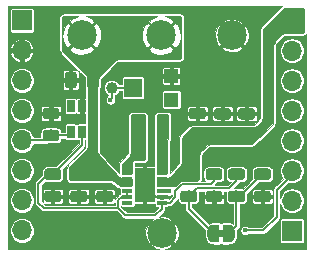
<source format=gbr>
G04 #@! TF.GenerationSoftware,KiCad,Pcbnew,(5.1.2)-2*
G04 #@! TF.CreationDate,2019-08-28T15:44:57+02:00*
G04 #@! TF.ProjectId,esp_pmc,6573705f-706d-4632-9e6b-696361645f70,0.0.1*
G04 #@! TF.SameCoordinates,Original*
G04 #@! TF.FileFunction,Copper,L1,Top*
G04 #@! TF.FilePolarity,Positive*
%FSLAX46Y46*%
G04 Gerber Fmt 4.6, Leading zero omitted, Abs format (unit mm)*
G04 Created by KiCad (PCBNEW (5.1.2)-2) date 2019-08-28 15:44:57*
%MOMM*%
%LPD*%
G04 APERTURE LIST*
%ADD10C,0.100000*%
%ADD11C,2.500000*%
%ADD12C,1.000000*%
%ADD13R,1.700000X1.700000*%
%ADD14O,1.700000X1.700000*%
%ADD15R,0.650000X1.060000*%
%ADD16R,1.680000X2.950000*%
%ADD17R,0.850000X0.300000*%
%ADD18R,1.500000X1.600000*%
%ADD19R,1.200000X1.200000*%
%ADD20C,0.975000*%
%ADD21R,0.800000X2.900000*%
%ADD22C,0.500000*%
%ADD23C,0.450000*%
%ADD24C,0.203200*%
%ADD25C,0.200000*%
%ADD26C,0.125000*%
%ADD27C,0.075000*%
G04 APERTURE END LIST*
D10*
G36*
X71517000Y-90930000D02*
G01*
X71017000Y-90930000D01*
X71017000Y-91530000D01*
X71517000Y-91530000D01*
X71517000Y-90930000D01*
G37*
D11*
X66267000Y-91196000D03*
D12*
X62017000Y-78896000D03*
D11*
X72187000Y-74466000D03*
X66218000Y-74466000D03*
X59487000Y-74466000D03*
D13*
X54407000Y-73196000D03*
D14*
X54407000Y-75736000D03*
X54407000Y-78276000D03*
X54407000Y-80816000D03*
X54407000Y-83356000D03*
X54407000Y-85896000D03*
X54407000Y-88436000D03*
X54407000Y-90976000D03*
X77267000Y-73216000D03*
X77267000Y-75756000D03*
X77267000Y-78296000D03*
X77267000Y-80836000D03*
X77267000Y-83376000D03*
X77267000Y-85916000D03*
X77267000Y-88456000D03*
D13*
X77267000Y-90996000D03*
D15*
X59487000Y-82640000D03*
X60437000Y-82640000D03*
X58537000Y-82640000D03*
X58537000Y-80440000D03*
X59487000Y-80440000D03*
X60437000Y-80440000D03*
D16*
X64795571Y-87128000D03*
D17*
X63345571Y-88628000D03*
X63345571Y-88128000D03*
X63345571Y-87628000D03*
X63345571Y-87128000D03*
X63345571Y-86628000D03*
X63345571Y-86128000D03*
X63345571Y-85628000D03*
X66245571Y-85628000D03*
X66245571Y-86128000D03*
X66245571Y-86628000D03*
X66245571Y-87128000D03*
X66245571Y-87628000D03*
X66245571Y-88128000D03*
X66245571Y-88628000D03*
D18*
X63817000Y-78896000D03*
D19*
X67067000Y-77896000D03*
X67067000Y-79896000D03*
D10*
G36*
X57347142Y-80572174D02*
G01*
X57370803Y-80575684D01*
X57394007Y-80581496D01*
X57416529Y-80589554D01*
X57438153Y-80599782D01*
X57458670Y-80612079D01*
X57477883Y-80626329D01*
X57495607Y-80642393D01*
X57511671Y-80660117D01*
X57525921Y-80679330D01*
X57538218Y-80699847D01*
X57548446Y-80721471D01*
X57556504Y-80743993D01*
X57562316Y-80767197D01*
X57565826Y-80790858D01*
X57567000Y-80814750D01*
X57567000Y-81302250D01*
X57565826Y-81326142D01*
X57562316Y-81349803D01*
X57556504Y-81373007D01*
X57548446Y-81395529D01*
X57538218Y-81417153D01*
X57525921Y-81437670D01*
X57511671Y-81456883D01*
X57495607Y-81474607D01*
X57477883Y-81490671D01*
X57458670Y-81504921D01*
X57438153Y-81517218D01*
X57416529Y-81527446D01*
X57394007Y-81535504D01*
X57370803Y-81541316D01*
X57347142Y-81544826D01*
X57323250Y-81546000D01*
X56410750Y-81546000D01*
X56386858Y-81544826D01*
X56363197Y-81541316D01*
X56339993Y-81535504D01*
X56317471Y-81527446D01*
X56295847Y-81517218D01*
X56275330Y-81504921D01*
X56256117Y-81490671D01*
X56238393Y-81474607D01*
X56222329Y-81456883D01*
X56208079Y-81437670D01*
X56195782Y-81417153D01*
X56185554Y-81395529D01*
X56177496Y-81373007D01*
X56171684Y-81349803D01*
X56168174Y-81326142D01*
X56167000Y-81302250D01*
X56167000Y-80814750D01*
X56168174Y-80790858D01*
X56171684Y-80767197D01*
X56177496Y-80743993D01*
X56185554Y-80721471D01*
X56195782Y-80699847D01*
X56208079Y-80679330D01*
X56222329Y-80660117D01*
X56238393Y-80642393D01*
X56256117Y-80626329D01*
X56275330Y-80612079D01*
X56295847Y-80599782D01*
X56317471Y-80589554D01*
X56339993Y-80581496D01*
X56363197Y-80575684D01*
X56386858Y-80572174D01*
X56410750Y-80571000D01*
X57323250Y-80571000D01*
X57347142Y-80572174D01*
X57347142Y-80572174D01*
G37*
D20*
X56867000Y-81058500D03*
D10*
G36*
X57347142Y-82447174D02*
G01*
X57370803Y-82450684D01*
X57394007Y-82456496D01*
X57416529Y-82464554D01*
X57438153Y-82474782D01*
X57458670Y-82487079D01*
X57477883Y-82501329D01*
X57495607Y-82517393D01*
X57511671Y-82535117D01*
X57525921Y-82554330D01*
X57538218Y-82574847D01*
X57548446Y-82596471D01*
X57556504Y-82618993D01*
X57562316Y-82642197D01*
X57565826Y-82665858D01*
X57567000Y-82689750D01*
X57567000Y-83177250D01*
X57565826Y-83201142D01*
X57562316Y-83224803D01*
X57556504Y-83248007D01*
X57548446Y-83270529D01*
X57538218Y-83292153D01*
X57525921Y-83312670D01*
X57511671Y-83331883D01*
X57495607Y-83349607D01*
X57477883Y-83365671D01*
X57458670Y-83379921D01*
X57438153Y-83392218D01*
X57416529Y-83402446D01*
X57394007Y-83410504D01*
X57370803Y-83416316D01*
X57347142Y-83419826D01*
X57323250Y-83421000D01*
X56410750Y-83421000D01*
X56386858Y-83419826D01*
X56363197Y-83416316D01*
X56339993Y-83410504D01*
X56317471Y-83402446D01*
X56295847Y-83392218D01*
X56275330Y-83379921D01*
X56256117Y-83365671D01*
X56238393Y-83349607D01*
X56222329Y-83331883D01*
X56208079Y-83312670D01*
X56195782Y-83292153D01*
X56185554Y-83270529D01*
X56177496Y-83248007D01*
X56171684Y-83224803D01*
X56168174Y-83201142D01*
X56167000Y-83177250D01*
X56167000Y-82689750D01*
X56168174Y-82665858D01*
X56171684Y-82642197D01*
X56177496Y-82618993D01*
X56185554Y-82596471D01*
X56195782Y-82574847D01*
X56208079Y-82554330D01*
X56222329Y-82535117D01*
X56238393Y-82517393D01*
X56256117Y-82501329D01*
X56275330Y-82487079D01*
X56295847Y-82474782D01*
X56317471Y-82464554D01*
X56339993Y-82456496D01*
X56363197Y-82450684D01*
X56386858Y-82447174D01*
X56410750Y-82446000D01*
X57323250Y-82446000D01*
X57347142Y-82447174D01*
X57347142Y-82447174D01*
G37*
D20*
X56867000Y-82933500D03*
D10*
G36*
X71147142Y-87604174D02*
G01*
X71170803Y-87607684D01*
X71194007Y-87613496D01*
X71216529Y-87621554D01*
X71238153Y-87631782D01*
X71258670Y-87644079D01*
X71277883Y-87658329D01*
X71295607Y-87674393D01*
X71311671Y-87692117D01*
X71325921Y-87711330D01*
X71338218Y-87731847D01*
X71348446Y-87753471D01*
X71356504Y-87775993D01*
X71362316Y-87799197D01*
X71365826Y-87822858D01*
X71367000Y-87846750D01*
X71367000Y-88334250D01*
X71365826Y-88358142D01*
X71362316Y-88381803D01*
X71356504Y-88405007D01*
X71348446Y-88427529D01*
X71338218Y-88449153D01*
X71325921Y-88469670D01*
X71311671Y-88488883D01*
X71295607Y-88506607D01*
X71277883Y-88522671D01*
X71258670Y-88536921D01*
X71238153Y-88549218D01*
X71216529Y-88559446D01*
X71194007Y-88567504D01*
X71170803Y-88573316D01*
X71147142Y-88576826D01*
X71123250Y-88578000D01*
X70210750Y-88578000D01*
X70186858Y-88576826D01*
X70163197Y-88573316D01*
X70139993Y-88567504D01*
X70117471Y-88559446D01*
X70095847Y-88549218D01*
X70075330Y-88536921D01*
X70056117Y-88522671D01*
X70038393Y-88506607D01*
X70022329Y-88488883D01*
X70008079Y-88469670D01*
X69995782Y-88449153D01*
X69985554Y-88427529D01*
X69977496Y-88405007D01*
X69971684Y-88381803D01*
X69968174Y-88358142D01*
X69967000Y-88334250D01*
X69967000Y-87846750D01*
X69968174Y-87822858D01*
X69971684Y-87799197D01*
X69977496Y-87775993D01*
X69985554Y-87753471D01*
X69995782Y-87731847D01*
X70008079Y-87711330D01*
X70022329Y-87692117D01*
X70038393Y-87674393D01*
X70056117Y-87658329D01*
X70075330Y-87644079D01*
X70095847Y-87631782D01*
X70117471Y-87621554D01*
X70139993Y-87613496D01*
X70163197Y-87607684D01*
X70186858Y-87604174D01*
X70210750Y-87603000D01*
X71123250Y-87603000D01*
X71147142Y-87604174D01*
X71147142Y-87604174D01*
G37*
D20*
X70667000Y-88090500D03*
D10*
G36*
X71147142Y-85729174D02*
G01*
X71170803Y-85732684D01*
X71194007Y-85738496D01*
X71216529Y-85746554D01*
X71238153Y-85756782D01*
X71258670Y-85769079D01*
X71277883Y-85783329D01*
X71295607Y-85799393D01*
X71311671Y-85817117D01*
X71325921Y-85836330D01*
X71338218Y-85856847D01*
X71348446Y-85878471D01*
X71356504Y-85900993D01*
X71362316Y-85924197D01*
X71365826Y-85947858D01*
X71367000Y-85971750D01*
X71367000Y-86459250D01*
X71365826Y-86483142D01*
X71362316Y-86506803D01*
X71356504Y-86530007D01*
X71348446Y-86552529D01*
X71338218Y-86574153D01*
X71325921Y-86594670D01*
X71311671Y-86613883D01*
X71295607Y-86631607D01*
X71277883Y-86647671D01*
X71258670Y-86661921D01*
X71238153Y-86674218D01*
X71216529Y-86684446D01*
X71194007Y-86692504D01*
X71170803Y-86698316D01*
X71147142Y-86701826D01*
X71123250Y-86703000D01*
X70210750Y-86703000D01*
X70186858Y-86701826D01*
X70163197Y-86698316D01*
X70139993Y-86692504D01*
X70117471Y-86684446D01*
X70095847Y-86674218D01*
X70075330Y-86661921D01*
X70056117Y-86647671D01*
X70038393Y-86631607D01*
X70022329Y-86613883D01*
X70008079Y-86594670D01*
X69995782Y-86574153D01*
X69985554Y-86552529D01*
X69977496Y-86530007D01*
X69971684Y-86506803D01*
X69968174Y-86483142D01*
X69967000Y-86459250D01*
X69967000Y-85971750D01*
X69968174Y-85947858D01*
X69971684Y-85924197D01*
X69977496Y-85900993D01*
X69985554Y-85878471D01*
X69995782Y-85856847D01*
X70008079Y-85836330D01*
X70022329Y-85817117D01*
X70038393Y-85799393D01*
X70056117Y-85783329D01*
X70075330Y-85769079D01*
X70095847Y-85756782D01*
X70117471Y-85746554D01*
X70139993Y-85738496D01*
X70163197Y-85732684D01*
X70186858Y-85729174D01*
X70210750Y-85728000D01*
X71123250Y-85728000D01*
X71147142Y-85729174D01*
X71147142Y-85729174D01*
G37*
D20*
X70667000Y-86215500D03*
D10*
G36*
X75247142Y-87604174D02*
G01*
X75270803Y-87607684D01*
X75294007Y-87613496D01*
X75316529Y-87621554D01*
X75338153Y-87631782D01*
X75358670Y-87644079D01*
X75377883Y-87658329D01*
X75395607Y-87674393D01*
X75411671Y-87692117D01*
X75425921Y-87711330D01*
X75438218Y-87731847D01*
X75448446Y-87753471D01*
X75456504Y-87775993D01*
X75462316Y-87799197D01*
X75465826Y-87822858D01*
X75467000Y-87846750D01*
X75467000Y-88334250D01*
X75465826Y-88358142D01*
X75462316Y-88381803D01*
X75456504Y-88405007D01*
X75448446Y-88427529D01*
X75438218Y-88449153D01*
X75425921Y-88469670D01*
X75411671Y-88488883D01*
X75395607Y-88506607D01*
X75377883Y-88522671D01*
X75358670Y-88536921D01*
X75338153Y-88549218D01*
X75316529Y-88559446D01*
X75294007Y-88567504D01*
X75270803Y-88573316D01*
X75247142Y-88576826D01*
X75223250Y-88578000D01*
X74310750Y-88578000D01*
X74286858Y-88576826D01*
X74263197Y-88573316D01*
X74239993Y-88567504D01*
X74217471Y-88559446D01*
X74195847Y-88549218D01*
X74175330Y-88536921D01*
X74156117Y-88522671D01*
X74138393Y-88506607D01*
X74122329Y-88488883D01*
X74108079Y-88469670D01*
X74095782Y-88449153D01*
X74085554Y-88427529D01*
X74077496Y-88405007D01*
X74071684Y-88381803D01*
X74068174Y-88358142D01*
X74067000Y-88334250D01*
X74067000Y-87846750D01*
X74068174Y-87822858D01*
X74071684Y-87799197D01*
X74077496Y-87775993D01*
X74085554Y-87753471D01*
X74095782Y-87731847D01*
X74108079Y-87711330D01*
X74122329Y-87692117D01*
X74138393Y-87674393D01*
X74156117Y-87658329D01*
X74175330Y-87644079D01*
X74195847Y-87631782D01*
X74217471Y-87621554D01*
X74239993Y-87613496D01*
X74263197Y-87607684D01*
X74286858Y-87604174D01*
X74310750Y-87603000D01*
X75223250Y-87603000D01*
X75247142Y-87604174D01*
X75247142Y-87604174D01*
G37*
D20*
X74767000Y-88090500D03*
D10*
G36*
X75247142Y-85729174D02*
G01*
X75270803Y-85732684D01*
X75294007Y-85738496D01*
X75316529Y-85746554D01*
X75338153Y-85756782D01*
X75358670Y-85769079D01*
X75377883Y-85783329D01*
X75395607Y-85799393D01*
X75411671Y-85817117D01*
X75425921Y-85836330D01*
X75438218Y-85856847D01*
X75448446Y-85878471D01*
X75456504Y-85900993D01*
X75462316Y-85924197D01*
X75465826Y-85947858D01*
X75467000Y-85971750D01*
X75467000Y-86459250D01*
X75465826Y-86483142D01*
X75462316Y-86506803D01*
X75456504Y-86530007D01*
X75448446Y-86552529D01*
X75438218Y-86574153D01*
X75425921Y-86594670D01*
X75411671Y-86613883D01*
X75395607Y-86631607D01*
X75377883Y-86647671D01*
X75358670Y-86661921D01*
X75338153Y-86674218D01*
X75316529Y-86684446D01*
X75294007Y-86692504D01*
X75270803Y-86698316D01*
X75247142Y-86701826D01*
X75223250Y-86703000D01*
X74310750Y-86703000D01*
X74286858Y-86701826D01*
X74263197Y-86698316D01*
X74239993Y-86692504D01*
X74217471Y-86684446D01*
X74195847Y-86674218D01*
X74175330Y-86661921D01*
X74156117Y-86647671D01*
X74138393Y-86631607D01*
X74122329Y-86613883D01*
X74108079Y-86594670D01*
X74095782Y-86574153D01*
X74085554Y-86552529D01*
X74077496Y-86530007D01*
X74071684Y-86506803D01*
X74068174Y-86483142D01*
X74067000Y-86459250D01*
X74067000Y-85971750D01*
X74068174Y-85947858D01*
X74071684Y-85924197D01*
X74077496Y-85900993D01*
X74085554Y-85878471D01*
X74095782Y-85856847D01*
X74108079Y-85836330D01*
X74122329Y-85817117D01*
X74138393Y-85799393D01*
X74156117Y-85783329D01*
X74175330Y-85769079D01*
X74195847Y-85756782D01*
X74217471Y-85746554D01*
X74239993Y-85738496D01*
X74263197Y-85732684D01*
X74286858Y-85729174D01*
X74310750Y-85728000D01*
X75223250Y-85728000D01*
X75247142Y-85729174D01*
X75247142Y-85729174D01*
G37*
D20*
X74767000Y-86215500D03*
D10*
G36*
X73054284Y-87604174D02*
G01*
X73077945Y-87607684D01*
X73101149Y-87613496D01*
X73123671Y-87621554D01*
X73145295Y-87631782D01*
X73165812Y-87644079D01*
X73185025Y-87658329D01*
X73202749Y-87674393D01*
X73218813Y-87692117D01*
X73233063Y-87711330D01*
X73245360Y-87731847D01*
X73255588Y-87753471D01*
X73263646Y-87775993D01*
X73269458Y-87799197D01*
X73272968Y-87822858D01*
X73274142Y-87846750D01*
X73274142Y-88334250D01*
X73272968Y-88358142D01*
X73269458Y-88381803D01*
X73263646Y-88405007D01*
X73255588Y-88427529D01*
X73245360Y-88449153D01*
X73233063Y-88469670D01*
X73218813Y-88488883D01*
X73202749Y-88506607D01*
X73185025Y-88522671D01*
X73165812Y-88536921D01*
X73145295Y-88549218D01*
X73123671Y-88559446D01*
X73101149Y-88567504D01*
X73077945Y-88573316D01*
X73054284Y-88576826D01*
X73030392Y-88578000D01*
X72117892Y-88578000D01*
X72094000Y-88576826D01*
X72070339Y-88573316D01*
X72047135Y-88567504D01*
X72024613Y-88559446D01*
X72002989Y-88549218D01*
X71982472Y-88536921D01*
X71963259Y-88522671D01*
X71945535Y-88506607D01*
X71929471Y-88488883D01*
X71915221Y-88469670D01*
X71902924Y-88449153D01*
X71892696Y-88427529D01*
X71884638Y-88405007D01*
X71878826Y-88381803D01*
X71875316Y-88358142D01*
X71874142Y-88334250D01*
X71874142Y-87846750D01*
X71875316Y-87822858D01*
X71878826Y-87799197D01*
X71884638Y-87775993D01*
X71892696Y-87753471D01*
X71902924Y-87731847D01*
X71915221Y-87711330D01*
X71929471Y-87692117D01*
X71945535Y-87674393D01*
X71963259Y-87658329D01*
X71982472Y-87644079D01*
X72002989Y-87631782D01*
X72024613Y-87621554D01*
X72047135Y-87613496D01*
X72070339Y-87607684D01*
X72094000Y-87604174D01*
X72117892Y-87603000D01*
X73030392Y-87603000D01*
X73054284Y-87604174D01*
X73054284Y-87604174D01*
G37*
D20*
X72574142Y-88090500D03*
D10*
G36*
X73054284Y-85729174D02*
G01*
X73077945Y-85732684D01*
X73101149Y-85738496D01*
X73123671Y-85746554D01*
X73145295Y-85756782D01*
X73165812Y-85769079D01*
X73185025Y-85783329D01*
X73202749Y-85799393D01*
X73218813Y-85817117D01*
X73233063Y-85836330D01*
X73245360Y-85856847D01*
X73255588Y-85878471D01*
X73263646Y-85900993D01*
X73269458Y-85924197D01*
X73272968Y-85947858D01*
X73274142Y-85971750D01*
X73274142Y-86459250D01*
X73272968Y-86483142D01*
X73269458Y-86506803D01*
X73263646Y-86530007D01*
X73255588Y-86552529D01*
X73245360Y-86574153D01*
X73233063Y-86594670D01*
X73218813Y-86613883D01*
X73202749Y-86631607D01*
X73185025Y-86647671D01*
X73165812Y-86661921D01*
X73145295Y-86674218D01*
X73123671Y-86684446D01*
X73101149Y-86692504D01*
X73077945Y-86698316D01*
X73054284Y-86701826D01*
X73030392Y-86703000D01*
X72117892Y-86703000D01*
X72094000Y-86701826D01*
X72070339Y-86698316D01*
X72047135Y-86692504D01*
X72024613Y-86684446D01*
X72002989Y-86674218D01*
X71982472Y-86661921D01*
X71963259Y-86647671D01*
X71945535Y-86631607D01*
X71929471Y-86613883D01*
X71915221Y-86594670D01*
X71902924Y-86574153D01*
X71892696Y-86552529D01*
X71884638Y-86530007D01*
X71878826Y-86506803D01*
X71875316Y-86483142D01*
X71874142Y-86459250D01*
X71874142Y-85971750D01*
X71875316Y-85947858D01*
X71878826Y-85924197D01*
X71884638Y-85900993D01*
X71892696Y-85878471D01*
X71902924Y-85856847D01*
X71915221Y-85836330D01*
X71929471Y-85817117D01*
X71945535Y-85799393D01*
X71963259Y-85783329D01*
X71982472Y-85769079D01*
X72002989Y-85756782D01*
X72024613Y-85746554D01*
X72047135Y-85738496D01*
X72070339Y-85732684D01*
X72094000Y-85729174D01*
X72117892Y-85728000D01*
X73030392Y-85728000D01*
X73054284Y-85729174D01*
X73054284Y-85729174D01*
G37*
D20*
X72574142Y-86215500D03*
D10*
G36*
X68997142Y-87604174D02*
G01*
X69020803Y-87607684D01*
X69044007Y-87613496D01*
X69066529Y-87621554D01*
X69088153Y-87631782D01*
X69108670Y-87644079D01*
X69127883Y-87658329D01*
X69145607Y-87674393D01*
X69161671Y-87692117D01*
X69175921Y-87711330D01*
X69188218Y-87731847D01*
X69198446Y-87753471D01*
X69206504Y-87775993D01*
X69212316Y-87799197D01*
X69215826Y-87822858D01*
X69217000Y-87846750D01*
X69217000Y-88334250D01*
X69215826Y-88358142D01*
X69212316Y-88381803D01*
X69206504Y-88405007D01*
X69198446Y-88427529D01*
X69188218Y-88449153D01*
X69175921Y-88469670D01*
X69161671Y-88488883D01*
X69145607Y-88506607D01*
X69127883Y-88522671D01*
X69108670Y-88536921D01*
X69088153Y-88549218D01*
X69066529Y-88559446D01*
X69044007Y-88567504D01*
X69020803Y-88573316D01*
X68997142Y-88576826D01*
X68973250Y-88578000D01*
X68060750Y-88578000D01*
X68036858Y-88576826D01*
X68013197Y-88573316D01*
X67989993Y-88567504D01*
X67967471Y-88559446D01*
X67945847Y-88549218D01*
X67925330Y-88536921D01*
X67906117Y-88522671D01*
X67888393Y-88506607D01*
X67872329Y-88488883D01*
X67858079Y-88469670D01*
X67845782Y-88449153D01*
X67835554Y-88427529D01*
X67827496Y-88405007D01*
X67821684Y-88381803D01*
X67818174Y-88358142D01*
X67817000Y-88334250D01*
X67817000Y-87846750D01*
X67818174Y-87822858D01*
X67821684Y-87799197D01*
X67827496Y-87775993D01*
X67835554Y-87753471D01*
X67845782Y-87731847D01*
X67858079Y-87711330D01*
X67872329Y-87692117D01*
X67888393Y-87674393D01*
X67906117Y-87658329D01*
X67925330Y-87644079D01*
X67945847Y-87631782D01*
X67967471Y-87621554D01*
X67989993Y-87613496D01*
X68013197Y-87607684D01*
X68036858Y-87604174D01*
X68060750Y-87603000D01*
X68973250Y-87603000D01*
X68997142Y-87604174D01*
X68997142Y-87604174D01*
G37*
D20*
X68517000Y-88090500D03*
D10*
G36*
X68997142Y-85729174D02*
G01*
X69020803Y-85732684D01*
X69044007Y-85738496D01*
X69066529Y-85746554D01*
X69088153Y-85756782D01*
X69108670Y-85769079D01*
X69127883Y-85783329D01*
X69145607Y-85799393D01*
X69161671Y-85817117D01*
X69175921Y-85836330D01*
X69188218Y-85856847D01*
X69198446Y-85878471D01*
X69206504Y-85900993D01*
X69212316Y-85924197D01*
X69215826Y-85947858D01*
X69217000Y-85971750D01*
X69217000Y-86459250D01*
X69215826Y-86483142D01*
X69212316Y-86506803D01*
X69206504Y-86530007D01*
X69198446Y-86552529D01*
X69188218Y-86574153D01*
X69175921Y-86594670D01*
X69161671Y-86613883D01*
X69145607Y-86631607D01*
X69127883Y-86647671D01*
X69108670Y-86661921D01*
X69088153Y-86674218D01*
X69066529Y-86684446D01*
X69044007Y-86692504D01*
X69020803Y-86698316D01*
X68997142Y-86701826D01*
X68973250Y-86703000D01*
X68060750Y-86703000D01*
X68036858Y-86701826D01*
X68013197Y-86698316D01*
X67989993Y-86692504D01*
X67967471Y-86684446D01*
X67945847Y-86674218D01*
X67925330Y-86661921D01*
X67906117Y-86647671D01*
X67888393Y-86631607D01*
X67872329Y-86613883D01*
X67858079Y-86594670D01*
X67845782Y-86574153D01*
X67835554Y-86552529D01*
X67827496Y-86530007D01*
X67821684Y-86506803D01*
X67818174Y-86483142D01*
X67817000Y-86459250D01*
X67817000Y-85971750D01*
X67818174Y-85947858D01*
X67821684Y-85924197D01*
X67827496Y-85900993D01*
X67835554Y-85878471D01*
X67845782Y-85856847D01*
X67858079Y-85836330D01*
X67872329Y-85817117D01*
X67888393Y-85799393D01*
X67906117Y-85783329D01*
X67925330Y-85769079D01*
X67945847Y-85756782D01*
X67967471Y-85746554D01*
X67989993Y-85738496D01*
X68013197Y-85732684D01*
X68036858Y-85729174D01*
X68060750Y-85728000D01*
X68973250Y-85728000D01*
X68997142Y-85729174D01*
X68997142Y-85729174D01*
G37*
D20*
X68517000Y-86215500D03*
D21*
X64167000Y-82896000D03*
X66367000Y-82896000D03*
D22*
X70617000Y-91230000D03*
D10*
G36*
X71117000Y-91980000D02*
G01*
X70617000Y-91980000D01*
X70617000Y-91979398D01*
X70592466Y-91979398D01*
X70543635Y-91974588D01*
X70495510Y-91965016D01*
X70448555Y-91950772D01*
X70403222Y-91931995D01*
X70359949Y-91908864D01*
X70319150Y-91881604D01*
X70281221Y-91850476D01*
X70246524Y-91815779D01*
X70215396Y-91777850D01*
X70188136Y-91737051D01*
X70165005Y-91693778D01*
X70146228Y-91648445D01*
X70131984Y-91601490D01*
X70122412Y-91553365D01*
X70117602Y-91504534D01*
X70117602Y-91480000D01*
X70117000Y-91480000D01*
X70117000Y-90980000D01*
X70117602Y-90980000D01*
X70117602Y-90955466D01*
X70122412Y-90906635D01*
X70131984Y-90858510D01*
X70146228Y-90811555D01*
X70165005Y-90766222D01*
X70188136Y-90722949D01*
X70215396Y-90682150D01*
X70246524Y-90644221D01*
X70281221Y-90609524D01*
X70319150Y-90578396D01*
X70359949Y-90551136D01*
X70403222Y-90528005D01*
X70448555Y-90509228D01*
X70495510Y-90494984D01*
X70543635Y-90485412D01*
X70592466Y-90480602D01*
X70617000Y-90480602D01*
X70617000Y-90480000D01*
X71117000Y-90480000D01*
X71117000Y-91980000D01*
X71117000Y-91980000D01*
G37*
D22*
X71917000Y-91230000D03*
D10*
G36*
X71917000Y-90480602D02*
G01*
X71941534Y-90480602D01*
X71990365Y-90485412D01*
X72038490Y-90494984D01*
X72085445Y-90509228D01*
X72130778Y-90528005D01*
X72174051Y-90551136D01*
X72214850Y-90578396D01*
X72252779Y-90609524D01*
X72287476Y-90644221D01*
X72318604Y-90682150D01*
X72345864Y-90722949D01*
X72368995Y-90766222D01*
X72387772Y-90811555D01*
X72402016Y-90858510D01*
X72411588Y-90906635D01*
X72416398Y-90955466D01*
X72416398Y-90980000D01*
X72417000Y-90980000D01*
X72417000Y-91480000D01*
X72416398Y-91480000D01*
X72416398Y-91504534D01*
X72411588Y-91553365D01*
X72402016Y-91601490D01*
X72387772Y-91648445D01*
X72368995Y-91693778D01*
X72345864Y-91737051D01*
X72318604Y-91777850D01*
X72287476Y-91815779D01*
X72252779Y-91850476D01*
X72214850Y-91881604D01*
X72174051Y-91908864D01*
X72130778Y-91931995D01*
X72085445Y-91950772D01*
X72038490Y-91965016D01*
X71990365Y-91974588D01*
X71941534Y-91979398D01*
X71917000Y-91979398D01*
X71917000Y-91980000D01*
X71417000Y-91980000D01*
X71417000Y-90480000D01*
X71917000Y-90480000D01*
X71917000Y-90480602D01*
X71917000Y-90480602D01*
G37*
G36*
X58817142Y-77539174D02*
G01*
X58840803Y-77542684D01*
X58864007Y-77548496D01*
X58886529Y-77556554D01*
X58908153Y-77566782D01*
X58928670Y-77579079D01*
X58947883Y-77593329D01*
X58965607Y-77609393D01*
X58981671Y-77627117D01*
X58995921Y-77646330D01*
X59008218Y-77666847D01*
X59018446Y-77688471D01*
X59026504Y-77710993D01*
X59032316Y-77734197D01*
X59035826Y-77757858D01*
X59037000Y-77781750D01*
X59037000Y-78694250D01*
X59035826Y-78718142D01*
X59032316Y-78741803D01*
X59026504Y-78765007D01*
X59018446Y-78787529D01*
X59008218Y-78809153D01*
X58995921Y-78829670D01*
X58981671Y-78848883D01*
X58965607Y-78866607D01*
X58947883Y-78882671D01*
X58928670Y-78896921D01*
X58908153Y-78909218D01*
X58886529Y-78919446D01*
X58864007Y-78927504D01*
X58840803Y-78933316D01*
X58817142Y-78936826D01*
X58793250Y-78938000D01*
X58305750Y-78938000D01*
X58281858Y-78936826D01*
X58258197Y-78933316D01*
X58234993Y-78927504D01*
X58212471Y-78919446D01*
X58190847Y-78909218D01*
X58170330Y-78896921D01*
X58151117Y-78882671D01*
X58133393Y-78866607D01*
X58117329Y-78848883D01*
X58103079Y-78829670D01*
X58090782Y-78809153D01*
X58080554Y-78787529D01*
X58072496Y-78765007D01*
X58066684Y-78741803D01*
X58063174Y-78718142D01*
X58062000Y-78694250D01*
X58062000Y-77781750D01*
X58063174Y-77757858D01*
X58066684Y-77734197D01*
X58072496Y-77710993D01*
X58080554Y-77688471D01*
X58090782Y-77666847D01*
X58103079Y-77646330D01*
X58117329Y-77627117D01*
X58133393Y-77609393D01*
X58151117Y-77593329D01*
X58170330Y-77579079D01*
X58190847Y-77566782D01*
X58212471Y-77556554D01*
X58234993Y-77548496D01*
X58258197Y-77542684D01*
X58281858Y-77539174D01*
X58305750Y-77538000D01*
X58793250Y-77538000D01*
X58817142Y-77539174D01*
X58817142Y-77539174D01*
G37*
D20*
X58549500Y-78238000D03*
D10*
G36*
X60692142Y-77539174D02*
G01*
X60715803Y-77542684D01*
X60739007Y-77548496D01*
X60761529Y-77556554D01*
X60783153Y-77566782D01*
X60803670Y-77579079D01*
X60822883Y-77593329D01*
X60840607Y-77609393D01*
X60856671Y-77627117D01*
X60870921Y-77646330D01*
X60883218Y-77666847D01*
X60893446Y-77688471D01*
X60901504Y-77710993D01*
X60907316Y-77734197D01*
X60910826Y-77757858D01*
X60912000Y-77781750D01*
X60912000Y-78694250D01*
X60910826Y-78718142D01*
X60907316Y-78741803D01*
X60901504Y-78765007D01*
X60893446Y-78787529D01*
X60883218Y-78809153D01*
X60870921Y-78829670D01*
X60856671Y-78848883D01*
X60840607Y-78866607D01*
X60822883Y-78882671D01*
X60803670Y-78896921D01*
X60783153Y-78909218D01*
X60761529Y-78919446D01*
X60739007Y-78927504D01*
X60715803Y-78933316D01*
X60692142Y-78936826D01*
X60668250Y-78938000D01*
X60180750Y-78938000D01*
X60156858Y-78936826D01*
X60133197Y-78933316D01*
X60109993Y-78927504D01*
X60087471Y-78919446D01*
X60065847Y-78909218D01*
X60045330Y-78896921D01*
X60026117Y-78882671D01*
X60008393Y-78866607D01*
X59992329Y-78848883D01*
X59978079Y-78829670D01*
X59965782Y-78809153D01*
X59955554Y-78787529D01*
X59947496Y-78765007D01*
X59941684Y-78741803D01*
X59938174Y-78718142D01*
X59937000Y-78694250D01*
X59937000Y-77781750D01*
X59938174Y-77757858D01*
X59941684Y-77734197D01*
X59947496Y-77710993D01*
X59955554Y-77688471D01*
X59965782Y-77666847D01*
X59978079Y-77646330D01*
X59992329Y-77627117D01*
X60008393Y-77609393D01*
X60026117Y-77593329D01*
X60045330Y-77579079D01*
X60065847Y-77566782D01*
X60087471Y-77556554D01*
X60109993Y-77548496D01*
X60133197Y-77542684D01*
X60156858Y-77539174D01*
X60180750Y-77538000D01*
X60668250Y-77538000D01*
X60692142Y-77539174D01*
X60692142Y-77539174D01*
G37*
D20*
X60424500Y-78238000D03*
D10*
G36*
X73913142Y-80614174D02*
G01*
X73936803Y-80617684D01*
X73960007Y-80623496D01*
X73982529Y-80631554D01*
X74004153Y-80641782D01*
X74024670Y-80654079D01*
X74043883Y-80668329D01*
X74061607Y-80684393D01*
X74077671Y-80702117D01*
X74091921Y-80721330D01*
X74104218Y-80741847D01*
X74114446Y-80763471D01*
X74122504Y-80785993D01*
X74128316Y-80809197D01*
X74131826Y-80832858D01*
X74133000Y-80856750D01*
X74133000Y-81344250D01*
X74131826Y-81368142D01*
X74128316Y-81391803D01*
X74122504Y-81415007D01*
X74114446Y-81437529D01*
X74104218Y-81459153D01*
X74091921Y-81479670D01*
X74077671Y-81498883D01*
X74061607Y-81516607D01*
X74043883Y-81532671D01*
X74024670Y-81546921D01*
X74004153Y-81559218D01*
X73982529Y-81569446D01*
X73960007Y-81577504D01*
X73936803Y-81583316D01*
X73913142Y-81586826D01*
X73889250Y-81588000D01*
X72976750Y-81588000D01*
X72952858Y-81586826D01*
X72929197Y-81583316D01*
X72905993Y-81577504D01*
X72883471Y-81569446D01*
X72861847Y-81559218D01*
X72841330Y-81546921D01*
X72822117Y-81532671D01*
X72804393Y-81516607D01*
X72788329Y-81498883D01*
X72774079Y-81479670D01*
X72761782Y-81459153D01*
X72751554Y-81437529D01*
X72743496Y-81415007D01*
X72737684Y-81391803D01*
X72734174Y-81368142D01*
X72733000Y-81344250D01*
X72733000Y-80856750D01*
X72734174Y-80832858D01*
X72737684Y-80809197D01*
X72743496Y-80785993D01*
X72751554Y-80763471D01*
X72761782Y-80741847D01*
X72774079Y-80721330D01*
X72788329Y-80702117D01*
X72804393Y-80684393D01*
X72822117Y-80668329D01*
X72841330Y-80654079D01*
X72861847Y-80641782D01*
X72883471Y-80631554D01*
X72905993Y-80623496D01*
X72929197Y-80617684D01*
X72952858Y-80614174D01*
X72976750Y-80613000D01*
X73889250Y-80613000D01*
X73913142Y-80614174D01*
X73913142Y-80614174D01*
G37*
D20*
X73433000Y-81100500D03*
D10*
G36*
X73913142Y-82489174D02*
G01*
X73936803Y-82492684D01*
X73960007Y-82498496D01*
X73982529Y-82506554D01*
X74004153Y-82516782D01*
X74024670Y-82529079D01*
X74043883Y-82543329D01*
X74061607Y-82559393D01*
X74077671Y-82577117D01*
X74091921Y-82596330D01*
X74104218Y-82616847D01*
X74114446Y-82638471D01*
X74122504Y-82660993D01*
X74128316Y-82684197D01*
X74131826Y-82707858D01*
X74133000Y-82731750D01*
X74133000Y-83219250D01*
X74131826Y-83243142D01*
X74128316Y-83266803D01*
X74122504Y-83290007D01*
X74114446Y-83312529D01*
X74104218Y-83334153D01*
X74091921Y-83354670D01*
X74077671Y-83373883D01*
X74061607Y-83391607D01*
X74043883Y-83407671D01*
X74024670Y-83421921D01*
X74004153Y-83434218D01*
X73982529Y-83444446D01*
X73960007Y-83452504D01*
X73936803Y-83458316D01*
X73913142Y-83461826D01*
X73889250Y-83463000D01*
X72976750Y-83463000D01*
X72952858Y-83461826D01*
X72929197Y-83458316D01*
X72905993Y-83452504D01*
X72883471Y-83444446D01*
X72861847Y-83434218D01*
X72841330Y-83421921D01*
X72822117Y-83407671D01*
X72804393Y-83391607D01*
X72788329Y-83373883D01*
X72774079Y-83354670D01*
X72761782Y-83334153D01*
X72751554Y-83312529D01*
X72743496Y-83290007D01*
X72737684Y-83266803D01*
X72734174Y-83243142D01*
X72733000Y-83219250D01*
X72733000Y-82731750D01*
X72734174Y-82707858D01*
X72737684Y-82684197D01*
X72743496Y-82660993D01*
X72751554Y-82638471D01*
X72761782Y-82616847D01*
X72774079Y-82596330D01*
X72788329Y-82577117D01*
X72804393Y-82559393D01*
X72822117Y-82543329D01*
X72841330Y-82529079D01*
X72861847Y-82516782D01*
X72883471Y-82506554D01*
X72905993Y-82498496D01*
X72929197Y-82492684D01*
X72952858Y-82489174D01*
X72976750Y-82488000D01*
X73889250Y-82488000D01*
X73913142Y-82489174D01*
X73913142Y-82489174D01*
G37*
D20*
X73433000Y-82975500D03*
D10*
G36*
X71881142Y-80614174D02*
G01*
X71904803Y-80617684D01*
X71928007Y-80623496D01*
X71950529Y-80631554D01*
X71972153Y-80641782D01*
X71992670Y-80654079D01*
X72011883Y-80668329D01*
X72029607Y-80684393D01*
X72045671Y-80702117D01*
X72059921Y-80721330D01*
X72072218Y-80741847D01*
X72082446Y-80763471D01*
X72090504Y-80785993D01*
X72096316Y-80809197D01*
X72099826Y-80832858D01*
X72101000Y-80856750D01*
X72101000Y-81344250D01*
X72099826Y-81368142D01*
X72096316Y-81391803D01*
X72090504Y-81415007D01*
X72082446Y-81437529D01*
X72072218Y-81459153D01*
X72059921Y-81479670D01*
X72045671Y-81498883D01*
X72029607Y-81516607D01*
X72011883Y-81532671D01*
X71992670Y-81546921D01*
X71972153Y-81559218D01*
X71950529Y-81569446D01*
X71928007Y-81577504D01*
X71904803Y-81583316D01*
X71881142Y-81586826D01*
X71857250Y-81588000D01*
X70944750Y-81588000D01*
X70920858Y-81586826D01*
X70897197Y-81583316D01*
X70873993Y-81577504D01*
X70851471Y-81569446D01*
X70829847Y-81559218D01*
X70809330Y-81546921D01*
X70790117Y-81532671D01*
X70772393Y-81516607D01*
X70756329Y-81498883D01*
X70742079Y-81479670D01*
X70729782Y-81459153D01*
X70719554Y-81437529D01*
X70711496Y-81415007D01*
X70705684Y-81391803D01*
X70702174Y-81368142D01*
X70701000Y-81344250D01*
X70701000Y-80856750D01*
X70702174Y-80832858D01*
X70705684Y-80809197D01*
X70711496Y-80785993D01*
X70719554Y-80763471D01*
X70729782Y-80741847D01*
X70742079Y-80721330D01*
X70756329Y-80702117D01*
X70772393Y-80684393D01*
X70790117Y-80668329D01*
X70809330Y-80654079D01*
X70829847Y-80641782D01*
X70851471Y-80631554D01*
X70873993Y-80623496D01*
X70897197Y-80617684D01*
X70920858Y-80614174D01*
X70944750Y-80613000D01*
X71857250Y-80613000D01*
X71881142Y-80614174D01*
X71881142Y-80614174D01*
G37*
D20*
X71401000Y-81100500D03*
D10*
G36*
X71881142Y-82489174D02*
G01*
X71904803Y-82492684D01*
X71928007Y-82498496D01*
X71950529Y-82506554D01*
X71972153Y-82516782D01*
X71992670Y-82529079D01*
X72011883Y-82543329D01*
X72029607Y-82559393D01*
X72045671Y-82577117D01*
X72059921Y-82596330D01*
X72072218Y-82616847D01*
X72082446Y-82638471D01*
X72090504Y-82660993D01*
X72096316Y-82684197D01*
X72099826Y-82707858D01*
X72101000Y-82731750D01*
X72101000Y-83219250D01*
X72099826Y-83243142D01*
X72096316Y-83266803D01*
X72090504Y-83290007D01*
X72082446Y-83312529D01*
X72072218Y-83334153D01*
X72059921Y-83354670D01*
X72045671Y-83373883D01*
X72029607Y-83391607D01*
X72011883Y-83407671D01*
X71992670Y-83421921D01*
X71972153Y-83434218D01*
X71950529Y-83444446D01*
X71928007Y-83452504D01*
X71904803Y-83458316D01*
X71881142Y-83461826D01*
X71857250Y-83463000D01*
X70944750Y-83463000D01*
X70920858Y-83461826D01*
X70897197Y-83458316D01*
X70873993Y-83452504D01*
X70851471Y-83444446D01*
X70829847Y-83434218D01*
X70809330Y-83421921D01*
X70790117Y-83407671D01*
X70772393Y-83391607D01*
X70756329Y-83373883D01*
X70742079Y-83354670D01*
X70729782Y-83334153D01*
X70719554Y-83312529D01*
X70711496Y-83290007D01*
X70705684Y-83266803D01*
X70702174Y-83243142D01*
X70701000Y-83219250D01*
X70701000Y-82731750D01*
X70702174Y-82707858D01*
X70705684Y-82684197D01*
X70711496Y-82660993D01*
X70719554Y-82638471D01*
X70729782Y-82616847D01*
X70742079Y-82596330D01*
X70756329Y-82577117D01*
X70772393Y-82559393D01*
X70790117Y-82543329D01*
X70809330Y-82529079D01*
X70829847Y-82516782D01*
X70851471Y-82506554D01*
X70873993Y-82498496D01*
X70897197Y-82492684D01*
X70920858Y-82489174D01*
X70944750Y-82488000D01*
X71857250Y-82488000D01*
X71881142Y-82489174D01*
X71881142Y-82489174D01*
G37*
D20*
X71401000Y-82975500D03*
D10*
G36*
X69746142Y-80584174D02*
G01*
X69769803Y-80587684D01*
X69793007Y-80593496D01*
X69815529Y-80601554D01*
X69837153Y-80611782D01*
X69857670Y-80624079D01*
X69876883Y-80638329D01*
X69894607Y-80654393D01*
X69910671Y-80672117D01*
X69924921Y-80691330D01*
X69937218Y-80711847D01*
X69947446Y-80733471D01*
X69955504Y-80755993D01*
X69961316Y-80779197D01*
X69964826Y-80802858D01*
X69966000Y-80826750D01*
X69966000Y-81314250D01*
X69964826Y-81338142D01*
X69961316Y-81361803D01*
X69955504Y-81385007D01*
X69947446Y-81407529D01*
X69937218Y-81429153D01*
X69924921Y-81449670D01*
X69910671Y-81468883D01*
X69894607Y-81486607D01*
X69876883Y-81502671D01*
X69857670Y-81516921D01*
X69837153Y-81529218D01*
X69815529Y-81539446D01*
X69793007Y-81547504D01*
X69769803Y-81553316D01*
X69746142Y-81556826D01*
X69722250Y-81558000D01*
X68809750Y-81558000D01*
X68785858Y-81556826D01*
X68762197Y-81553316D01*
X68738993Y-81547504D01*
X68716471Y-81539446D01*
X68694847Y-81529218D01*
X68674330Y-81516921D01*
X68655117Y-81502671D01*
X68637393Y-81486607D01*
X68621329Y-81468883D01*
X68607079Y-81449670D01*
X68594782Y-81429153D01*
X68584554Y-81407529D01*
X68576496Y-81385007D01*
X68570684Y-81361803D01*
X68567174Y-81338142D01*
X68566000Y-81314250D01*
X68566000Y-80826750D01*
X68567174Y-80802858D01*
X68570684Y-80779197D01*
X68576496Y-80755993D01*
X68584554Y-80733471D01*
X68594782Y-80711847D01*
X68607079Y-80691330D01*
X68621329Y-80672117D01*
X68637393Y-80654393D01*
X68655117Y-80638329D01*
X68674330Y-80624079D01*
X68694847Y-80611782D01*
X68716471Y-80601554D01*
X68738993Y-80593496D01*
X68762197Y-80587684D01*
X68785858Y-80584174D01*
X68809750Y-80583000D01*
X69722250Y-80583000D01*
X69746142Y-80584174D01*
X69746142Y-80584174D01*
G37*
D20*
X69266000Y-81070500D03*
D10*
G36*
X69746142Y-82459174D02*
G01*
X69769803Y-82462684D01*
X69793007Y-82468496D01*
X69815529Y-82476554D01*
X69837153Y-82486782D01*
X69857670Y-82499079D01*
X69876883Y-82513329D01*
X69894607Y-82529393D01*
X69910671Y-82547117D01*
X69924921Y-82566330D01*
X69937218Y-82586847D01*
X69947446Y-82608471D01*
X69955504Y-82630993D01*
X69961316Y-82654197D01*
X69964826Y-82677858D01*
X69966000Y-82701750D01*
X69966000Y-83189250D01*
X69964826Y-83213142D01*
X69961316Y-83236803D01*
X69955504Y-83260007D01*
X69947446Y-83282529D01*
X69937218Y-83304153D01*
X69924921Y-83324670D01*
X69910671Y-83343883D01*
X69894607Y-83361607D01*
X69876883Y-83377671D01*
X69857670Y-83391921D01*
X69837153Y-83404218D01*
X69815529Y-83414446D01*
X69793007Y-83422504D01*
X69769803Y-83428316D01*
X69746142Y-83431826D01*
X69722250Y-83433000D01*
X68809750Y-83433000D01*
X68785858Y-83431826D01*
X68762197Y-83428316D01*
X68738993Y-83422504D01*
X68716471Y-83414446D01*
X68694847Y-83404218D01*
X68674330Y-83391921D01*
X68655117Y-83377671D01*
X68637393Y-83361607D01*
X68621329Y-83343883D01*
X68607079Y-83324670D01*
X68594782Y-83304153D01*
X68584554Y-83282529D01*
X68576496Y-83260007D01*
X68570684Y-83236803D01*
X68567174Y-83213142D01*
X68566000Y-83189250D01*
X68566000Y-82701750D01*
X68567174Y-82677858D01*
X68570684Y-82654197D01*
X68576496Y-82630993D01*
X68584554Y-82608471D01*
X68594782Y-82586847D01*
X68607079Y-82566330D01*
X68621329Y-82547117D01*
X68637393Y-82529393D01*
X68655117Y-82513329D01*
X68674330Y-82499079D01*
X68694847Y-82486782D01*
X68716471Y-82476554D01*
X68738993Y-82468496D01*
X68762197Y-82462684D01*
X68785858Y-82459174D01*
X68809750Y-82458000D01*
X69722250Y-82458000D01*
X69746142Y-82459174D01*
X69746142Y-82459174D01*
G37*
D20*
X69266000Y-82945500D03*
D10*
G36*
X57497142Y-87604174D02*
G01*
X57520803Y-87607684D01*
X57544007Y-87613496D01*
X57566529Y-87621554D01*
X57588153Y-87631782D01*
X57608670Y-87644079D01*
X57627883Y-87658329D01*
X57645607Y-87674393D01*
X57661671Y-87692117D01*
X57675921Y-87711330D01*
X57688218Y-87731847D01*
X57698446Y-87753471D01*
X57706504Y-87775993D01*
X57712316Y-87799197D01*
X57715826Y-87822858D01*
X57717000Y-87846750D01*
X57717000Y-88334250D01*
X57715826Y-88358142D01*
X57712316Y-88381803D01*
X57706504Y-88405007D01*
X57698446Y-88427529D01*
X57688218Y-88449153D01*
X57675921Y-88469670D01*
X57661671Y-88488883D01*
X57645607Y-88506607D01*
X57627883Y-88522671D01*
X57608670Y-88536921D01*
X57588153Y-88549218D01*
X57566529Y-88559446D01*
X57544007Y-88567504D01*
X57520803Y-88573316D01*
X57497142Y-88576826D01*
X57473250Y-88578000D01*
X56560750Y-88578000D01*
X56536858Y-88576826D01*
X56513197Y-88573316D01*
X56489993Y-88567504D01*
X56467471Y-88559446D01*
X56445847Y-88549218D01*
X56425330Y-88536921D01*
X56406117Y-88522671D01*
X56388393Y-88506607D01*
X56372329Y-88488883D01*
X56358079Y-88469670D01*
X56345782Y-88449153D01*
X56335554Y-88427529D01*
X56327496Y-88405007D01*
X56321684Y-88381803D01*
X56318174Y-88358142D01*
X56317000Y-88334250D01*
X56317000Y-87846750D01*
X56318174Y-87822858D01*
X56321684Y-87799197D01*
X56327496Y-87775993D01*
X56335554Y-87753471D01*
X56345782Y-87731847D01*
X56358079Y-87711330D01*
X56372329Y-87692117D01*
X56388393Y-87674393D01*
X56406117Y-87658329D01*
X56425330Y-87644079D01*
X56445847Y-87631782D01*
X56467471Y-87621554D01*
X56489993Y-87613496D01*
X56513197Y-87607684D01*
X56536858Y-87604174D01*
X56560750Y-87603000D01*
X57473250Y-87603000D01*
X57497142Y-87604174D01*
X57497142Y-87604174D01*
G37*
D20*
X57017000Y-88090500D03*
D10*
G36*
X57497142Y-85729174D02*
G01*
X57520803Y-85732684D01*
X57544007Y-85738496D01*
X57566529Y-85746554D01*
X57588153Y-85756782D01*
X57608670Y-85769079D01*
X57627883Y-85783329D01*
X57645607Y-85799393D01*
X57661671Y-85817117D01*
X57675921Y-85836330D01*
X57688218Y-85856847D01*
X57698446Y-85878471D01*
X57706504Y-85900993D01*
X57712316Y-85924197D01*
X57715826Y-85947858D01*
X57717000Y-85971750D01*
X57717000Y-86459250D01*
X57715826Y-86483142D01*
X57712316Y-86506803D01*
X57706504Y-86530007D01*
X57698446Y-86552529D01*
X57688218Y-86574153D01*
X57675921Y-86594670D01*
X57661671Y-86613883D01*
X57645607Y-86631607D01*
X57627883Y-86647671D01*
X57608670Y-86661921D01*
X57588153Y-86674218D01*
X57566529Y-86684446D01*
X57544007Y-86692504D01*
X57520803Y-86698316D01*
X57497142Y-86701826D01*
X57473250Y-86703000D01*
X56560750Y-86703000D01*
X56536858Y-86701826D01*
X56513197Y-86698316D01*
X56489993Y-86692504D01*
X56467471Y-86684446D01*
X56445847Y-86674218D01*
X56425330Y-86661921D01*
X56406117Y-86647671D01*
X56388393Y-86631607D01*
X56372329Y-86613883D01*
X56358079Y-86594670D01*
X56345782Y-86574153D01*
X56335554Y-86552529D01*
X56327496Y-86530007D01*
X56321684Y-86506803D01*
X56318174Y-86483142D01*
X56317000Y-86459250D01*
X56317000Y-85971750D01*
X56318174Y-85947858D01*
X56321684Y-85924197D01*
X56327496Y-85900993D01*
X56335554Y-85878471D01*
X56345782Y-85856847D01*
X56358079Y-85836330D01*
X56372329Y-85817117D01*
X56388393Y-85799393D01*
X56406117Y-85783329D01*
X56425330Y-85769079D01*
X56445847Y-85756782D01*
X56467471Y-85746554D01*
X56489993Y-85738496D01*
X56513197Y-85732684D01*
X56536858Y-85729174D01*
X56560750Y-85728000D01*
X57473250Y-85728000D01*
X57497142Y-85729174D01*
X57497142Y-85729174D01*
G37*
D20*
X57017000Y-86215500D03*
D10*
G36*
X59689999Y-87604174D02*
G01*
X59713660Y-87607684D01*
X59736864Y-87613496D01*
X59759386Y-87621554D01*
X59781010Y-87631782D01*
X59801527Y-87644079D01*
X59820740Y-87658329D01*
X59838464Y-87674393D01*
X59854528Y-87692117D01*
X59868778Y-87711330D01*
X59881075Y-87731847D01*
X59891303Y-87753471D01*
X59899361Y-87775993D01*
X59905173Y-87799197D01*
X59908683Y-87822858D01*
X59909857Y-87846750D01*
X59909857Y-88334250D01*
X59908683Y-88358142D01*
X59905173Y-88381803D01*
X59899361Y-88405007D01*
X59891303Y-88427529D01*
X59881075Y-88449153D01*
X59868778Y-88469670D01*
X59854528Y-88488883D01*
X59838464Y-88506607D01*
X59820740Y-88522671D01*
X59801527Y-88536921D01*
X59781010Y-88549218D01*
X59759386Y-88559446D01*
X59736864Y-88567504D01*
X59713660Y-88573316D01*
X59689999Y-88576826D01*
X59666107Y-88578000D01*
X58753607Y-88578000D01*
X58729715Y-88576826D01*
X58706054Y-88573316D01*
X58682850Y-88567504D01*
X58660328Y-88559446D01*
X58638704Y-88549218D01*
X58618187Y-88536921D01*
X58598974Y-88522671D01*
X58581250Y-88506607D01*
X58565186Y-88488883D01*
X58550936Y-88469670D01*
X58538639Y-88449153D01*
X58528411Y-88427529D01*
X58520353Y-88405007D01*
X58514541Y-88381803D01*
X58511031Y-88358142D01*
X58509857Y-88334250D01*
X58509857Y-87846750D01*
X58511031Y-87822858D01*
X58514541Y-87799197D01*
X58520353Y-87775993D01*
X58528411Y-87753471D01*
X58538639Y-87731847D01*
X58550936Y-87711330D01*
X58565186Y-87692117D01*
X58581250Y-87674393D01*
X58598974Y-87658329D01*
X58618187Y-87644079D01*
X58638704Y-87631782D01*
X58660328Y-87621554D01*
X58682850Y-87613496D01*
X58706054Y-87607684D01*
X58729715Y-87604174D01*
X58753607Y-87603000D01*
X59666107Y-87603000D01*
X59689999Y-87604174D01*
X59689999Y-87604174D01*
G37*
D20*
X59209857Y-88090500D03*
D10*
G36*
X59689999Y-85729174D02*
G01*
X59713660Y-85732684D01*
X59736864Y-85738496D01*
X59759386Y-85746554D01*
X59781010Y-85756782D01*
X59801527Y-85769079D01*
X59820740Y-85783329D01*
X59838464Y-85799393D01*
X59854528Y-85817117D01*
X59868778Y-85836330D01*
X59881075Y-85856847D01*
X59891303Y-85878471D01*
X59899361Y-85900993D01*
X59905173Y-85924197D01*
X59908683Y-85947858D01*
X59909857Y-85971750D01*
X59909857Y-86459250D01*
X59908683Y-86483142D01*
X59905173Y-86506803D01*
X59899361Y-86530007D01*
X59891303Y-86552529D01*
X59881075Y-86574153D01*
X59868778Y-86594670D01*
X59854528Y-86613883D01*
X59838464Y-86631607D01*
X59820740Y-86647671D01*
X59801527Y-86661921D01*
X59781010Y-86674218D01*
X59759386Y-86684446D01*
X59736864Y-86692504D01*
X59713660Y-86698316D01*
X59689999Y-86701826D01*
X59666107Y-86703000D01*
X58753607Y-86703000D01*
X58729715Y-86701826D01*
X58706054Y-86698316D01*
X58682850Y-86692504D01*
X58660328Y-86684446D01*
X58638704Y-86674218D01*
X58618187Y-86661921D01*
X58598974Y-86647671D01*
X58581250Y-86631607D01*
X58565186Y-86613883D01*
X58550936Y-86594670D01*
X58538639Y-86574153D01*
X58528411Y-86552529D01*
X58520353Y-86530007D01*
X58514541Y-86506803D01*
X58511031Y-86483142D01*
X58509857Y-86459250D01*
X58509857Y-85971750D01*
X58511031Y-85947858D01*
X58514541Y-85924197D01*
X58520353Y-85900993D01*
X58528411Y-85878471D01*
X58538639Y-85856847D01*
X58550936Y-85836330D01*
X58565186Y-85817117D01*
X58581250Y-85799393D01*
X58598974Y-85783329D01*
X58618187Y-85769079D01*
X58638704Y-85756782D01*
X58660328Y-85746554D01*
X58682850Y-85738496D01*
X58706054Y-85732684D01*
X58729715Y-85729174D01*
X58753607Y-85728000D01*
X59666107Y-85728000D01*
X59689999Y-85729174D01*
X59689999Y-85729174D01*
G37*
D20*
X59209857Y-86215500D03*
D10*
G36*
X61882856Y-87604174D02*
G01*
X61906517Y-87607684D01*
X61929721Y-87613496D01*
X61952243Y-87621554D01*
X61973867Y-87631782D01*
X61994384Y-87644079D01*
X62013597Y-87658329D01*
X62031321Y-87674393D01*
X62047385Y-87692117D01*
X62061635Y-87711330D01*
X62073932Y-87731847D01*
X62084160Y-87753471D01*
X62092218Y-87775993D01*
X62098030Y-87799197D01*
X62101540Y-87822858D01*
X62102714Y-87846750D01*
X62102714Y-88334250D01*
X62101540Y-88358142D01*
X62098030Y-88381803D01*
X62092218Y-88405007D01*
X62084160Y-88427529D01*
X62073932Y-88449153D01*
X62061635Y-88469670D01*
X62047385Y-88488883D01*
X62031321Y-88506607D01*
X62013597Y-88522671D01*
X61994384Y-88536921D01*
X61973867Y-88549218D01*
X61952243Y-88559446D01*
X61929721Y-88567504D01*
X61906517Y-88573316D01*
X61882856Y-88576826D01*
X61858964Y-88578000D01*
X60946464Y-88578000D01*
X60922572Y-88576826D01*
X60898911Y-88573316D01*
X60875707Y-88567504D01*
X60853185Y-88559446D01*
X60831561Y-88549218D01*
X60811044Y-88536921D01*
X60791831Y-88522671D01*
X60774107Y-88506607D01*
X60758043Y-88488883D01*
X60743793Y-88469670D01*
X60731496Y-88449153D01*
X60721268Y-88427529D01*
X60713210Y-88405007D01*
X60707398Y-88381803D01*
X60703888Y-88358142D01*
X60702714Y-88334250D01*
X60702714Y-87846750D01*
X60703888Y-87822858D01*
X60707398Y-87799197D01*
X60713210Y-87775993D01*
X60721268Y-87753471D01*
X60731496Y-87731847D01*
X60743793Y-87711330D01*
X60758043Y-87692117D01*
X60774107Y-87674393D01*
X60791831Y-87658329D01*
X60811044Y-87644079D01*
X60831561Y-87631782D01*
X60853185Y-87621554D01*
X60875707Y-87613496D01*
X60898911Y-87607684D01*
X60922572Y-87604174D01*
X60946464Y-87603000D01*
X61858964Y-87603000D01*
X61882856Y-87604174D01*
X61882856Y-87604174D01*
G37*
D20*
X61402714Y-88090500D03*
D10*
G36*
X61882856Y-85729174D02*
G01*
X61906517Y-85732684D01*
X61929721Y-85738496D01*
X61952243Y-85746554D01*
X61973867Y-85756782D01*
X61994384Y-85769079D01*
X62013597Y-85783329D01*
X62031321Y-85799393D01*
X62047385Y-85817117D01*
X62061635Y-85836330D01*
X62073932Y-85856847D01*
X62084160Y-85878471D01*
X62092218Y-85900993D01*
X62098030Y-85924197D01*
X62101540Y-85947858D01*
X62102714Y-85971750D01*
X62102714Y-86459250D01*
X62101540Y-86483142D01*
X62098030Y-86506803D01*
X62092218Y-86530007D01*
X62084160Y-86552529D01*
X62073932Y-86574153D01*
X62061635Y-86594670D01*
X62047385Y-86613883D01*
X62031321Y-86631607D01*
X62013597Y-86647671D01*
X61994384Y-86661921D01*
X61973867Y-86674218D01*
X61952243Y-86684446D01*
X61929721Y-86692504D01*
X61906517Y-86698316D01*
X61882856Y-86701826D01*
X61858964Y-86703000D01*
X60946464Y-86703000D01*
X60922572Y-86701826D01*
X60898911Y-86698316D01*
X60875707Y-86692504D01*
X60853185Y-86684446D01*
X60831561Y-86674218D01*
X60811044Y-86661921D01*
X60791831Y-86647671D01*
X60774107Y-86631607D01*
X60758043Y-86613883D01*
X60743793Y-86594670D01*
X60731496Y-86574153D01*
X60721268Y-86552529D01*
X60713210Y-86530007D01*
X60707398Y-86506803D01*
X60703888Y-86483142D01*
X60702714Y-86459250D01*
X60702714Y-85971750D01*
X60703888Y-85947858D01*
X60707398Y-85924197D01*
X60713210Y-85900993D01*
X60721268Y-85878471D01*
X60731496Y-85856847D01*
X60743793Y-85836330D01*
X60758043Y-85817117D01*
X60774107Y-85799393D01*
X60791831Y-85783329D01*
X60811044Y-85769079D01*
X60831561Y-85756782D01*
X60853185Y-85746554D01*
X60875707Y-85738496D01*
X60898911Y-85732684D01*
X60922572Y-85729174D01*
X60946464Y-85728000D01*
X61858964Y-85728000D01*
X61882856Y-85729174D01*
X61882856Y-85729174D01*
G37*
D20*
X61402714Y-86215500D03*
D23*
X64186000Y-89198000D03*
X64821000Y-89198000D03*
X65456000Y-89198000D03*
X65329000Y-85261000D03*
X57074000Y-89579000D03*
X59233000Y-89579000D03*
X61519000Y-89579000D03*
X61519000Y-90722000D03*
X61519000Y-91865000D03*
X59233000Y-90722000D03*
X57074000Y-90722000D03*
X57074000Y-91865000D03*
X59233000Y-91865000D03*
X63424000Y-90722000D03*
X63424000Y-91865000D03*
X68631000Y-91865000D03*
X58115400Y-87293000D03*
X60350600Y-87293000D03*
X69901000Y-89452000D03*
X71196400Y-89452000D03*
X70917000Y-84626000D03*
X72949000Y-84626000D03*
X75235000Y-84626000D03*
X69393000Y-79292000D03*
X71425000Y-79292000D03*
X73457000Y-79292000D03*
X73457000Y-77260000D03*
X71425000Y-77260000D03*
X69393000Y-77260000D03*
X69393000Y-75482000D03*
X69393000Y-73450000D03*
X61519000Y-81324000D03*
X62789000Y-81324000D03*
X62789000Y-83356000D03*
X61519000Y-83356000D03*
X56693000Y-78784000D03*
X56693000Y-76752000D03*
X56693000Y-74466000D03*
X56693000Y-72688000D03*
X60223600Y-84956200D03*
X66853000Y-87623200D03*
X74767000Y-86215500D03*
X61900000Y-79901600D03*
X58537000Y-80440000D03*
X73315000Y-90976000D03*
D24*
X65795571Y-88128000D02*
X64795571Y-87128000D01*
X66245571Y-88128000D02*
X65795571Y-88128000D01*
D25*
X59487000Y-83745500D02*
X57017000Y-86215500D01*
X59487000Y-82640000D02*
X59487000Y-83745500D01*
X63345571Y-87628000D02*
X63345571Y-88128000D01*
D24*
X63345571Y-88128000D02*
X62843000Y-88128000D01*
X62843000Y-88128000D02*
X62535000Y-88436000D01*
X62535000Y-88436000D02*
X62535000Y-89071000D01*
X62535000Y-89071000D02*
X63170000Y-89706000D01*
X63170000Y-89706000D02*
X65710000Y-89706000D01*
X66245571Y-89170429D02*
X66245571Y-88628000D01*
X65710000Y-89706000D02*
X66245571Y-89170429D01*
X70667000Y-86215500D02*
X70667000Y-86781000D01*
X70667000Y-86781000D02*
X70409000Y-87039000D01*
X70409000Y-87039000D02*
X67996000Y-87039000D01*
X67996000Y-87039000D02*
X67361000Y-87674000D01*
X67361000Y-87674000D02*
X67361000Y-88182000D01*
X66915000Y-88628000D02*
X66245571Y-88628000D01*
X67361000Y-88182000D02*
X66915000Y-88628000D01*
X62535000Y-89071000D02*
X56235800Y-89071000D01*
X56235800Y-89071000D02*
X55778600Y-88613800D01*
X55778600Y-88613800D02*
X55778600Y-87013600D01*
X56576700Y-86215500D02*
X57017000Y-86215500D01*
X55778600Y-87013600D02*
X56576700Y-86215500D01*
D25*
X56444500Y-83356000D02*
X56867000Y-82933500D01*
X54407000Y-83356000D02*
X56444500Y-83356000D01*
X58243500Y-82933500D02*
X58537000Y-82640000D01*
X56867000Y-82933500D02*
X58243500Y-82933500D01*
D24*
X61402714Y-86135314D02*
X61402714Y-86215500D01*
X60223600Y-84956200D02*
X61402714Y-86135314D01*
D25*
X68517000Y-89130000D02*
X70617000Y-91230000D01*
X68517000Y-88090500D02*
X68517000Y-89130000D01*
X69073237Y-87534263D02*
X68517000Y-88090500D01*
X69204510Y-87402990D02*
X69073237Y-87534263D01*
X71974152Y-87402990D02*
X69204510Y-87402990D01*
X72574142Y-86803000D02*
X71974152Y-87402990D01*
X72574142Y-86215500D02*
X72574142Y-86803000D01*
X72892000Y-88090500D02*
X72574142Y-88090500D01*
X74767000Y-86215500D02*
X72892000Y-88090500D01*
X72574142Y-90572858D02*
X71917000Y-91230000D01*
X72574142Y-88090500D02*
X72574142Y-90572858D01*
D24*
X66245571Y-87628000D02*
X66848200Y-87628000D01*
X66848200Y-87628000D02*
X66853000Y-87623200D01*
X62017000Y-78896000D02*
X63817000Y-78896000D01*
X62017000Y-78896000D02*
X62017000Y-79784600D01*
X62017000Y-79784600D02*
X61900000Y-79901600D01*
X77267000Y-85916000D02*
X77267000Y-86251600D01*
X77267000Y-86251600D02*
X75971600Y-87547000D01*
X75971600Y-87547000D02*
X75971600Y-89858400D01*
X75971600Y-89858400D02*
X74854000Y-90976000D01*
X74854000Y-90976000D02*
X73315000Y-90976000D01*
D26*
G36*
X59131305Y-72859483D02*
G01*
X58824724Y-72959744D01*
X58602535Y-73078507D01*
X58465007Y-73302586D01*
X59487000Y-74324579D01*
X60508993Y-73302586D01*
X60371465Y-73078507D01*
X60083785Y-72932617D01*
X59819056Y-72858500D01*
X65870477Y-72858500D01*
X65862305Y-72859483D01*
X65555724Y-72959744D01*
X65333535Y-73078507D01*
X65196007Y-73302586D01*
X66218000Y-74324579D01*
X67239993Y-73302586D01*
X67102465Y-73078507D01*
X66814785Y-72932617D01*
X66550056Y-72858500D01*
X67816112Y-72858500D01*
X67904500Y-72946888D01*
X67904500Y-76345112D01*
X67816112Y-76433500D01*
X62592000Y-76433500D01*
X62579807Y-76434701D01*
X62568082Y-76438258D01*
X62354694Y-76526646D01*
X62343889Y-76532421D01*
X62334418Y-76540194D01*
X60911194Y-77963418D01*
X60903421Y-77972889D01*
X60897646Y-77983694D01*
X60809258Y-78197082D01*
X60805701Y-78208807D01*
X60804500Y-78221000D01*
X60804500Y-84371000D01*
X60805701Y-84383193D01*
X60809002Y-84394291D01*
X60895454Y-84609574D01*
X60901112Y-84620441D01*
X60908310Y-84629509D01*
X62635406Y-86433143D01*
X62644707Y-86441119D01*
X62656368Y-86447550D01*
X62867810Y-86536262D01*
X62879518Y-86539872D01*
X62892776Y-86541124D01*
X63626949Y-86531895D01*
X63714551Y-86618546D01*
X63713698Y-87135898D01*
X63624596Y-87225877D01*
X62801148Y-87235296D01*
X62601607Y-87163846D01*
X62202897Y-86828607D01*
X62192792Y-86821679D01*
X62184081Y-86817724D01*
X61963406Y-86737280D01*
X61951539Y-86734232D01*
X61942000Y-86733500D01*
X58517888Y-86733500D01*
X58429500Y-86645112D01*
X58429500Y-85733431D01*
X58508373Y-85543015D01*
X59922806Y-84128582D01*
X59930579Y-84119111D01*
X59936354Y-84108306D01*
X60024742Y-83894918D01*
X60028299Y-83883193D01*
X60029500Y-83871000D01*
X60029500Y-78121000D01*
X60028299Y-78108807D01*
X60024742Y-78097082D01*
X59936354Y-77883694D01*
X59930579Y-77872889D01*
X59922806Y-77863418D01*
X57908373Y-75848985D01*
X57829500Y-75658569D01*
X57829500Y-75629414D01*
X58465007Y-75629414D01*
X58602535Y-75853493D01*
X58890215Y-75999383D01*
X59200831Y-76086347D01*
X59522444Y-76111041D01*
X59842695Y-76072517D01*
X60149276Y-75972256D01*
X60371465Y-75853493D01*
X60508993Y-75629414D01*
X65196007Y-75629414D01*
X65333535Y-75853493D01*
X65621215Y-75999383D01*
X65931831Y-76086347D01*
X66253444Y-76111041D01*
X66573695Y-76072517D01*
X66880276Y-75972256D01*
X67102465Y-75853493D01*
X67239993Y-75629414D01*
X66218000Y-74607421D01*
X65196007Y-75629414D01*
X60508993Y-75629414D01*
X59487000Y-74607421D01*
X58465007Y-75629414D01*
X57829500Y-75629414D01*
X57829500Y-74501444D01*
X57841959Y-74501444D01*
X57880483Y-74821695D01*
X57980744Y-75128276D01*
X58099507Y-75350465D01*
X58323586Y-75487993D01*
X59345579Y-74466000D01*
X59628421Y-74466000D01*
X60650414Y-75487993D01*
X60874493Y-75350465D01*
X61020383Y-75062785D01*
X61107347Y-74752169D01*
X61126598Y-74501444D01*
X64572959Y-74501444D01*
X64611483Y-74821695D01*
X64711744Y-75128276D01*
X64830507Y-75350465D01*
X65054586Y-75487993D01*
X66076579Y-74466000D01*
X66359421Y-74466000D01*
X67381414Y-75487993D01*
X67605493Y-75350465D01*
X67751383Y-75062785D01*
X67838347Y-74752169D01*
X67863041Y-74430556D01*
X67824517Y-74110305D01*
X67724256Y-73803724D01*
X67605493Y-73581535D01*
X67381414Y-73444007D01*
X66359421Y-74466000D01*
X66076579Y-74466000D01*
X65054586Y-73444007D01*
X64830507Y-73581535D01*
X64684617Y-73869215D01*
X64597653Y-74179831D01*
X64572959Y-74501444D01*
X61126598Y-74501444D01*
X61132041Y-74430556D01*
X61093517Y-74110305D01*
X60993256Y-73803724D01*
X60874493Y-73581535D01*
X60650414Y-73444007D01*
X59628421Y-74466000D01*
X59345579Y-74466000D01*
X58323586Y-73444007D01*
X58099507Y-73581535D01*
X57953617Y-73869215D01*
X57866653Y-74179831D01*
X57841959Y-74501444D01*
X57829500Y-74501444D01*
X57829500Y-72946888D01*
X57917888Y-72858500D01*
X59139477Y-72858500D01*
X59131305Y-72859483D01*
X59131305Y-72859483D01*
G37*
X59131305Y-72859483D02*
X58824724Y-72959744D01*
X58602535Y-73078507D01*
X58465007Y-73302586D01*
X59487000Y-74324579D01*
X60508993Y-73302586D01*
X60371465Y-73078507D01*
X60083785Y-72932617D01*
X59819056Y-72858500D01*
X65870477Y-72858500D01*
X65862305Y-72859483D01*
X65555724Y-72959744D01*
X65333535Y-73078507D01*
X65196007Y-73302586D01*
X66218000Y-74324579D01*
X67239993Y-73302586D01*
X67102465Y-73078507D01*
X66814785Y-72932617D01*
X66550056Y-72858500D01*
X67816112Y-72858500D01*
X67904500Y-72946888D01*
X67904500Y-76345112D01*
X67816112Y-76433500D01*
X62592000Y-76433500D01*
X62579807Y-76434701D01*
X62568082Y-76438258D01*
X62354694Y-76526646D01*
X62343889Y-76532421D01*
X62334418Y-76540194D01*
X60911194Y-77963418D01*
X60903421Y-77972889D01*
X60897646Y-77983694D01*
X60809258Y-78197082D01*
X60805701Y-78208807D01*
X60804500Y-78221000D01*
X60804500Y-84371000D01*
X60805701Y-84383193D01*
X60809002Y-84394291D01*
X60895454Y-84609574D01*
X60901112Y-84620441D01*
X60908310Y-84629509D01*
X62635406Y-86433143D01*
X62644707Y-86441119D01*
X62656368Y-86447550D01*
X62867810Y-86536262D01*
X62879518Y-86539872D01*
X62892776Y-86541124D01*
X63626949Y-86531895D01*
X63714551Y-86618546D01*
X63713698Y-87135898D01*
X63624596Y-87225877D01*
X62801148Y-87235296D01*
X62601607Y-87163846D01*
X62202897Y-86828607D01*
X62192792Y-86821679D01*
X62184081Y-86817724D01*
X61963406Y-86737280D01*
X61951539Y-86734232D01*
X61942000Y-86733500D01*
X58517888Y-86733500D01*
X58429500Y-86645112D01*
X58429500Y-85733431D01*
X58508373Y-85543015D01*
X59922806Y-84128582D01*
X59930579Y-84119111D01*
X59936354Y-84108306D01*
X60024742Y-83894918D01*
X60028299Y-83883193D01*
X60029500Y-83871000D01*
X60029500Y-78121000D01*
X60028299Y-78108807D01*
X60024742Y-78097082D01*
X59936354Y-77883694D01*
X59930579Y-77872889D01*
X59922806Y-77863418D01*
X57908373Y-75848985D01*
X57829500Y-75658569D01*
X57829500Y-75629414D01*
X58465007Y-75629414D01*
X58602535Y-75853493D01*
X58890215Y-75999383D01*
X59200831Y-76086347D01*
X59522444Y-76111041D01*
X59842695Y-76072517D01*
X60149276Y-75972256D01*
X60371465Y-75853493D01*
X60508993Y-75629414D01*
X65196007Y-75629414D01*
X65333535Y-75853493D01*
X65621215Y-75999383D01*
X65931831Y-76086347D01*
X66253444Y-76111041D01*
X66573695Y-76072517D01*
X66880276Y-75972256D01*
X67102465Y-75853493D01*
X67239993Y-75629414D01*
X66218000Y-74607421D01*
X65196007Y-75629414D01*
X60508993Y-75629414D01*
X59487000Y-74607421D01*
X58465007Y-75629414D01*
X57829500Y-75629414D01*
X57829500Y-74501444D01*
X57841959Y-74501444D01*
X57880483Y-74821695D01*
X57980744Y-75128276D01*
X58099507Y-75350465D01*
X58323586Y-75487993D01*
X59345579Y-74466000D01*
X59628421Y-74466000D01*
X60650414Y-75487993D01*
X60874493Y-75350465D01*
X61020383Y-75062785D01*
X61107347Y-74752169D01*
X61126598Y-74501444D01*
X64572959Y-74501444D01*
X64611483Y-74821695D01*
X64711744Y-75128276D01*
X64830507Y-75350465D01*
X65054586Y-75487993D01*
X66076579Y-74466000D01*
X66359421Y-74466000D01*
X67381414Y-75487993D01*
X67605493Y-75350465D01*
X67751383Y-75062785D01*
X67838347Y-74752169D01*
X67863041Y-74430556D01*
X67824517Y-74110305D01*
X67724256Y-73803724D01*
X67605493Y-73581535D01*
X67381414Y-73444007D01*
X66359421Y-74466000D01*
X66076579Y-74466000D01*
X65054586Y-73444007D01*
X64830507Y-73581535D01*
X64684617Y-73869215D01*
X64597653Y-74179831D01*
X64572959Y-74501444D01*
X61126598Y-74501444D01*
X61132041Y-74430556D01*
X61093517Y-74110305D01*
X60993256Y-73803724D01*
X60874493Y-73581535D01*
X60650414Y-73444007D01*
X59628421Y-74466000D01*
X59345579Y-74466000D01*
X58323586Y-73444007D01*
X58099507Y-73581535D01*
X57953617Y-73869215D01*
X57866653Y-74179831D01*
X57841959Y-74501444D01*
X57829500Y-74501444D01*
X57829500Y-72946888D01*
X57917888Y-72858500D01*
X59139477Y-72858500D01*
X59131305Y-72859483D01*
G36*
X64804500Y-81248888D02*
G01*
X64804500Y-84943002D01*
X64714382Y-85032577D01*
X63935176Y-85027868D01*
X63922976Y-85028995D01*
X63911230Y-85032481D01*
X63900390Y-85038191D01*
X63890764Y-85046014D01*
X63763616Y-85172247D01*
X63755809Y-85181689D01*
X63749994Y-85192474D01*
X63746395Y-85204186D01*
X63745150Y-85216526D01*
X63744080Y-86120981D01*
X63653245Y-86212311D01*
X62991018Y-86216689D01*
X62901118Y-86127254D01*
X62902102Y-85434727D01*
X62979301Y-85235451D01*
X63527823Y-84632017D01*
X63535136Y-84622186D01*
X63539871Y-84612513D01*
X63625296Y-84391536D01*
X63628572Y-84379730D01*
X63629500Y-84369000D01*
X63629500Y-81248888D01*
X63719888Y-81158500D01*
X64714112Y-81158500D01*
X64804500Y-81248888D01*
X64804500Y-81248888D01*
G37*
X64804500Y-81248888D02*
X64804500Y-84943002D01*
X64714382Y-85032577D01*
X63935176Y-85027868D01*
X63922976Y-85028995D01*
X63911230Y-85032481D01*
X63900390Y-85038191D01*
X63890764Y-85046014D01*
X63763616Y-85172247D01*
X63755809Y-85181689D01*
X63749994Y-85192474D01*
X63746395Y-85204186D01*
X63745150Y-85216526D01*
X63744080Y-86120981D01*
X63653245Y-86212311D01*
X62991018Y-86216689D01*
X62901118Y-86127254D01*
X62902102Y-85434727D01*
X62979301Y-85235451D01*
X63527823Y-84632017D01*
X63535136Y-84622186D01*
X63539871Y-84612513D01*
X63625296Y-84391536D01*
X63628572Y-84379730D01*
X63629500Y-84369000D01*
X63629500Y-81248888D01*
X63719888Y-81158500D01*
X64714112Y-81158500D01*
X64804500Y-81248888D01*
G36*
X66800952Y-81247820D02*
G01*
X66707470Y-85267581D01*
X66707457Y-85268371D01*
X66704763Y-85522337D01*
X66704759Y-85523128D01*
X66705988Y-86124202D01*
X66615875Y-86214500D01*
X65921683Y-86214500D01*
X65831247Y-86124096D01*
X65829553Y-81248874D01*
X65919895Y-81158500D01*
X66713685Y-81158500D01*
X66800952Y-81247820D01*
X66800952Y-81247820D01*
G37*
X66800952Y-81247820D02*
X66707470Y-85267581D01*
X66707457Y-85268371D01*
X66704763Y-85522337D01*
X66704759Y-85523128D01*
X66705988Y-86124202D01*
X66615875Y-86214500D01*
X65921683Y-86214500D01*
X65831247Y-86124096D01*
X65829553Y-81248874D01*
X65919895Y-81158500D01*
X66713685Y-81158500D01*
X66800952Y-81247820D01*
G36*
X78304500Y-72248888D02*
G01*
X78304500Y-74143112D01*
X78214112Y-74233500D01*
X76694000Y-74233500D01*
X76681807Y-74234701D01*
X76670082Y-74238258D01*
X76453279Y-74328061D01*
X76442474Y-74333836D01*
X76433003Y-74341609D01*
X75812609Y-74962003D01*
X75804836Y-74971474D01*
X75799061Y-74982279D01*
X75709258Y-75199082D01*
X75705701Y-75210807D01*
X75704500Y-75223000D01*
X75704500Y-81756569D01*
X75624212Y-81950400D01*
X74002308Y-83572304D01*
X73854569Y-83633500D01*
X70394000Y-83633500D01*
X70381807Y-83634701D01*
X70370082Y-83638258D01*
X70153279Y-83728061D01*
X70142474Y-83733836D01*
X70133003Y-83741609D01*
X69512609Y-84362003D01*
X69504836Y-84371474D01*
X69499061Y-84382279D01*
X69409258Y-84599082D01*
X69405701Y-84610807D01*
X69404500Y-84623000D01*
X69404500Y-86551776D01*
X69310400Y-86709534D01*
X69235648Y-86749900D01*
X68010194Y-86749900D01*
X67996000Y-86748502D01*
X67981806Y-86749900D01*
X67939327Y-86754084D01*
X67884831Y-86770615D01*
X67834608Y-86797460D01*
X67790587Y-86833587D01*
X67781539Y-86844612D01*
X67421052Y-87205100D01*
X65919948Y-87205100D01*
X65830005Y-87114859D01*
X65831596Y-86633233D01*
X65922428Y-86542700D01*
X66742600Y-86542700D01*
X66754793Y-86541499D01*
X66767716Y-86537432D01*
X66980699Y-86443966D01*
X66991381Y-86437966D01*
X67001580Y-86429049D01*
X67827014Y-85531781D01*
X67834385Y-85521994D01*
X67839245Y-85512175D01*
X67925228Y-85291709D01*
X67928540Y-85279913D01*
X67929500Y-85269000D01*
X67929500Y-83235431D01*
X68009788Y-83041600D01*
X68712600Y-82338788D01*
X68906431Y-82258500D01*
X74040000Y-82258500D01*
X74052193Y-82257299D01*
X74063918Y-82253742D01*
X74280721Y-82163939D01*
X74291526Y-82158164D01*
X74300997Y-82150391D01*
X74721391Y-81729997D01*
X74729164Y-81720526D01*
X74734939Y-81709721D01*
X74824742Y-81492918D01*
X74828299Y-81481193D01*
X74829500Y-81469000D01*
X74829500Y-74035431D01*
X74909788Y-73841600D01*
X76512600Y-72238788D01*
X76706431Y-72158500D01*
X78214112Y-72158500D01*
X78304500Y-72248888D01*
X78304500Y-72248888D01*
G37*
X78304500Y-72248888D02*
X78304500Y-74143112D01*
X78214112Y-74233500D01*
X76694000Y-74233500D01*
X76681807Y-74234701D01*
X76670082Y-74238258D01*
X76453279Y-74328061D01*
X76442474Y-74333836D01*
X76433003Y-74341609D01*
X75812609Y-74962003D01*
X75804836Y-74971474D01*
X75799061Y-74982279D01*
X75709258Y-75199082D01*
X75705701Y-75210807D01*
X75704500Y-75223000D01*
X75704500Y-81756569D01*
X75624212Y-81950400D01*
X74002308Y-83572304D01*
X73854569Y-83633500D01*
X70394000Y-83633500D01*
X70381807Y-83634701D01*
X70370082Y-83638258D01*
X70153279Y-83728061D01*
X70142474Y-83733836D01*
X70133003Y-83741609D01*
X69512609Y-84362003D01*
X69504836Y-84371474D01*
X69499061Y-84382279D01*
X69409258Y-84599082D01*
X69405701Y-84610807D01*
X69404500Y-84623000D01*
X69404500Y-86551776D01*
X69310400Y-86709534D01*
X69235648Y-86749900D01*
X68010194Y-86749900D01*
X67996000Y-86748502D01*
X67981806Y-86749900D01*
X67939327Y-86754084D01*
X67884831Y-86770615D01*
X67834608Y-86797460D01*
X67790587Y-86833587D01*
X67781539Y-86844612D01*
X67421052Y-87205100D01*
X65919948Y-87205100D01*
X65830005Y-87114859D01*
X65831596Y-86633233D01*
X65922428Y-86542700D01*
X66742600Y-86542700D01*
X66754793Y-86541499D01*
X66767716Y-86537432D01*
X66980699Y-86443966D01*
X66991381Y-86437966D01*
X67001580Y-86429049D01*
X67827014Y-85531781D01*
X67834385Y-85521994D01*
X67839245Y-85512175D01*
X67925228Y-85291709D01*
X67928540Y-85279913D01*
X67929500Y-85269000D01*
X67929500Y-83235431D01*
X68009788Y-83041600D01*
X68712600Y-82338788D01*
X68906431Y-82258500D01*
X74040000Y-82258500D01*
X74052193Y-82257299D01*
X74063918Y-82253742D01*
X74280721Y-82163939D01*
X74291526Y-82158164D01*
X74300997Y-82150391D01*
X74721391Y-81729997D01*
X74729164Y-81720526D01*
X74734939Y-81709721D01*
X74824742Y-81492918D01*
X74828299Y-81481193D01*
X74829500Y-81469000D01*
X74829500Y-74035431D01*
X74909788Y-73841600D01*
X76512600Y-72238788D01*
X76706431Y-72158500D01*
X78214112Y-72158500D01*
X78304500Y-72248888D01*
D27*
G36*
X76405444Y-72012576D02*
G01*
X76373028Y-72029902D01*
X76344614Y-72053220D01*
X74724220Y-73673614D01*
X74700903Y-73702027D01*
X74683576Y-73734444D01*
X74593773Y-73951247D01*
X74583103Y-73986421D01*
X74579500Y-74023000D01*
X74579500Y-81431705D01*
X74518244Y-81579590D01*
X74150590Y-81947244D01*
X74002705Y-82008500D01*
X68894000Y-82008500D01*
X68857420Y-82012103D01*
X68822247Y-82022773D01*
X68605444Y-82112576D01*
X68573028Y-82129902D01*
X68544614Y-82153220D01*
X67824220Y-82873614D01*
X67800903Y-82902027D01*
X67783576Y-82934444D01*
X67693773Y-83151247D01*
X67683103Y-83186421D01*
X67679500Y-83223000D01*
X67679500Y-85233730D01*
X67619147Y-85388479D01*
X66955959Y-86109382D01*
X66954761Y-85523736D01*
X66957429Y-85272218D01*
X67043805Y-81558000D01*
X68402714Y-81558000D01*
X68405851Y-81589856D01*
X68415143Y-81620487D01*
X68430233Y-81648717D01*
X68450539Y-81673461D01*
X68475283Y-81693767D01*
X68503513Y-81708857D01*
X68534144Y-81718149D01*
X68566000Y-81721286D01*
X69087875Y-81720500D01*
X69128500Y-81679875D01*
X69128500Y-81208000D01*
X69403500Y-81208000D01*
X69403500Y-81679875D01*
X69444125Y-81720500D01*
X69966000Y-81721286D01*
X69997856Y-81718149D01*
X70028487Y-81708857D01*
X70056717Y-81693767D01*
X70081461Y-81673461D01*
X70101767Y-81648717D01*
X70116857Y-81620487D01*
X70126149Y-81589856D01*
X70126331Y-81588000D01*
X70537714Y-81588000D01*
X70540851Y-81619856D01*
X70550143Y-81650487D01*
X70565233Y-81678717D01*
X70585539Y-81703461D01*
X70610283Y-81723767D01*
X70638513Y-81738857D01*
X70669144Y-81748149D01*
X70701000Y-81751286D01*
X71222875Y-81750500D01*
X71263500Y-81709875D01*
X71263500Y-81238000D01*
X71538500Y-81238000D01*
X71538500Y-81709875D01*
X71579125Y-81750500D01*
X72101000Y-81751286D01*
X72132856Y-81748149D01*
X72163487Y-81738857D01*
X72191717Y-81723767D01*
X72216461Y-81703461D01*
X72236767Y-81678717D01*
X72251857Y-81650487D01*
X72261149Y-81619856D01*
X72264286Y-81588000D01*
X72569714Y-81588000D01*
X72572851Y-81619856D01*
X72582143Y-81650487D01*
X72597233Y-81678717D01*
X72617539Y-81703461D01*
X72642283Y-81723767D01*
X72670513Y-81738857D01*
X72701144Y-81748149D01*
X72733000Y-81751286D01*
X73254875Y-81750500D01*
X73295500Y-81709875D01*
X73295500Y-81238000D01*
X73570500Y-81238000D01*
X73570500Y-81709875D01*
X73611125Y-81750500D01*
X74133000Y-81751286D01*
X74164856Y-81748149D01*
X74195487Y-81738857D01*
X74223717Y-81723767D01*
X74248461Y-81703461D01*
X74268767Y-81678717D01*
X74283857Y-81650487D01*
X74293149Y-81619856D01*
X74296286Y-81588000D01*
X74295500Y-81278625D01*
X74254875Y-81238000D01*
X73570500Y-81238000D01*
X73295500Y-81238000D01*
X72611125Y-81238000D01*
X72570500Y-81278625D01*
X72569714Y-81588000D01*
X72264286Y-81588000D01*
X72263500Y-81278625D01*
X72222875Y-81238000D01*
X71538500Y-81238000D01*
X71263500Y-81238000D01*
X70579125Y-81238000D01*
X70538500Y-81278625D01*
X70537714Y-81588000D01*
X70126331Y-81588000D01*
X70129286Y-81558000D01*
X70128500Y-81248625D01*
X70087875Y-81208000D01*
X69403500Y-81208000D01*
X69128500Y-81208000D01*
X68444125Y-81208000D01*
X68403500Y-81248625D01*
X68402714Y-81558000D01*
X67043805Y-81558000D01*
X67051496Y-81227325D01*
X67048357Y-81188527D01*
X67038097Y-81153232D01*
X67021148Y-81120616D01*
X66998162Y-81091934D01*
X66874115Y-80964968D01*
X66844169Y-80940099D01*
X66811753Y-80922773D01*
X66776579Y-80912103D01*
X66740000Y-80908500D01*
X65894000Y-80908500D01*
X65857389Y-80912109D01*
X65822217Y-80922785D01*
X65789804Y-80940117D01*
X65761395Y-80963440D01*
X65634439Y-81090440D01*
X65611107Y-81118885D01*
X65593792Y-81151307D01*
X65583134Y-81186484D01*
X65579544Y-81223065D01*
X65581027Y-85489779D01*
X64973696Y-85490500D01*
X64933071Y-85531125D01*
X64933071Y-86990500D01*
X64953071Y-86990500D01*
X64953071Y-87265500D01*
X64933071Y-87265500D01*
X64933071Y-88724875D01*
X64973696Y-88765500D01*
X65632164Y-88766282D01*
X65632164Y-88778000D01*
X65635784Y-88814756D01*
X65646506Y-88850100D01*
X65663916Y-88882673D01*
X65687347Y-88911224D01*
X65715898Y-88934655D01*
X65748471Y-88952065D01*
X65783815Y-88962787D01*
X65820571Y-88966407D01*
X65956471Y-88966407D01*
X65956471Y-89050680D01*
X65590252Y-89416900D01*
X63289749Y-89416900D01*
X62824100Y-88951252D01*
X62824100Y-88939039D01*
X62848471Y-88952065D01*
X62883815Y-88962787D01*
X62920571Y-88966407D01*
X63770571Y-88966407D01*
X63807327Y-88962787D01*
X63842671Y-88952065D01*
X63875244Y-88934655D01*
X63903795Y-88911224D01*
X63927226Y-88882673D01*
X63944636Y-88850100D01*
X63955358Y-88814756D01*
X63958978Y-88778000D01*
X63958978Y-88766282D01*
X64617446Y-88765500D01*
X64658071Y-88724875D01*
X64658071Y-87265500D01*
X64638071Y-87265500D01*
X64638071Y-86990500D01*
X64658071Y-86990500D01*
X64658071Y-85531125D01*
X64617446Y-85490500D01*
X63994827Y-85489761D01*
X63995058Y-85294753D01*
X64011595Y-85278335D01*
X64738869Y-85282730D01*
X64776026Y-85279240D01*
X64811232Y-85268676D01*
X64843700Y-85251448D01*
X64872183Y-85228215D01*
X64999181Y-85101982D01*
X65022901Y-85073169D01*
X65040227Y-85040753D01*
X65050897Y-85005579D01*
X65054500Y-84969000D01*
X65054500Y-81223000D01*
X65050897Y-81186421D01*
X65040227Y-81151247D01*
X65022901Y-81118831D01*
X64999583Y-81090417D01*
X64872583Y-80963417D01*
X64844169Y-80940099D01*
X64811753Y-80922773D01*
X64776579Y-80912103D01*
X64740000Y-80908500D01*
X63694000Y-80908500D01*
X63657421Y-80912103D01*
X63622247Y-80922773D01*
X63589831Y-80940099D01*
X63561417Y-80963417D01*
X63434417Y-81090417D01*
X63411099Y-81118831D01*
X63393773Y-81151247D01*
X63383103Y-81186421D01*
X63379500Y-81223000D01*
X63379500Y-84334019D01*
X63319301Y-84489743D01*
X62786480Y-85075904D01*
X62766960Y-85101483D01*
X62750386Y-85134291D01*
X62664780Y-85355268D01*
X62655774Y-85386159D01*
X62652119Y-85422733D01*
X62651173Y-86088136D01*
X61113942Y-84482781D01*
X61054500Y-84334758D01*
X61054500Y-78883971D01*
X61067511Y-78859629D01*
X61077018Y-78828287D01*
X61329500Y-78828287D01*
X61329500Y-78963713D01*
X61355920Y-79096536D01*
X61407745Y-79221654D01*
X61482984Y-79334256D01*
X61578744Y-79430016D01*
X61691346Y-79505255D01*
X61727901Y-79520396D01*
X61727901Y-79526399D01*
X61704608Y-79536047D01*
X61637047Y-79581190D01*
X61579590Y-79638647D01*
X61534447Y-79706208D01*
X61503352Y-79781278D01*
X61487500Y-79860972D01*
X61487500Y-79942228D01*
X61503352Y-80021922D01*
X61534447Y-80096992D01*
X61579590Y-80164553D01*
X61637047Y-80222010D01*
X61704608Y-80267153D01*
X61779678Y-80298248D01*
X61859372Y-80314100D01*
X61940628Y-80314100D01*
X62020322Y-80298248D01*
X62095392Y-80267153D01*
X62162953Y-80222010D01*
X62220410Y-80164553D01*
X62265553Y-80096992D01*
X62296648Y-80021922D01*
X62312500Y-79942228D01*
X62312500Y-79860972D01*
X62304124Y-79818860D01*
X62306100Y-79798794D01*
X62306100Y-79798784D01*
X62307497Y-79784600D01*
X62306100Y-79770417D01*
X62306100Y-79520396D01*
X62342654Y-79505255D01*
X62455256Y-79430016D01*
X62551016Y-79334256D01*
X62626255Y-79221654D01*
X62641396Y-79185100D01*
X62878593Y-79185100D01*
X62878593Y-79696000D01*
X62882213Y-79732756D01*
X62892935Y-79768100D01*
X62910345Y-79800673D01*
X62933776Y-79829224D01*
X62962327Y-79852655D01*
X62994900Y-79870065D01*
X63030244Y-79880787D01*
X63067000Y-79884407D01*
X64567000Y-79884407D01*
X64603756Y-79880787D01*
X64639100Y-79870065D01*
X64671673Y-79852655D01*
X64700224Y-79829224D01*
X64723655Y-79800673D01*
X64741065Y-79768100D01*
X64751787Y-79732756D01*
X64755407Y-79696000D01*
X64755407Y-79296000D01*
X66278593Y-79296000D01*
X66278593Y-80496000D01*
X66282213Y-80532756D01*
X66292935Y-80568100D01*
X66310345Y-80600673D01*
X66333776Y-80629224D01*
X66362327Y-80652655D01*
X66394900Y-80670065D01*
X66430244Y-80680787D01*
X66467000Y-80684407D01*
X67667000Y-80684407D01*
X67703756Y-80680787D01*
X67739100Y-80670065D01*
X67771673Y-80652655D01*
X67800224Y-80629224D01*
X67823655Y-80600673D01*
X67833101Y-80583000D01*
X68402714Y-80583000D01*
X68403500Y-80892375D01*
X68444125Y-80933000D01*
X69128500Y-80933000D01*
X69128500Y-80461125D01*
X69403500Y-80461125D01*
X69403500Y-80933000D01*
X70087875Y-80933000D01*
X70128500Y-80892375D01*
X70129209Y-80613000D01*
X70537714Y-80613000D01*
X70538500Y-80922375D01*
X70579125Y-80963000D01*
X71263500Y-80963000D01*
X71263500Y-80491125D01*
X71538500Y-80491125D01*
X71538500Y-80963000D01*
X72222875Y-80963000D01*
X72263500Y-80922375D01*
X72264286Y-80613000D01*
X72569714Y-80613000D01*
X72570500Y-80922375D01*
X72611125Y-80963000D01*
X73295500Y-80963000D01*
X73295500Y-80491125D01*
X73570500Y-80491125D01*
X73570500Y-80963000D01*
X74254875Y-80963000D01*
X74295500Y-80922375D01*
X74296286Y-80613000D01*
X74293149Y-80581144D01*
X74283857Y-80550513D01*
X74268767Y-80522283D01*
X74248461Y-80497539D01*
X74223717Y-80477233D01*
X74195487Y-80462143D01*
X74164856Y-80452851D01*
X74133000Y-80449714D01*
X73611125Y-80450500D01*
X73570500Y-80491125D01*
X73295500Y-80491125D01*
X73254875Y-80450500D01*
X72733000Y-80449714D01*
X72701144Y-80452851D01*
X72670513Y-80462143D01*
X72642283Y-80477233D01*
X72617539Y-80497539D01*
X72597233Y-80522283D01*
X72582143Y-80550513D01*
X72572851Y-80581144D01*
X72569714Y-80613000D01*
X72264286Y-80613000D01*
X72261149Y-80581144D01*
X72251857Y-80550513D01*
X72236767Y-80522283D01*
X72216461Y-80497539D01*
X72191717Y-80477233D01*
X72163487Y-80462143D01*
X72132856Y-80452851D01*
X72101000Y-80449714D01*
X71579125Y-80450500D01*
X71538500Y-80491125D01*
X71263500Y-80491125D01*
X71222875Y-80450500D01*
X70701000Y-80449714D01*
X70669144Y-80452851D01*
X70638513Y-80462143D01*
X70610283Y-80477233D01*
X70585539Y-80497539D01*
X70565233Y-80522283D01*
X70550143Y-80550513D01*
X70540851Y-80581144D01*
X70537714Y-80613000D01*
X70129209Y-80613000D01*
X70129286Y-80583000D01*
X70126149Y-80551144D01*
X70116857Y-80520513D01*
X70101767Y-80492283D01*
X70081461Y-80467539D01*
X70056717Y-80447233D01*
X70028487Y-80432143D01*
X69997856Y-80422851D01*
X69966000Y-80419714D01*
X69444125Y-80420500D01*
X69403500Y-80461125D01*
X69128500Y-80461125D01*
X69087875Y-80420500D01*
X68566000Y-80419714D01*
X68534144Y-80422851D01*
X68503513Y-80432143D01*
X68475283Y-80447233D01*
X68450539Y-80467539D01*
X68430233Y-80492283D01*
X68415143Y-80520513D01*
X68405851Y-80551144D01*
X68402714Y-80583000D01*
X67833101Y-80583000D01*
X67841065Y-80568100D01*
X67851787Y-80532756D01*
X67855407Y-80496000D01*
X67855407Y-79296000D01*
X67851787Y-79259244D01*
X67841065Y-79223900D01*
X67823655Y-79191327D01*
X67800224Y-79162776D01*
X67771673Y-79139345D01*
X67739100Y-79121935D01*
X67703756Y-79111213D01*
X67667000Y-79107593D01*
X66467000Y-79107593D01*
X66430244Y-79111213D01*
X66394900Y-79121935D01*
X66362327Y-79139345D01*
X66333776Y-79162776D01*
X66310345Y-79191327D01*
X66292935Y-79223900D01*
X66282213Y-79259244D01*
X66278593Y-79296000D01*
X64755407Y-79296000D01*
X64755407Y-78496000D01*
X66303714Y-78496000D01*
X66306851Y-78527856D01*
X66316143Y-78558487D01*
X66331233Y-78586717D01*
X66351539Y-78611461D01*
X66376283Y-78631767D01*
X66404513Y-78646857D01*
X66435144Y-78656149D01*
X66467000Y-78659286D01*
X66888875Y-78658500D01*
X66929500Y-78617875D01*
X66929500Y-78033500D01*
X67204500Y-78033500D01*
X67204500Y-78617875D01*
X67245125Y-78658500D01*
X67667000Y-78659286D01*
X67698856Y-78656149D01*
X67729487Y-78646857D01*
X67757717Y-78631767D01*
X67782461Y-78611461D01*
X67802767Y-78586717D01*
X67817857Y-78558487D01*
X67827149Y-78527856D01*
X67830286Y-78496000D01*
X67829500Y-78074125D01*
X67788875Y-78033500D01*
X67204500Y-78033500D01*
X66929500Y-78033500D01*
X66345125Y-78033500D01*
X66304500Y-78074125D01*
X66303714Y-78496000D01*
X64755407Y-78496000D01*
X64755407Y-78096000D01*
X64751787Y-78059244D01*
X64741065Y-78023900D01*
X64723655Y-77991327D01*
X64700224Y-77962776D01*
X64671673Y-77939345D01*
X64639100Y-77921935D01*
X64603756Y-77911213D01*
X64567000Y-77907593D01*
X63067000Y-77907593D01*
X63030244Y-77911213D01*
X62994900Y-77921935D01*
X62962327Y-77939345D01*
X62933776Y-77962776D01*
X62910345Y-77991327D01*
X62892935Y-78023900D01*
X62882213Y-78059244D01*
X62878593Y-78096000D01*
X62878593Y-78606900D01*
X62641396Y-78606900D01*
X62626255Y-78570346D01*
X62551016Y-78457744D01*
X62455256Y-78361984D01*
X62342654Y-78286745D01*
X62217536Y-78234920D01*
X62084713Y-78208500D01*
X61949287Y-78208500D01*
X61816464Y-78234920D01*
X61691346Y-78286745D01*
X61578744Y-78361984D01*
X61482984Y-78457744D01*
X61407745Y-78570346D01*
X61355920Y-78695464D01*
X61329500Y-78828287D01*
X61077018Y-78828287D01*
X61092103Y-78778560D01*
X61100407Y-78694250D01*
X61100407Y-78147465D01*
X61114341Y-78113825D01*
X61932166Y-77296000D01*
X66303714Y-77296000D01*
X66304500Y-77717875D01*
X66345125Y-77758500D01*
X66929500Y-77758500D01*
X66929500Y-77174125D01*
X67204500Y-77174125D01*
X67204500Y-77758500D01*
X67788875Y-77758500D01*
X67829500Y-77717875D01*
X67830286Y-77296000D01*
X67827149Y-77264144D01*
X67817857Y-77233513D01*
X67802767Y-77205283D01*
X67782461Y-77180539D01*
X67757717Y-77160233D01*
X67729487Y-77145143D01*
X67698856Y-77135851D01*
X67667000Y-77132714D01*
X67245125Y-77133500D01*
X67204500Y-77174125D01*
X66929500Y-77174125D01*
X66888875Y-77133500D01*
X66467000Y-77132714D01*
X66435144Y-77135851D01*
X66404513Y-77145143D01*
X66376283Y-77160233D01*
X66351539Y-77180539D01*
X66331233Y-77205283D01*
X66316143Y-77233513D01*
X66306851Y-77264144D01*
X66303714Y-77296000D01*
X61932166Y-77296000D01*
X62484825Y-76743341D01*
X62629295Y-76683500D01*
X67842000Y-76683500D01*
X67878579Y-76679897D01*
X67913753Y-76669227D01*
X67946169Y-76651901D01*
X67974583Y-76628583D01*
X68099583Y-76503583D01*
X68122901Y-76475169D01*
X68140227Y-76442753D01*
X68150897Y-76407579D01*
X68154500Y-76371000D01*
X68154500Y-75533261D01*
X71314193Y-75533261D01*
X71467901Y-75689685D01*
X71720447Y-75806462D01*
X71990923Y-75871725D01*
X72268934Y-75882967D01*
X72543796Y-75839756D01*
X72804946Y-75743752D01*
X72906099Y-75689685D01*
X73059807Y-75533261D01*
X72187000Y-74660454D01*
X71314193Y-75533261D01*
X68154500Y-75533261D01*
X68154500Y-74547934D01*
X70770033Y-74547934D01*
X70813244Y-74822796D01*
X70909248Y-75083946D01*
X70963315Y-75185099D01*
X71119739Y-75338807D01*
X71992546Y-74466000D01*
X72381454Y-74466000D01*
X73254261Y-75338807D01*
X73410685Y-75185099D01*
X73527462Y-74932553D01*
X73592725Y-74662077D01*
X73603967Y-74384066D01*
X73560756Y-74109204D01*
X73464752Y-73848054D01*
X73410685Y-73746901D01*
X73254261Y-73593193D01*
X72381454Y-74466000D01*
X71992546Y-74466000D01*
X71119739Y-73593193D01*
X70963315Y-73746901D01*
X70846538Y-73999447D01*
X70781275Y-74269923D01*
X70770033Y-74547934D01*
X68154500Y-74547934D01*
X68154500Y-73398739D01*
X71314193Y-73398739D01*
X72187000Y-74271546D01*
X73059807Y-73398739D01*
X72906099Y-73242315D01*
X72653553Y-73125538D01*
X72383077Y-73060275D01*
X72105066Y-73049033D01*
X71830204Y-73092244D01*
X71569054Y-73188248D01*
X71467901Y-73242315D01*
X71314193Y-73398739D01*
X68154500Y-73398739D01*
X68154500Y-72921000D01*
X68150897Y-72884421D01*
X68140227Y-72849247D01*
X68122901Y-72816831D01*
X68099583Y-72788417D01*
X67974583Y-72663417D01*
X67946169Y-72640099D01*
X67913753Y-72622773D01*
X67878579Y-72612103D01*
X67842000Y-72608500D01*
X57892000Y-72608500D01*
X57855421Y-72612103D01*
X57820247Y-72622773D01*
X57787831Y-72640099D01*
X57759417Y-72663417D01*
X57634417Y-72788417D01*
X57611099Y-72816831D01*
X57593773Y-72849247D01*
X57583103Y-72884421D01*
X57579500Y-72921000D01*
X57579500Y-75671000D01*
X57583103Y-75707579D01*
X57593773Y-75742753D01*
X57682161Y-75956141D01*
X57699487Y-75988557D01*
X57722805Y-76016971D01*
X59090142Y-77384308D01*
X59068856Y-77377851D01*
X59037000Y-77374714D01*
X58727625Y-77375500D01*
X58687000Y-77416125D01*
X58687000Y-78100500D01*
X59158875Y-78100500D01*
X59199500Y-78059875D01*
X59200286Y-77538000D01*
X59197149Y-77506144D01*
X59190692Y-77484858D01*
X59719659Y-78013825D01*
X59748593Y-78083678D01*
X59748593Y-78694250D01*
X59756897Y-78778560D01*
X59779500Y-78853072D01*
X59779500Y-79746888D01*
X59665125Y-79747500D01*
X59624500Y-79788125D01*
X59624500Y-80302500D01*
X59644500Y-80302500D01*
X59644500Y-80577500D01*
X59624500Y-80577500D01*
X59624500Y-81091875D01*
X59665125Y-81132500D01*
X59779500Y-81133112D01*
X59779500Y-81921593D01*
X59162000Y-81921593D01*
X59125244Y-81925213D01*
X59089900Y-81935935D01*
X59057327Y-81953345D01*
X59028776Y-81976776D01*
X59012000Y-81997218D01*
X58995224Y-81976776D01*
X58966673Y-81953345D01*
X58934100Y-81935935D01*
X58898756Y-81925213D01*
X58862000Y-81921593D01*
X58212000Y-81921593D01*
X58175244Y-81925213D01*
X58139900Y-81935935D01*
X58107327Y-81953345D01*
X58078776Y-81976776D01*
X58055345Y-82005327D01*
X58037935Y-82037900D01*
X58027213Y-82073244D01*
X58023593Y-82110000D01*
X58023593Y-82646000D01*
X57751098Y-82646000D01*
X57747103Y-82605440D01*
X57722511Y-82524371D01*
X57682575Y-82449656D01*
X57628831Y-82384169D01*
X57563344Y-82330425D01*
X57488629Y-82290489D01*
X57407560Y-82265897D01*
X57323250Y-82257593D01*
X56410750Y-82257593D01*
X56326440Y-82265897D01*
X56245371Y-82290489D01*
X56170656Y-82330425D01*
X56105169Y-82384169D01*
X56051425Y-82449656D01*
X56011489Y-82524371D01*
X55986897Y-82605440D01*
X55978593Y-82689750D01*
X55978593Y-83068500D01*
X55403972Y-83068500D01*
X55370163Y-82957045D01*
X55273824Y-82776807D01*
X55144173Y-82618827D01*
X54986193Y-82489176D01*
X54805955Y-82392837D01*
X54610386Y-82333512D01*
X54457968Y-82318500D01*
X54356032Y-82318500D01*
X54203614Y-82333512D01*
X54008045Y-82392837D01*
X53827807Y-82489176D01*
X53669827Y-82618827D01*
X53540176Y-82776807D01*
X53443837Y-82957045D01*
X53384512Y-83152614D01*
X53364480Y-83356000D01*
X53384512Y-83559386D01*
X53443837Y-83754955D01*
X53540176Y-83935193D01*
X53669827Y-84093173D01*
X53827807Y-84222824D01*
X54008045Y-84319163D01*
X54203614Y-84378488D01*
X54356032Y-84393500D01*
X54457968Y-84393500D01*
X54610386Y-84378488D01*
X54805955Y-84319163D01*
X54986193Y-84222824D01*
X55144173Y-84093173D01*
X55273824Y-83935193D01*
X55370163Y-83754955D01*
X55403972Y-83643500D01*
X56430380Y-83643500D01*
X56444500Y-83644891D01*
X56458620Y-83643500D01*
X56458623Y-83643500D01*
X56500860Y-83639340D01*
X56555054Y-83622900D01*
X56580298Y-83609407D01*
X57323250Y-83609407D01*
X57407560Y-83601103D01*
X57488629Y-83576511D01*
X57563344Y-83536575D01*
X57628831Y-83482831D01*
X57682575Y-83417344D01*
X57722511Y-83342629D01*
X57747103Y-83261560D01*
X57751098Y-83221000D01*
X58031534Y-83221000D01*
X58037935Y-83242100D01*
X58055345Y-83274673D01*
X58078776Y-83303224D01*
X58107327Y-83326655D01*
X58139900Y-83344065D01*
X58175244Y-83354787D01*
X58212000Y-83358407D01*
X58862000Y-83358407D01*
X58898756Y-83354787D01*
X58934100Y-83344065D01*
X58966673Y-83326655D01*
X58995224Y-83303224D01*
X59012000Y-83282782D01*
X59028776Y-83303224D01*
X59057327Y-83326655D01*
X59089900Y-83344065D01*
X59125244Y-83354787D01*
X59162000Y-83358407D01*
X59199501Y-83358407D01*
X59199501Y-83626412D01*
X57286322Y-85539593D01*
X56560750Y-85539593D01*
X56476440Y-85547897D01*
X56395371Y-85572489D01*
X56320656Y-85612425D01*
X56255169Y-85666169D01*
X56201425Y-85731656D01*
X56161489Y-85806371D01*
X56136897Y-85887440D01*
X56128593Y-85971750D01*
X56128593Y-86254758D01*
X55584213Y-86799139D01*
X55573188Y-86808187D01*
X55564140Y-86819212D01*
X55564139Y-86819213D01*
X55537061Y-86852208D01*
X55510215Y-86902432D01*
X55493685Y-86956927D01*
X55488103Y-87013600D01*
X55489501Y-87027793D01*
X55489500Y-88599616D01*
X55488103Y-88613800D01*
X55489500Y-88627983D01*
X55489500Y-88627993D01*
X55493684Y-88670472D01*
X55510215Y-88724968D01*
X55537060Y-88775191D01*
X55573187Y-88819213D01*
X55584217Y-88828265D01*
X56021338Y-89265387D01*
X56030387Y-89276413D01*
X56074408Y-89312540D01*
X56124631Y-89339385D01*
X56179127Y-89355916D01*
X56221606Y-89360100D01*
X56221616Y-89360100D01*
X56235799Y-89361497D01*
X56249982Y-89360100D01*
X62415252Y-89360100D01*
X62955539Y-89900388D01*
X62964587Y-89911413D01*
X62975612Y-89920461D01*
X63008608Y-89947540D01*
X63058831Y-89974385D01*
X63113327Y-89990916D01*
X63170000Y-89996498D01*
X63184194Y-89995100D01*
X65525512Y-89995100D01*
X65394193Y-90128739D01*
X66267000Y-91001546D01*
X67139807Y-90128739D01*
X66986099Y-89972315D01*
X66733553Y-89855538D01*
X66463077Y-89790275D01*
X66185066Y-89779033D01*
X66019840Y-89805008D01*
X66439960Y-89384889D01*
X66450984Y-89375842D01*
X66467338Y-89355915D01*
X66487111Y-89331822D01*
X66513956Y-89281598D01*
X66530487Y-89227103D01*
X66536069Y-89170429D01*
X66534671Y-89156235D01*
X66534671Y-88966407D01*
X66670571Y-88966407D01*
X66707327Y-88962787D01*
X66742671Y-88952065D01*
X66775244Y-88934655D01*
X66796635Y-88917100D01*
X66900817Y-88917100D01*
X66915000Y-88918497D01*
X66929183Y-88917100D01*
X66929194Y-88917100D01*
X66971673Y-88912916D01*
X67026169Y-88896385D01*
X67076392Y-88869540D01*
X67120413Y-88833413D01*
X67129465Y-88822383D01*
X67555393Y-88396457D01*
X67566413Y-88387413D01*
X67575456Y-88376394D01*
X67575461Y-88376389D01*
X67602539Y-88343393D01*
X67602705Y-88343084D01*
X67628593Y-88294651D01*
X67628593Y-88334250D01*
X67636897Y-88418560D01*
X67661489Y-88499629D01*
X67701425Y-88574344D01*
X67755169Y-88639831D01*
X67820656Y-88693575D01*
X67895371Y-88733511D01*
X67976440Y-88758103D01*
X68060750Y-88766407D01*
X68229501Y-88766407D01*
X68229501Y-89115870D01*
X68228109Y-89130000D01*
X68233661Y-89186359D01*
X68250100Y-89240553D01*
X68276796Y-89290499D01*
X68294775Y-89312406D01*
X68312724Y-89334277D01*
X68323698Y-89343283D01*
X69931001Y-90950588D01*
X69931001Y-90955550D01*
X69928593Y-90980000D01*
X69928593Y-91480000D01*
X69931001Y-91504450D01*
X69931001Y-91529009D01*
X69934621Y-91565765D01*
X69953743Y-91661898D01*
X69964464Y-91697241D01*
X70001973Y-91787797D01*
X70019384Y-91820371D01*
X70073840Y-91901870D01*
X70097271Y-91930421D01*
X70166579Y-91999729D01*
X70195130Y-92023160D01*
X70276629Y-92077616D01*
X70309203Y-92095027D01*
X70399759Y-92132536D01*
X70435102Y-92143257D01*
X70531235Y-92162379D01*
X70567991Y-92165999D01*
X70592550Y-92165999D01*
X70617000Y-92168407D01*
X71117000Y-92168407D01*
X71153756Y-92164787D01*
X71189100Y-92154065D01*
X71221673Y-92136655D01*
X71250224Y-92113224D01*
X71267000Y-92092782D01*
X71283776Y-92113224D01*
X71312327Y-92136655D01*
X71344900Y-92154065D01*
X71380244Y-92164787D01*
X71417000Y-92168407D01*
X71917000Y-92168407D01*
X71941450Y-92165999D01*
X71966009Y-92165999D01*
X72002765Y-92162379D01*
X72098898Y-92143257D01*
X72134241Y-92132536D01*
X72224797Y-92095027D01*
X72257371Y-92077616D01*
X72338870Y-92023160D01*
X72367421Y-91999729D01*
X72436729Y-91930421D01*
X72460160Y-91901870D01*
X72514616Y-91820371D01*
X72532027Y-91787797D01*
X72569536Y-91697241D01*
X72580257Y-91661898D01*
X72599379Y-91565765D01*
X72602999Y-91529009D01*
X72602999Y-91504450D01*
X72605407Y-91480000D01*
X72605407Y-90980000D01*
X72602999Y-90955550D01*
X72602999Y-90950587D01*
X72618214Y-90935372D01*
X72902500Y-90935372D01*
X72902500Y-91016628D01*
X72918352Y-91096322D01*
X72949447Y-91171392D01*
X72994590Y-91238953D01*
X73052047Y-91296410D01*
X73119608Y-91341553D01*
X73194678Y-91372648D01*
X73274372Y-91388500D01*
X73355628Y-91388500D01*
X73435322Y-91372648D01*
X73510392Y-91341553D01*
X73577953Y-91296410D01*
X73609263Y-91265100D01*
X74839817Y-91265100D01*
X74854000Y-91266497D01*
X74868183Y-91265100D01*
X74868194Y-91265100D01*
X74910673Y-91260916D01*
X74965169Y-91244385D01*
X75015392Y-91217540D01*
X75059413Y-91181413D01*
X75068465Y-91170383D01*
X76092848Y-90146000D01*
X76228593Y-90146000D01*
X76228593Y-91846000D01*
X76232213Y-91882756D01*
X76242935Y-91918100D01*
X76260345Y-91950673D01*
X76283776Y-91979224D01*
X76312327Y-92002655D01*
X76344900Y-92020065D01*
X76380244Y-92030787D01*
X76417000Y-92034407D01*
X78117000Y-92034407D01*
X78153756Y-92030787D01*
X78189100Y-92020065D01*
X78221673Y-92002655D01*
X78250224Y-91979224D01*
X78273655Y-91950673D01*
X78291065Y-91918100D01*
X78301787Y-91882756D01*
X78305407Y-91846000D01*
X78305407Y-90146000D01*
X78301787Y-90109244D01*
X78291065Y-90073900D01*
X78273655Y-90041327D01*
X78250224Y-90012776D01*
X78221673Y-89989345D01*
X78189100Y-89971935D01*
X78153756Y-89961213D01*
X78117000Y-89957593D01*
X76417000Y-89957593D01*
X76380244Y-89961213D01*
X76344900Y-89971935D01*
X76312327Y-89989345D01*
X76283776Y-90012776D01*
X76260345Y-90041327D01*
X76242935Y-90073900D01*
X76232213Y-90109244D01*
X76228593Y-90146000D01*
X76092848Y-90146000D01*
X76165988Y-90072861D01*
X76177013Y-90063813D01*
X76213140Y-90019792D01*
X76239985Y-89969569D01*
X76256516Y-89915073D01*
X76260700Y-89872594D01*
X76260700Y-89872584D01*
X76262097Y-89858401D01*
X76260700Y-89844217D01*
X76260700Y-88712751D01*
X76303837Y-88854955D01*
X76400176Y-89035193D01*
X76529827Y-89193173D01*
X76687807Y-89322824D01*
X76868045Y-89419163D01*
X77063614Y-89478488D01*
X77216032Y-89493500D01*
X77317968Y-89493500D01*
X77470386Y-89478488D01*
X77665955Y-89419163D01*
X77846193Y-89322824D01*
X78004173Y-89193173D01*
X78133824Y-89035193D01*
X78230163Y-88854955D01*
X78289488Y-88659386D01*
X78309520Y-88456000D01*
X78289488Y-88252614D01*
X78230163Y-88057045D01*
X78133824Y-87876807D01*
X78004173Y-87718827D01*
X77846193Y-87589176D01*
X77665955Y-87492837D01*
X77470386Y-87433512D01*
X77317968Y-87418500D01*
X77216032Y-87418500D01*
X77063614Y-87433512D01*
X76868045Y-87492837D01*
X76687807Y-87589176D01*
X76529827Y-87718827D01*
X76400176Y-87876807D01*
X76303837Y-88057045D01*
X76260700Y-88199249D01*
X76260700Y-87666748D01*
X77006336Y-86921113D01*
X77063614Y-86938488D01*
X77216032Y-86953500D01*
X77317968Y-86953500D01*
X77470386Y-86938488D01*
X77665955Y-86879163D01*
X77846193Y-86782824D01*
X78004173Y-86653173D01*
X78133824Y-86495193D01*
X78230163Y-86314955D01*
X78289488Y-86119386D01*
X78309520Y-85916000D01*
X78289488Y-85712614D01*
X78230163Y-85517045D01*
X78133824Y-85336807D01*
X78004173Y-85178827D01*
X77846193Y-85049176D01*
X77665955Y-84952837D01*
X77470386Y-84893512D01*
X77317968Y-84878500D01*
X77216032Y-84878500D01*
X77063614Y-84893512D01*
X76868045Y-84952837D01*
X76687807Y-85049176D01*
X76529827Y-85178827D01*
X76400176Y-85336807D01*
X76303837Y-85517045D01*
X76244512Y-85712614D01*
X76224480Y-85916000D01*
X76244512Y-86119386D01*
X76303837Y-86314955D01*
X76400176Y-86495193D01*
X76496810Y-86612941D01*
X75777217Y-87332535D01*
X75766187Y-87341587D01*
X75730060Y-87385609D01*
X75703215Y-87435832D01*
X75686684Y-87490328D01*
X75682500Y-87532807D01*
X75682500Y-87532817D01*
X75681103Y-87547000D01*
X75682500Y-87561184D01*
X75682501Y-89738650D01*
X74734252Y-90686900D01*
X73609263Y-90686900D01*
X73577953Y-90655590D01*
X73510392Y-90610447D01*
X73435322Y-90579352D01*
X73355628Y-90563500D01*
X73274372Y-90563500D01*
X73194678Y-90579352D01*
X73119608Y-90610447D01*
X73052047Y-90655590D01*
X72994590Y-90713047D01*
X72949447Y-90780608D01*
X72918352Y-90855678D01*
X72902500Y-90935372D01*
X72618214Y-90935372D01*
X72767445Y-90786141D01*
X72778419Y-90777135D01*
X72799591Y-90751336D01*
X72814346Y-90733358D01*
X72841042Y-90683412D01*
X72849482Y-90655590D01*
X72857482Y-90629218D01*
X72861642Y-90586981D01*
X72861642Y-90586979D01*
X72863033Y-90572859D01*
X72861642Y-90558739D01*
X72861642Y-88766407D01*
X73030392Y-88766407D01*
X73114702Y-88758103D01*
X73195771Y-88733511D01*
X73270486Y-88693575D01*
X73335973Y-88639831D01*
X73386716Y-88578000D01*
X73903714Y-88578000D01*
X73906851Y-88609856D01*
X73916143Y-88640487D01*
X73931233Y-88668717D01*
X73951539Y-88693461D01*
X73976283Y-88713767D01*
X74004513Y-88728857D01*
X74035144Y-88738149D01*
X74067000Y-88741286D01*
X74588875Y-88740500D01*
X74629500Y-88699875D01*
X74629500Y-88228000D01*
X74904500Y-88228000D01*
X74904500Y-88699875D01*
X74945125Y-88740500D01*
X75467000Y-88741286D01*
X75498856Y-88738149D01*
X75529487Y-88728857D01*
X75557717Y-88713767D01*
X75582461Y-88693461D01*
X75602767Y-88668717D01*
X75617857Y-88640487D01*
X75627149Y-88609856D01*
X75630286Y-88578000D01*
X75629500Y-88268625D01*
X75588875Y-88228000D01*
X74904500Y-88228000D01*
X74629500Y-88228000D01*
X73945125Y-88228000D01*
X73904500Y-88268625D01*
X73903714Y-88578000D01*
X73386716Y-88578000D01*
X73389717Y-88574344D01*
X73429653Y-88499629D01*
X73454245Y-88418560D01*
X73462549Y-88334250D01*
X73462549Y-87926536D01*
X73786085Y-87603000D01*
X73903714Y-87603000D01*
X73904500Y-87912375D01*
X73945125Y-87953000D01*
X74629500Y-87953000D01*
X74629500Y-87481125D01*
X74904500Y-87481125D01*
X74904500Y-87953000D01*
X75588875Y-87953000D01*
X75629500Y-87912375D01*
X75630286Y-87603000D01*
X75627149Y-87571144D01*
X75617857Y-87540513D01*
X75602767Y-87512283D01*
X75582461Y-87487539D01*
X75557717Y-87467233D01*
X75529487Y-87452143D01*
X75498856Y-87442851D01*
X75467000Y-87439714D01*
X74945125Y-87440500D01*
X74904500Y-87481125D01*
X74629500Y-87481125D01*
X74588875Y-87440500D01*
X74067000Y-87439714D01*
X74035144Y-87442851D01*
X74004513Y-87452143D01*
X73976283Y-87467233D01*
X73951539Y-87487539D01*
X73931233Y-87512283D01*
X73916143Y-87540513D01*
X73906851Y-87571144D01*
X73903714Y-87603000D01*
X73786085Y-87603000D01*
X74497679Y-86891407D01*
X75223250Y-86891407D01*
X75307560Y-86883103D01*
X75388629Y-86858511D01*
X75463344Y-86818575D01*
X75528831Y-86764831D01*
X75582575Y-86699344D01*
X75622511Y-86624629D01*
X75647103Y-86543560D01*
X75655407Y-86459250D01*
X75655407Y-85971750D01*
X75647103Y-85887440D01*
X75622511Y-85806371D01*
X75582575Y-85731656D01*
X75528831Y-85666169D01*
X75463344Y-85612425D01*
X75388629Y-85572489D01*
X75307560Y-85547897D01*
X75223250Y-85539593D01*
X74310750Y-85539593D01*
X74226440Y-85547897D01*
X74145371Y-85572489D01*
X74070656Y-85612425D01*
X74005169Y-85666169D01*
X73951425Y-85731656D01*
X73911489Y-85806371D01*
X73886897Y-85887440D01*
X73878593Y-85971750D01*
X73878593Y-86459250D01*
X73886897Y-86543560D01*
X73911489Y-86624629D01*
X73925351Y-86650563D01*
X73144100Y-87431815D01*
X73114702Y-87422897D01*
X73030392Y-87414593D01*
X72369134Y-87414593D01*
X72767445Y-87016283D01*
X72778419Y-87007277D01*
X72804589Y-86975388D01*
X72814346Y-86963500D01*
X72841042Y-86913554D01*
X72847760Y-86891407D01*
X73030392Y-86891407D01*
X73114702Y-86883103D01*
X73195771Y-86858511D01*
X73270486Y-86818575D01*
X73335973Y-86764831D01*
X73389717Y-86699344D01*
X73429653Y-86624629D01*
X73454245Y-86543560D01*
X73462549Y-86459250D01*
X73462549Y-85971750D01*
X73454245Y-85887440D01*
X73429653Y-85806371D01*
X73389717Y-85731656D01*
X73335973Y-85666169D01*
X73270486Y-85612425D01*
X73195771Y-85572489D01*
X73114702Y-85547897D01*
X73030392Y-85539593D01*
X72117892Y-85539593D01*
X72033582Y-85547897D01*
X71952513Y-85572489D01*
X71877798Y-85612425D01*
X71812311Y-85666169D01*
X71758567Y-85731656D01*
X71718631Y-85806371D01*
X71694039Y-85887440D01*
X71685735Y-85971750D01*
X71685735Y-86459250D01*
X71694039Y-86543560D01*
X71718631Y-86624629D01*
X71758567Y-86699344D01*
X71812311Y-86764831D01*
X71877798Y-86818575D01*
X71952513Y-86858511D01*
X72033582Y-86883103D01*
X72082623Y-86887933D01*
X71855067Y-87115490D01*
X70741358Y-87115490D01*
X70861388Y-86995461D01*
X70872413Y-86986413D01*
X70908540Y-86942392D01*
X70935385Y-86892169D01*
X70935616Y-86891407D01*
X71123250Y-86891407D01*
X71207560Y-86883103D01*
X71288629Y-86858511D01*
X71363344Y-86818575D01*
X71428831Y-86764831D01*
X71482575Y-86699344D01*
X71522511Y-86624629D01*
X71547103Y-86543560D01*
X71555407Y-86459250D01*
X71555407Y-85971750D01*
X71547103Y-85887440D01*
X71522511Y-85806371D01*
X71482575Y-85731656D01*
X71428831Y-85666169D01*
X71363344Y-85612425D01*
X71288629Y-85572489D01*
X71207560Y-85547897D01*
X71123250Y-85539593D01*
X70210750Y-85539593D01*
X70126440Y-85547897D01*
X70045371Y-85572489D01*
X69970656Y-85612425D01*
X69905169Y-85666169D01*
X69851425Y-85731656D01*
X69811489Y-85806371D01*
X69786897Y-85887440D01*
X69778593Y-85971750D01*
X69778593Y-86459250D01*
X69786897Y-86543560D01*
X69811489Y-86624629D01*
X69851425Y-86699344D01*
X69892915Y-86749900D01*
X69577418Y-86749900D01*
X69628029Y-86665052D01*
X69640227Y-86640753D01*
X69650897Y-86605579D01*
X69654500Y-86569000D01*
X69654500Y-84660295D01*
X69715756Y-84512410D01*
X70283410Y-83944756D01*
X70431295Y-83883500D01*
X73867000Y-83883500D01*
X73903580Y-83879897D01*
X73938753Y-83869227D01*
X74109464Y-83798516D01*
X74141880Y-83781190D01*
X74170294Y-83757872D01*
X74552166Y-83376000D01*
X76224480Y-83376000D01*
X76244512Y-83579386D01*
X76303837Y-83774955D01*
X76400176Y-83955193D01*
X76529827Y-84113173D01*
X76687807Y-84242824D01*
X76868045Y-84339163D01*
X77063614Y-84398488D01*
X77216032Y-84413500D01*
X77317968Y-84413500D01*
X77470386Y-84398488D01*
X77665955Y-84339163D01*
X77846193Y-84242824D01*
X78004173Y-84113173D01*
X78133824Y-83955193D01*
X78230163Y-83774955D01*
X78289488Y-83579386D01*
X78309520Y-83376000D01*
X78289488Y-83172614D01*
X78230163Y-82977045D01*
X78133824Y-82796807D01*
X78004173Y-82638827D01*
X77846193Y-82509176D01*
X77665955Y-82412837D01*
X77470386Y-82353512D01*
X77317968Y-82338500D01*
X77216032Y-82338500D01*
X77063614Y-82353512D01*
X76868045Y-82412837D01*
X76687807Y-82509176D01*
X76529827Y-82638827D01*
X76400176Y-82796807D01*
X76303837Y-82977045D01*
X76244512Y-83172614D01*
X76224480Y-83376000D01*
X74552166Y-83376000D01*
X75809780Y-82118386D01*
X75833097Y-82089973D01*
X75850424Y-82057556D01*
X75940227Y-81840753D01*
X75950897Y-81805579D01*
X75954500Y-81769000D01*
X75954500Y-80836000D01*
X76224480Y-80836000D01*
X76244512Y-81039386D01*
X76303837Y-81234955D01*
X76400176Y-81415193D01*
X76529827Y-81573173D01*
X76687807Y-81702824D01*
X76868045Y-81799163D01*
X77063614Y-81858488D01*
X77216032Y-81873500D01*
X77317968Y-81873500D01*
X77470386Y-81858488D01*
X77665955Y-81799163D01*
X77846193Y-81702824D01*
X78004173Y-81573173D01*
X78133824Y-81415193D01*
X78230163Y-81234955D01*
X78289488Y-81039386D01*
X78309520Y-80836000D01*
X78289488Y-80632614D01*
X78230163Y-80437045D01*
X78133824Y-80256807D01*
X78004173Y-80098827D01*
X77846193Y-79969176D01*
X77665955Y-79872837D01*
X77470386Y-79813512D01*
X77317968Y-79798500D01*
X77216032Y-79798500D01*
X77063614Y-79813512D01*
X76868045Y-79872837D01*
X76687807Y-79969176D01*
X76529827Y-80098827D01*
X76400176Y-80256807D01*
X76303837Y-80437045D01*
X76244512Y-80632614D01*
X76224480Y-80836000D01*
X75954500Y-80836000D01*
X75954500Y-78296000D01*
X76224480Y-78296000D01*
X76244512Y-78499386D01*
X76303837Y-78694955D01*
X76400176Y-78875193D01*
X76529827Y-79033173D01*
X76687807Y-79162824D01*
X76868045Y-79259163D01*
X77063614Y-79318488D01*
X77216032Y-79333500D01*
X77317968Y-79333500D01*
X77470386Y-79318488D01*
X77665955Y-79259163D01*
X77846193Y-79162824D01*
X78004173Y-79033173D01*
X78133824Y-78875193D01*
X78230163Y-78694955D01*
X78289488Y-78499386D01*
X78309520Y-78296000D01*
X78289488Y-78092614D01*
X78230163Y-77897045D01*
X78133824Y-77716807D01*
X78004173Y-77558827D01*
X77846193Y-77429176D01*
X77665955Y-77332837D01*
X77470386Y-77273512D01*
X77317968Y-77258500D01*
X77216032Y-77258500D01*
X77063614Y-77273512D01*
X76868045Y-77332837D01*
X76687807Y-77429176D01*
X76529827Y-77558827D01*
X76400176Y-77716807D01*
X76303837Y-77897045D01*
X76244512Y-78092614D01*
X76224480Y-78296000D01*
X75954500Y-78296000D01*
X75954500Y-75756000D01*
X76224480Y-75756000D01*
X76244512Y-75959386D01*
X76303837Y-76154955D01*
X76400176Y-76335193D01*
X76529827Y-76493173D01*
X76687807Y-76622824D01*
X76868045Y-76719163D01*
X77063614Y-76778488D01*
X77216032Y-76793500D01*
X77317968Y-76793500D01*
X77470386Y-76778488D01*
X77665955Y-76719163D01*
X77846193Y-76622824D01*
X78004173Y-76493173D01*
X78133824Y-76335193D01*
X78230163Y-76154955D01*
X78289488Y-75959386D01*
X78309520Y-75756000D01*
X78289488Y-75552614D01*
X78230163Y-75357045D01*
X78133824Y-75176807D01*
X78004173Y-75018827D01*
X77846193Y-74889176D01*
X77665955Y-74792837D01*
X77470386Y-74733512D01*
X77317968Y-74718500D01*
X77216032Y-74718500D01*
X77063614Y-74733512D01*
X76868045Y-74792837D01*
X76687807Y-74889176D01*
X76529827Y-75018827D01*
X76400176Y-75176807D01*
X76303837Y-75357045D01*
X76244512Y-75552614D01*
X76224480Y-75756000D01*
X75954500Y-75756000D01*
X75954500Y-75260295D01*
X76015756Y-75112410D01*
X76583410Y-74544756D01*
X76731295Y-74483500D01*
X78240000Y-74483500D01*
X78276579Y-74479897D01*
X78311753Y-74469227D01*
X78344169Y-74451901D01*
X78372583Y-74428583D01*
X78451500Y-74349666D01*
X78451501Y-92586500D01*
X66517289Y-92586500D01*
X66623796Y-92569756D01*
X66884946Y-92473752D01*
X66986099Y-92419685D01*
X67139807Y-92263261D01*
X66267000Y-91390454D01*
X65394193Y-92263261D01*
X65547901Y-92419685D01*
X65800447Y-92536462D01*
X66007825Y-92586500D01*
X53221500Y-92586500D01*
X53221500Y-90976000D01*
X53364480Y-90976000D01*
X53384512Y-91179386D01*
X53443837Y-91374955D01*
X53540176Y-91555193D01*
X53669827Y-91713173D01*
X53827807Y-91842824D01*
X54008045Y-91939163D01*
X54203614Y-91998488D01*
X54356032Y-92013500D01*
X54457968Y-92013500D01*
X54610386Y-91998488D01*
X54805955Y-91939163D01*
X54986193Y-91842824D01*
X55144173Y-91713173D01*
X55273824Y-91555193D01*
X55370163Y-91374955D01*
X55399593Y-91277934D01*
X64850033Y-91277934D01*
X64893244Y-91552796D01*
X64989248Y-91813946D01*
X65043315Y-91915099D01*
X65199739Y-92068807D01*
X66072546Y-91196000D01*
X66461454Y-91196000D01*
X67334261Y-92068807D01*
X67490685Y-91915099D01*
X67607462Y-91662553D01*
X67672725Y-91392077D01*
X67683967Y-91114066D01*
X67640756Y-90839204D01*
X67544752Y-90578054D01*
X67490685Y-90476901D01*
X67334261Y-90323193D01*
X66461454Y-91196000D01*
X66072546Y-91196000D01*
X65199739Y-90323193D01*
X65043315Y-90476901D01*
X64926538Y-90729447D01*
X64861275Y-90999923D01*
X64850033Y-91277934D01*
X55399593Y-91277934D01*
X55429488Y-91179386D01*
X55449520Y-90976000D01*
X55429488Y-90772614D01*
X55370163Y-90577045D01*
X55273824Y-90396807D01*
X55144173Y-90238827D01*
X54986193Y-90109176D01*
X54805955Y-90012837D01*
X54610386Y-89953512D01*
X54457968Y-89938500D01*
X54356032Y-89938500D01*
X54203614Y-89953512D01*
X54008045Y-90012837D01*
X53827807Y-90109176D01*
X53669827Y-90238827D01*
X53540176Y-90396807D01*
X53443837Y-90577045D01*
X53384512Y-90772614D01*
X53364480Y-90976000D01*
X53221500Y-90976000D01*
X53221500Y-88436000D01*
X53364480Y-88436000D01*
X53384512Y-88639386D01*
X53443837Y-88834955D01*
X53540176Y-89015193D01*
X53669827Y-89173173D01*
X53827807Y-89302824D01*
X54008045Y-89399163D01*
X54203614Y-89458488D01*
X54356032Y-89473500D01*
X54457968Y-89473500D01*
X54610386Y-89458488D01*
X54805955Y-89399163D01*
X54986193Y-89302824D01*
X55144173Y-89173173D01*
X55273824Y-89015193D01*
X55370163Y-88834955D01*
X55429488Y-88639386D01*
X55449520Y-88436000D01*
X55429488Y-88232614D01*
X55370163Y-88037045D01*
X55273824Y-87856807D01*
X55144173Y-87698827D01*
X54986193Y-87569176D01*
X54805955Y-87472837D01*
X54610386Y-87413512D01*
X54457968Y-87398500D01*
X54356032Y-87398500D01*
X54203614Y-87413512D01*
X54008045Y-87472837D01*
X53827807Y-87569176D01*
X53669827Y-87698827D01*
X53540176Y-87856807D01*
X53443837Y-88037045D01*
X53384512Y-88232614D01*
X53364480Y-88436000D01*
X53221500Y-88436000D01*
X53221500Y-85896000D01*
X53364480Y-85896000D01*
X53384512Y-86099386D01*
X53443837Y-86294955D01*
X53540176Y-86475193D01*
X53669827Y-86633173D01*
X53827807Y-86762824D01*
X54008045Y-86859163D01*
X54203614Y-86918488D01*
X54356032Y-86933500D01*
X54457968Y-86933500D01*
X54610386Y-86918488D01*
X54805955Y-86859163D01*
X54986193Y-86762824D01*
X55144173Y-86633173D01*
X55273824Y-86475193D01*
X55370163Y-86294955D01*
X55429488Y-86099386D01*
X55449520Y-85896000D01*
X55429488Y-85692614D01*
X55370163Y-85497045D01*
X55273824Y-85316807D01*
X55144173Y-85158827D01*
X54986193Y-85029176D01*
X54805955Y-84932837D01*
X54610386Y-84873512D01*
X54457968Y-84858500D01*
X54356032Y-84858500D01*
X54203614Y-84873512D01*
X54008045Y-84932837D01*
X53827807Y-85029176D01*
X53669827Y-85158827D01*
X53540176Y-85316807D01*
X53443837Y-85497045D01*
X53384512Y-85692614D01*
X53364480Y-85896000D01*
X53221500Y-85896000D01*
X53221500Y-80816000D01*
X53364480Y-80816000D01*
X53384512Y-81019386D01*
X53443837Y-81214955D01*
X53540176Y-81395193D01*
X53669827Y-81553173D01*
X53827807Y-81682824D01*
X54008045Y-81779163D01*
X54203614Y-81838488D01*
X54356032Y-81853500D01*
X54457968Y-81853500D01*
X54610386Y-81838488D01*
X54805955Y-81779163D01*
X54986193Y-81682824D01*
X55144173Y-81553173D01*
X55150059Y-81546000D01*
X56003714Y-81546000D01*
X56006851Y-81577856D01*
X56016143Y-81608487D01*
X56031233Y-81636717D01*
X56051539Y-81661461D01*
X56076283Y-81681767D01*
X56104513Y-81696857D01*
X56135144Y-81706149D01*
X56167000Y-81709286D01*
X56688875Y-81708500D01*
X56729500Y-81667875D01*
X56729500Y-81196000D01*
X57004500Y-81196000D01*
X57004500Y-81667875D01*
X57045125Y-81708500D01*
X57567000Y-81709286D01*
X57598856Y-81706149D01*
X57629487Y-81696857D01*
X57657717Y-81681767D01*
X57682461Y-81661461D01*
X57702767Y-81636717D01*
X57717857Y-81608487D01*
X57727149Y-81577856D01*
X57730286Y-81546000D01*
X57729500Y-81236625D01*
X57688875Y-81196000D01*
X57004500Y-81196000D01*
X56729500Y-81196000D01*
X56045125Y-81196000D01*
X56004500Y-81236625D01*
X56003714Y-81546000D01*
X55150059Y-81546000D01*
X55273824Y-81395193D01*
X55370163Y-81214955D01*
X55429488Y-81019386D01*
X55449520Y-80816000D01*
X55429488Y-80612614D01*
X55416865Y-80571000D01*
X56003714Y-80571000D01*
X56004500Y-80880375D01*
X56045125Y-80921000D01*
X56729500Y-80921000D01*
X56729500Y-80449125D01*
X57004500Y-80449125D01*
X57004500Y-80921000D01*
X57688875Y-80921000D01*
X57729500Y-80880375D01*
X57730286Y-80571000D01*
X57727149Y-80539144D01*
X57717857Y-80508513D01*
X57702767Y-80480283D01*
X57682461Y-80455539D01*
X57657717Y-80435233D01*
X57629487Y-80420143D01*
X57598856Y-80410851D01*
X57567000Y-80407714D01*
X57045125Y-80408500D01*
X57004500Y-80449125D01*
X56729500Y-80449125D01*
X56688875Y-80408500D01*
X56167000Y-80407714D01*
X56135144Y-80410851D01*
X56104513Y-80420143D01*
X56076283Y-80435233D01*
X56051539Y-80455539D01*
X56031233Y-80480283D01*
X56016143Y-80508513D01*
X56006851Y-80539144D01*
X56003714Y-80571000D01*
X55416865Y-80571000D01*
X55370163Y-80417045D01*
X55273824Y-80236807D01*
X55144173Y-80078827D01*
X54986193Y-79949176D01*
X54912900Y-79910000D01*
X58023593Y-79910000D01*
X58023593Y-80970000D01*
X58027213Y-81006756D01*
X58037935Y-81042100D01*
X58055345Y-81074673D01*
X58078776Y-81103224D01*
X58107327Y-81126655D01*
X58139900Y-81144065D01*
X58175244Y-81154787D01*
X58212000Y-81158407D01*
X58862000Y-81158407D01*
X58898756Y-81154787D01*
X58934100Y-81144065D01*
X58966673Y-81126655D01*
X58995224Y-81103224D01*
X59018655Y-81074673D01*
X59026174Y-81060606D01*
X59026233Y-81060717D01*
X59046539Y-81085461D01*
X59071283Y-81105767D01*
X59099513Y-81120857D01*
X59130144Y-81130149D01*
X59162000Y-81133286D01*
X59308875Y-81132500D01*
X59349500Y-81091875D01*
X59349500Y-80577500D01*
X59329500Y-80577500D01*
X59329500Y-80302500D01*
X59349500Y-80302500D01*
X59349500Y-79788125D01*
X59308875Y-79747500D01*
X59162000Y-79746714D01*
X59130144Y-79749851D01*
X59099513Y-79759143D01*
X59071283Y-79774233D01*
X59046539Y-79794539D01*
X59026233Y-79819283D01*
X59026174Y-79819394D01*
X59018655Y-79805327D01*
X58995224Y-79776776D01*
X58966673Y-79753345D01*
X58934100Y-79735935D01*
X58898756Y-79725213D01*
X58862000Y-79721593D01*
X58212000Y-79721593D01*
X58175244Y-79725213D01*
X58139900Y-79735935D01*
X58107327Y-79753345D01*
X58078776Y-79776776D01*
X58055345Y-79805327D01*
X58037935Y-79837900D01*
X58027213Y-79873244D01*
X58023593Y-79910000D01*
X54912900Y-79910000D01*
X54805955Y-79852837D01*
X54610386Y-79793512D01*
X54457968Y-79778500D01*
X54356032Y-79778500D01*
X54203614Y-79793512D01*
X54008045Y-79852837D01*
X53827807Y-79949176D01*
X53669827Y-80078827D01*
X53540176Y-80236807D01*
X53443837Y-80417045D01*
X53384512Y-80612614D01*
X53364480Y-80816000D01*
X53221500Y-80816000D01*
X53221500Y-78276000D01*
X53364480Y-78276000D01*
X53384512Y-78479386D01*
X53443837Y-78674955D01*
X53540176Y-78855193D01*
X53669827Y-79013173D01*
X53827807Y-79142824D01*
X54008045Y-79239163D01*
X54203614Y-79298488D01*
X54356032Y-79313500D01*
X54457968Y-79313500D01*
X54610386Y-79298488D01*
X54805955Y-79239163D01*
X54986193Y-79142824D01*
X55144173Y-79013173D01*
X55205865Y-78938000D01*
X57898714Y-78938000D01*
X57901851Y-78969856D01*
X57911143Y-79000487D01*
X57926233Y-79028717D01*
X57946539Y-79053461D01*
X57971283Y-79073767D01*
X57999513Y-79088857D01*
X58030144Y-79098149D01*
X58062000Y-79101286D01*
X58371375Y-79100500D01*
X58412000Y-79059875D01*
X58412000Y-78375500D01*
X58687000Y-78375500D01*
X58687000Y-79059875D01*
X58727625Y-79100500D01*
X59037000Y-79101286D01*
X59068856Y-79098149D01*
X59099487Y-79088857D01*
X59127717Y-79073767D01*
X59152461Y-79053461D01*
X59172767Y-79028717D01*
X59187857Y-79000487D01*
X59197149Y-78969856D01*
X59200286Y-78938000D01*
X59199500Y-78416125D01*
X59158875Y-78375500D01*
X58687000Y-78375500D01*
X58412000Y-78375500D01*
X57940125Y-78375500D01*
X57899500Y-78416125D01*
X57898714Y-78938000D01*
X55205865Y-78938000D01*
X55273824Y-78855193D01*
X55370163Y-78674955D01*
X55429488Y-78479386D01*
X55449520Y-78276000D01*
X55429488Y-78072614D01*
X55370163Y-77877045D01*
X55273824Y-77696807D01*
X55144173Y-77538827D01*
X55143166Y-77538000D01*
X57898714Y-77538000D01*
X57899500Y-78059875D01*
X57940125Y-78100500D01*
X58412000Y-78100500D01*
X58412000Y-77416125D01*
X58371375Y-77375500D01*
X58062000Y-77374714D01*
X58030144Y-77377851D01*
X57999513Y-77387143D01*
X57971283Y-77402233D01*
X57946539Y-77422539D01*
X57926233Y-77447283D01*
X57911143Y-77475513D01*
X57901851Y-77506144D01*
X57898714Y-77538000D01*
X55143166Y-77538000D01*
X54986193Y-77409176D01*
X54805955Y-77312837D01*
X54610386Y-77253512D01*
X54457968Y-77238500D01*
X54356032Y-77238500D01*
X54203614Y-77253512D01*
X54008045Y-77312837D01*
X53827807Y-77409176D01*
X53669827Y-77538827D01*
X53540176Y-77696807D01*
X53443837Y-77877045D01*
X53384512Y-78072614D01*
X53364480Y-78276000D01*
X53221500Y-78276000D01*
X53221500Y-76028730D01*
X53437740Y-76028730D01*
X53438450Y-76031101D01*
X53514632Y-76214385D01*
X53625107Y-76379285D01*
X53765629Y-76519464D01*
X53930799Y-76629535D01*
X54114269Y-76705268D01*
X54269500Y-76698503D01*
X54269500Y-75873500D01*
X54544500Y-75873500D01*
X54544500Y-76698503D01*
X54699731Y-76705268D01*
X54883201Y-76629535D01*
X55048371Y-76519464D01*
X55188893Y-76379285D01*
X55299368Y-76214385D01*
X55375550Y-76031101D01*
X55376260Y-76028730D01*
X55369099Y-75873500D01*
X54544500Y-75873500D01*
X54269500Y-75873500D01*
X53444901Y-75873500D01*
X53437740Y-76028730D01*
X53221500Y-76028730D01*
X53221500Y-75443270D01*
X53437740Y-75443270D01*
X53444901Y-75598500D01*
X54269500Y-75598500D01*
X54269500Y-74773497D01*
X54544500Y-74773497D01*
X54544500Y-75598500D01*
X55369099Y-75598500D01*
X55376260Y-75443270D01*
X55375550Y-75440899D01*
X55299368Y-75257615D01*
X55188893Y-75092715D01*
X55048371Y-74952536D01*
X54883201Y-74842465D01*
X54699731Y-74766732D01*
X54544500Y-74773497D01*
X54269500Y-74773497D01*
X54114269Y-74766732D01*
X53930799Y-74842465D01*
X53765629Y-74952536D01*
X53625107Y-75092715D01*
X53514632Y-75257615D01*
X53438450Y-75440899D01*
X53437740Y-75443270D01*
X53221500Y-75443270D01*
X53221500Y-72346000D01*
X53368593Y-72346000D01*
X53368593Y-74046000D01*
X53372213Y-74082756D01*
X53382935Y-74118100D01*
X53400345Y-74150673D01*
X53423776Y-74179224D01*
X53452327Y-74202655D01*
X53484900Y-74220065D01*
X53520244Y-74230787D01*
X53557000Y-74234407D01*
X55257000Y-74234407D01*
X55293756Y-74230787D01*
X55329100Y-74220065D01*
X55361673Y-74202655D01*
X55390224Y-74179224D01*
X55413655Y-74150673D01*
X55431065Y-74118100D01*
X55441787Y-74082756D01*
X55445407Y-74046000D01*
X55445407Y-72346000D01*
X55441787Y-72309244D01*
X55431065Y-72273900D01*
X55413655Y-72241327D01*
X55390224Y-72212776D01*
X55361673Y-72189345D01*
X55329100Y-72171935D01*
X55293756Y-72161213D01*
X55257000Y-72157593D01*
X53557000Y-72157593D01*
X53520244Y-72161213D01*
X53484900Y-72171935D01*
X53452327Y-72189345D01*
X53423776Y-72212776D01*
X53400345Y-72241327D01*
X53382935Y-72273900D01*
X53372213Y-72309244D01*
X53368593Y-72346000D01*
X53221500Y-72346000D01*
X53221500Y-72011500D01*
X76408042Y-72011500D01*
X76405444Y-72012576D01*
X76405444Y-72012576D01*
G37*
X76405444Y-72012576D02*
X76373028Y-72029902D01*
X76344614Y-72053220D01*
X74724220Y-73673614D01*
X74700903Y-73702027D01*
X74683576Y-73734444D01*
X74593773Y-73951247D01*
X74583103Y-73986421D01*
X74579500Y-74023000D01*
X74579500Y-81431705D01*
X74518244Y-81579590D01*
X74150590Y-81947244D01*
X74002705Y-82008500D01*
X68894000Y-82008500D01*
X68857420Y-82012103D01*
X68822247Y-82022773D01*
X68605444Y-82112576D01*
X68573028Y-82129902D01*
X68544614Y-82153220D01*
X67824220Y-82873614D01*
X67800903Y-82902027D01*
X67783576Y-82934444D01*
X67693773Y-83151247D01*
X67683103Y-83186421D01*
X67679500Y-83223000D01*
X67679500Y-85233730D01*
X67619147Y-85388479D01*
X66955959Y-86109382D01*
X66954761Y-85523736D01*
X66957429Y-85272218D01*
X67043805Y-81558000D01*
X68402714Y-81558000D01*
X68405851Y-81589856D01*
X68415143Y-81620487D01*
X68430233Y-81648717D01*
X68450539Y-81673461D01*
X68475283Y-81693767D01*
X68503513Y-81708857D01*
X68534144Y-81718149D01*
X68566000Y-81721286D01*
X69087875Y-81720500D01*
X69128500Y-81679875D01*
X69128500Y-81208000D01*
X69403500Y-81208000D01*
X69403500Y-81679875D01*
X69444125Y-81720500D01*
X69966000Y-81721286D01*
X69997856Y-81718149D01*
X70028487Y-81708857D01*
X70056717Y-81693767D01*
X70081461Y-81673461D01*
X70101767Y-81648717D01*
X70116857Y-81620487D01*
X70126149Y-81589856D01*
X70126331Y-81588000D01*
X70537714Y-81588000D01*
X70540851Y-81619856D01*
X70550143Y-81650487D01*
X70565233Y-81678717D01*
X70585539Y-81703461D01*
X70610283Y-81723767D01*
X70638513Y-81738857D01*
X70669144Y-81748149D01*
X70701000Y-81751286D01*
X71222875Y-81750500D01*
X71263500Y-81709875D01*
X71263500Y-81238000D01*
X71538500Y-81238000D01*
X71538500Y-81709875D01*
X71579125Y-81750500D01*
X72101000Y-81751286D01*
X72132856Y-81748149D01*
X72163487Y-81738857D01*
X72191717Y-81723767D01*
X72216461Y-81703461D01*
X72236767Y-81678717D01*
X72251857Y-81650487D01*
X72261149Y-81619856D01*
X72264286Y-81588000D01*
X72569714Y-81588000D01*
X72572851Y-81619856D01*
X72582143Y-81650487D01*
X72597233Y-81678717D01*
X72617539Y-81703461D01*
X72642283Y-81723767D01*
X72670513Y-81738857D01*
X72701144Y-81748149D01*
X72733000Y-81751286D01*
X73254875Y-81750500D01*
X73295500Y-81709875D01*
X73295500Y-81238000D01*
X73570500Y-81238000D01*
X73570500Y-81709875D01*
X73611125Y-81750500D01*
X74133000Y-81751286D01*
X74164856Y-81748149D01*
X74195487Y-81738857D01*
X74223717Y-81723767D01*
X74248461Y-81703461D01*
X74268767Y-81678717D01*
X74283857Y-81650487D01*
X74293149Y-81619856D01*
X74296286Y-81588000D01*
X74295500Y-81278625D01*
X74254875Y-81238000D01*
X73570500Y-81238000D01*
X73295500Y-81238000D01*
X72611125Y-81238000D01*
X72570500Y-81278625D01*
X72569714Y-81588000D01*
X72264286Y-81588000D01*
X72263500Y-81278625D01*
X72222875Y-81238000D01*
X71538500Y-81238000D01*
X71263500Y-81238000D01*
X70579125Y-81238000D01*
X70538500Y-81278625D01*
X70537714Y-81588000D01*
X70126331Y-81588000D01*
X70129286Y-81558000D01*
X70128500Y-81248625D01*
X70087875Y-81208000D01*
X69403500Y-81208000D01*
X69128500Y-81208000D01*
X68444125Y-81208000D01*
X68403500Y-81248625D01*
X68402714Y-81558000D01*
X67043805Y-81558000D01*
X67051496Y-81227325D01*
X67048357Y-81188527D01*
X67038097Y-81153232D01*
X67021148Y-81120616D01*
X66998162Y-81091934D01*
X66874115Y-80964968D01*
X66844169Y-80940099D01*
X66811753Y-80922773D01*
X66776579Y-80912103D01*
X66740000Y-80908500D01*
X65894000Y-80908500D01*
X65857389Y-80912109D01*
X65822217Y-80922785D01*
X65789804Y-80940117D01*
X65761395Y-80963440D01*
X65634439Y-81090440D01*
X65611107Y-81118885D01*
X65593792Y-81151307D01*
X65583134Y-81186484D01*
X65579544Y-81223065D01*
X65581027Y-85489779D01*
X64973696Y-85490500D01*
X64933071Y-85531125D01*
X64933071Y-86990500D01*
X64953071Y-86990500D01*
X64953071Y-87265500D01*
X64933071Y-87265500D01*
X64933071Y-88724875D01*
X64973696Y-88765500D01*
X65632164Y-88766282D01*
X65632164Y-88778000D01*
X65635784Y-88814756D01*
X65646506Y-88850100D01*
X65663916Y-88882673D01*
X65687347Y-88911224D01*
X65715898Y-88934655D01*
X65748471Y-88952065D01*
X65783815Y-88962787D01*
X65820571Y-88966407D01*
X65956471Y-88966407D01*
X65956471Y-89050680D01*
X65590252Y-89416900D01*
X63289749Y-89416900D01*
X62824100Y-88951252D01*
X62824100Y-88939039D01*
X62848471Y-88952065D01*
X62883815Y-88962787D01*
X62920571Y-88966407D01*
X63770571Y-88966407D01*
X63807327Y-88962787D01*
X63842671Y-88952065D01*
X63875244Y-88934655D01*
X63903795Y-88911224D01*
X63927226Y-88882673D01*
X63944636Y-88850100D01*
X63955358Y-88814756D01*
X63958978Y-88778000D01*
X63958978Y-88766282D01*
X64617446Y-88765500D01*
X64658071Y-88724875D01*
X64658071Y-87265500D01*
X64638071Y-87265500D01*
X64638071Y-86990500D01*
X64658071Y-86990500D01*
X64658071Y-85531125D01*
X64617446Y-85490500D01*
X63994827Y-85489761D01*
X63995058Y-85294753D01*
X64011595Y-85278335D01*
X64738869Y-85282730D01*
X64776026Y-85279240D01*
X64811232Y-85268676D01*
X64843700Y-85251448D01*
X64872183Y-85228215D01*
X64999181Y-85101982D01*
X65022901Y-85073169D01*
X65040227Y-85040753D01*
X65050897Y-85005579D01*
X65054500Y-84969000D01*
X65054500Y-81223000D01*
X65050897Y-81186421D01*
X65040227Y-81151247D01*
X65022901Y-81118831D01*
X64999583Y-81090417D01*
X64872583Y-80963417D01*
X64844169Y-80940099D01*
X64811753Y-80922773D01*
X64776579Y-80912103D01*
X64740000Y-80908500D01*
X63694000Y-80908500D01*
X63657421Y-80912103D01*
X63622247Y-80922773D01*
X63589831Y-80940099D01*
X63561417Y-80963417D01*
X63434417Y-81090417D01*
X63411099Y-81118831D01*
X63393773Y-81151247D01*
X63383103Y-81186421D01*
X63379500Y-81223000D01*
X63379500Y-84334019D01*
X63319301Y-84489743D01*
X62786480Y-85075904D01*
X62766960Y-85101483D01*
X62750386Y-85134291D01*
X62664780Y-85355268D01*
X62655774Y-85386159D01*
X62652119Y-85422733D01*
X62651173Y-86088136D01*
X61113942Y-84482781D01*
X61054500Y-84334758D01*
X61054500Y-78883971D01*
X61067511Y-78859629D01*
X61077018Y-78828287D01*
X61329500Y-78828287D01*
X61329500Y-78963713D01*
X61355920Y-79096536D01*
X61407745Y-79221654D01*
X61482984Y-79334256D01*
X61578744Y-79430016D01*
X61691346Y-79505255D01*
X61727901Y-79520396D01*
X61727901Y-79526399D01*
X61704608Y-79536047D01*
X61637047Y-79581190D01*
X61579590Y-79638647D01*
X61534447Y-79706208D01*
X61503352Y-79781278D01*
X61487500Y-79860972D01*
X61487500Y-79942228D01*
X61503352Y-80021922D01*
X61534447Y-80096992D01*
X61579590Y-80164553D01*
X61637047Y-80222010D01*
X61704608Y-80267153D01*
X61779678Y-80298248D01*
X61859372Y-80314100D01*
X61940628Y-80314100D01*
X62020322Y-80298248D01*
X62095392Y-80267153D01*
X62162953Y-80222010D01*
X62220410Y-80164553D01*
X62265553Y-80096992D01*
X62296648Y-80021922D01*
X62312500Y-79942228D01*
X62312500Y-79860972D01*
X62304124Y-79818860D01*
X62306100Y-79798794D01*
X62306100Y-79798784D01*
X62307497Y-79784600D01*
X62306100Y-79770417D01*
X62306100Y-79520396D01*
X62342654Y-79505255D01*
X62455256Y-79430016D01*
X62551016Y-79334256D01*
X62626255Y-79221654D01*
X62641396Y-79185100D01*
X62878593Y-79185100D01*
X62878593Y-79696000D01*
X62882213Y-79732756D01*
X62892935Y-79768100D01*
X62910345Y-79800673D01*
X62933776Y-79829224D01*
X62962327Y-79852655D01*
X62994900Y-79870065D01*
X63030244Y-79880787D01*
X63067000Y-79884407D01*
X64567000Y-79884407D01*
X64603756Y-79880787D01*
X64639100Y-79870065D01*
X64671673Y-79852655D01*
X64700224Y-79829224D01*
X64723655Y-79800673D01*
X64741065Y-79768100D01*
X64751787Y-79732756D01*
X64755407Y-79696000D01*
X64755407Y-79296000D01*
X66278593Y-79296000D01*
X66278593Y-80496000D01*
X66282213Y-80532756D01*
X66292935Y-80568100D01*
X66310345Y-80600673D01*
X66333776Y-80629224D01*
X66362327Y-80652655D01*
X66394900Y-80670065D01*
X66430244Y-80680787D01*
X66467000Y-80684407D01*
X67667000Y-80684407D01*
X67703756Y-80680787D01*
X67739100Y-80670065D01*
X67771673Y-80652655D01*
X67800224Y-80629224D01*
X67823655Y-80600673D01*
X67833101Y-80583000D01*
X68402714Y-80583000D01*
X68403500Y-80892375D01*
X68444125Y-80933000D01*
X69128500Y-80933000D01*
X69128500Y-80461125D01*
X69403500Y-80461125D01*
X69403500Y-80933000D01*
X70087875Y-80933000D01*
X70128500Y-80892375D01*
X70129209Y-80613000D01*
X70537714Y-80613000D01*
X70538500Y-80922375D01*
X70579125Y-80963000D01*
X71263500Y-80963000D01*
X71263500Y-80491125D01*
X71538500Y-80491125D01*
X71538500Y-80963000D01*
X72222875Y-80963000D01*
X72263500Y-80922375D01*
X72264286Y-80613000D01*
X72569714Y-80613000D01*
X72570500Y-80922375D01*
X72611125Y-80963000D01*
X73295500Y-80963000D01*
X73295500Y-80491125D01*
X73570500Y-80491125D01*
X73570500Y-80963000D01*
X74254875Y-80963000D01*
X74295500Y-80922375D01*
X74296286Y-80613000D01*
X74293149Y-80581144D01*
X74283857Y-80550513D01*
X74268767Y-80522283D01*
X74248461Y-80497539D01*
X74223717Y-80477233D01*
X74195487Y-80462143D01*
X74164856Y-80452851D01*
X74133000Y-80449714D01*
X73611125Y-80450500D01*
X73570500Y-80491125D01*
X73295500Y-80491125D01*
X73254875Y-80450500D01*
X72733000Y-80449714D01*
X72701144Y-80452851D01*
X72670513Y-80462143D01*
X72642283Y-80477233D01*
X72617539Y-80497539D01*
X72597233Y-80522283D01*
X72582143Y-80550513D01*
X72572851Y-80581144D01*
X72569714Y-80613000D01*
X72264286Y-80613000D01*
X72261149Y-80581144D01*
X72251857Y-80550513D01*
X72236767Y-80522283D01*
X72216461Y-80497539D01*
X72191717Y-80477233D01*
X72163487Y-80462143D01*
X72132856Y-80452851D01*
X72101000Y-80449714D01*
X71579125Y-80450500D01*
X71538500Y-80491125D01*
X71263500Y-80491125D01*
X71222875Y-80450500D01*
X70701000Y-80449714D01*
X70669144Y-80452851D01*
X70638513Y-80462143D01*
X70610283Y-80477233D01*
X70585539Y-80497539D01*
X70565233Y-80522283D01*
X70550143Y-80550513D01*
X70540851Y-80581144D01*
X70537714Y-80613000D01*
X70129209Y-80613000D01*
X70129286Y-80583000D01*
X70126149Y-80551144D01*
X70116857Y-80520513D01*
X70101767Y-80492283D01*
X70081461Y-80467539D01*
X70056717Y-80447233D01*
X70028487Y-80432143D01*
X69997856Y-80422851D01*
X69966000Y-80419714D01*
X69444125Y-80420500D01*
X69403500Y-80461125D01*
X69128500Y-80461125D01*
X69087875Y-80420500D01*
X68566000Y-80419714D01*
X68534144Y-80422851D01*
X68503513Y-80432143D01*
X68475283Y-80447233D01*
X68450539Y-80467539D01*
X68430233Y-80492283D01*
X68415143Y-80520513D01*
X68405851Y-80551144D01*
X68402714Y-80583000D01*
X67833101Y-80583000D01*
X67841065Y-80568100D01*
X67851787Y-80532756D01*
X67855407Y-80496000D01*
X67855407Y-79296000D01*
X67851787Y-79259244D01*
X67841065Y-79223900D01*
X67823655Y-79191327D01*
X67800224Y-79162776D01*
X67771673Y-79139345D01*
X67739100Y-79121935D01*
X67703756Y-79111213D01*
X67667000Y-79107593D01*
X66467000Y-79107593D01*
X66430244Y-79111213D01*
X66394900Y-79121935D01*
X66362327Y-79139345D01*
X66333776Y-79162776D01*
X66310345Y-79191327D01*
X66292935Y-79223900D01*
X66282213Y-79259244D01*
X66278593Y-79296000D01*
X64755407Y-79296000D01*
X64755407Y-78496000D01*
X66303714Y-78496000D01*
X66306851Y-78527856D01*
X66316143Y-78558487D01*
X66331233Y-78586717D01*
X66351539Y-78611461D01*
X66376283Y-78631767D01*
X66404513Y-78646857D01*
X66435144Y-78656149D01*
X66467000Y-78659286D01*
X66888875Y-78658500D01*
X66929500Y-78617875D01*
X66929500Y-78033500D01*
X67204500Y-78033500D01*
X67204500Y-78617875D01*
X67245125Y-78658500D01*
X67667000Y-78659286D01*
X67698856Y-78656149D01*
X67729487Y-78646857D01*
X67757717Y-78631767D01*
X67782461Y-78611461D01*
X67802767Y-78586717D01*
X67817857Y-78558487D01*
X67827149Y-78527856D01*
X67830286Y-78496000D01*
X67829500Y-78074125D01*
X67788875Y-78033500D01*
X67204500Y-78033500D01*
X66929500Y-78033500D01*
X66345125Y-78033500D01*
X66304500Y-78074125D01*
X66303714Y-78496000D01*
X64755407Y-78496000D01*
X64755407Y-78096000D01*
X64751787Y-78059244D01*
X64741065Y-78023900D01*
X64723655Y-77991327D01*
X64700224Y-77962776D01*
X64671673Y-77939345D01*
X64639100Y-77921935D01*
X64603756Y-77911213D01*
X64567000Y-77907593D01*
X63067000Y-77907593D01*
X63030244Y-77911213D01*
X62994900Y-77921935D01*
X62962327Y-77939345D01*
X62933776Y-77962776D01*
X62910345Y-77991327D01*
X62892935Y-78023900D01*
X62882213Y-78059244D01*
X62878593Y-78096000D01*
X62878593Y-78606900D01*
X62641396Y-78606900D01*
X62626255Y-78570346D01*
X62551016Y-78457744D01*
X62455256Y-78361984D01*
X62342654Y-78286745D01*
X62217536Y-78234920D01*
X62084713Y-78208500D01*
X61949287Y-78208500D01*
X61816464Y-78234920D01*
X61691346Y-78286745D01*
X61578744Y-78361984D01*
X61482984Y-78457744D01*
X61407745Y-78570346D01*
X61355920Y-78695464D01*
X61329500Y-78828287D01*
X61077018Y-78828287D01*
X61092103Y-78778560D01*
X61100407Y-78694250D01*
X61100407Y-78147465D01*
X61114341Y-78113825D01*
X61932166Y-77296000D01*
X66303714Y-77296000D01*
X66304500Y-77717875D01*
X66345125Y-77758500D01*
X66929500Y-77758500D01*
X66929500Y-77174125D01*
X67204500Y-77174125D01*
X67204500Y-77758500D01*
X67788875Y-77758500D01*
X67829500Y-77717875D01*
X67830286Y-77296000D01*
X67827149Y-77264144D01*
X67817857Y-77233513D01*
X67802767Y-77205283D01*
X67782461Y-77180539D01*
X67757717Y-77160233D01*
X67729487Y-77145143D01*
X67698856Y-77135851D01*
X67667000Y-77132714D01*
X67245125Y-77133500D01*
X67204500Y-77174125D01*
X66929500Y-77174125D01*
X66888875Y-77133500D01*
X66467000Y-77132714D01*
X66435144Y-77135851D01*
X66404513Y-77145143D01*
X66376283Y-77160233D01*
X66351539Y-77180539D01*
X66331233Y-77205283D01*
X66316143Y-77233513D01*
X66306851Y-77264144D01*
X66303714Y-77296000D01*
X61932166Y-77296000D01*
X62484825Y-76743341D01*
X62629295Y-76683500D01*
X67842000Y-76683500D01*
X67878579Y-76679897D01*
X67913753Y-76669227D01*
X67946169Y-76651901D01*
X67974583Y-76628583D01*
X68099583Y-76503583D01*
X68122901Y-76475169D01*
X68140227Y-76442753D01*
X68150897Y-76407579D01*
X68154500Y-76371000D01*
X68154500Y-75533261D01*
X71314193Y-75533261D01*
X71467901Y-75689685D01*
X71720447Y-75806462D01*
X71990923Y-75871725D01*
X72268934Y-75882967D01*
X72543796Y-75839756D01*
X72804946Y-75743752D01*
X72906099Y-75689685D01*
X73059807Y-75533261D01*
X72187000Y-74660454D01*
X71314193Y-75533261D01*
X68154500Y-75533261D01*
X68154500Y-74547934D01*
X70770033Y-74547934D01*
X70813244Y-74822796D01*
X70909248Y-75083946D01*
X70963315Y-75185099D01*
X71119739Y-75338807D01*
X71992546Y-74466000D01*
X72381454Y-74466000D01*
X73254261Y-75338807D01*
X73410685Y-75185099D01*
X73527462Y-74932553D01*
X73592725Y-74662077D01*
X73603967Y-74384066D01*
X73560756Y-74109204D01*
X73464752Y-73848054D01*
X73410685Y-73746901D01*
X73254261Y-73593193D01*
X72381454Y-74466000D01*
X71992546Y-74466000D01*
X71119739Y-73593193D01*
X70963315Y-73746901D01*
X70846538Y-73999447D01*
X70781275Y-74269923D01*
X70770033Y-74547934D01*
X68154500Y-74547934D01*
X68154500Y-73398739D01*
X71314193Y-73398739D01*
X72187000Y-74271546D01*
X73059807Y-73398739D01*
X72906099Y-73242315D01*
X72653553Y-73125538D01*
X72383077Y-73060275D01*
X72105066Y-73049033D01*
X71830204Y-73092244D01*
X71569054Y-73188248D01*
X71467901Y-73242315D01*
X71314193Y-73398739D01*
X68154500Y-73398739D01*
X68154500Y-72921000D01*
X68150897Y-72884421D01*
X68140227Y-72849247D01*
X68122901Y-72816831D01*
X68099583Y-72788417D01*
X67974583Y-72663417D01*
X67946169Y-72640099D01*
X67913753Y-72622773D01*
X67878579Y-72612103D01*
X67842000Y-72608500D01*
X57892000Y-72608500D01*
X57855421Y-72612103D01*
X57820247Y-72622773D01*
X57787831Y-72640099D01*
X57759417Y-72663417D01*
X57634417Y-72788417D01*
X57611099Y-72816831D01*
X57593773Y-72849247D01*
X57583103Y-72884421D01*
X57579500Y-72921000D01*
X57579500Y-75671000D01*
X57583103Y-75707579D01*
X57593773Y-75742753D01*
X57682161Y-75956141D01*
X57699487Y-75988557D01*
X57722805Y-76016971D01*
X59090142Y-77384308D01*
X59068856Y-77377851D01*
X59037000Y-77374714D01*
X58727625Y-77375500D01*
X58687000Y-77416125D01*
X58687000Y-78100500D01*
X59158875Y-78100500D01*
X59199500Y-78059875D01*
X59200286Y-77538000D01*
X59197149Y-77506144D01*
X59190692Y-77484858D01*
X59719659Y-78013825D01*
X59748593Y-78083678D01*
X59748593Y-78694250D01*
X59756897Y-78778560D01*
X59779500Y-78853072D01*
X59779500Y-79746888D01*
X59665125Y-79747500D01*
X59624500Y-79788125D01*
X59624500Y-80302500D01*
X59644500Y-80302500D01*
X59644500Y-80577500D01*
X59624500Y-80577500D01*
X59624500Y-81091875D01*
X59665125Y-81132500D01*
X59779500Y-81133112D01*
X59779500Y-81921593D01*
X59162000Y-81921593D01*
X59125244Y-81925213D01*
X59089900Y-81935935D01*
X59057327Y-81953345D01*
X59028776Y-81976776D01*
X59012000Y-81997218D01*
X58995224Y-81976776D01*
X58966673Y-81953345D01*
X58934100Y-81935935D01*
X58898756Y-81925213D01*
X58862000Y-81921593D01*
X58212000Y-81921593D01*
X58175244Y-81925213D01*
X58139900Y-81935935D01*
X58107327Y-81953345D01*
X58078776Y-81976776D01*
X58055345Y-82005327D01*
X58037935Y-82037900D01*
X58027213Y-82073244D01*
X58023593Y-82110000D01*
X58023593Y-82646000D01*
X57751098Y-82646000D01*
X57747103Y-82605440D01*
X57722511Y-82524371D01*
X57682575Y-82449656D01*
X57628831Y-82384169D01*
X57563344Y-82330425D01*
X57488629Y-82290489D01*
X57407560Y-82265897D01*
X57323250Y-82257593D01*
X56410750Y-82257593D01*
X56326440Y-82265897D01*
X56245371Y-82290489D01*
X56170656Y-82330425D01*
X56105169Y-82384169D01*
X56051425Y-82449656D01*
X56011489Y-82524371D01*
X55986897Y-82605440D01*
X55978593Y-82689750D01*
X55978593Y-83068500D01*
X55403972Y-83068500D01*
X55370163Y-82957045D01*
X55273824Y-82776807D01*
X55144173Y-82618827D01*
X54986193Y-82489176D01*
X54805955Y-82392837D01*
X54610386Y-82333512D01*
X54457968Y-82318500D01*
X54356032Y-82318500D01*
X54203614Y-82333512D01*
X54008045Y-82392837D01*
X53827807Y-82489176D01*
X53669827Y-82618827D01*
X53540176Y-82776807D01*
X53443837Y-82957045D01*
X53384512Y-83152614D01*
X53364480Y-83356000D01*
X53384512Y-83559386D01*
X53443837Y-83754955D01*
X53540176Y-83935193D01*
X53669827Y-84093173D01*
X53827807Y-84222824D01*
X54008045Y-84319163D01*
X54203614Y-84378488D01*
X54356032Y-84393500D01*
X54457968Y-84393500D01*
X54610386Y-84378488D01*
X54805955Y-84319163D01*
X54986193Y-84222824D01*
X55144173Y-84093173D01*
X55273824Y-83935193D01*
X55370163Y-83754955D01*
X55403972Y-83643500D01*
X56430380Y-83643500D01*
X56444500Y-83644891D01*
X56458620Y-83643500D01*
X56458623Y-83643500D01*
X56500860Y-83639340D01*
X56555054Y-83622900D01*
X56580298Y-83609407D01*
X57323250Y-83609407D01*
X57407560Y-83601103D01*
X57488629Y-83576511D01*
X57563344Y-83536575D01*
X57628831Y-83482831D01*
X57682575Y-83417344D01*
X57722511Y-83342629D01*
X57747103Y-83261560D01*
X57751098Y-83221000D01*
X58031534Y-83221000D01*
X58037935Y-83242100D01*
X58055345Y-83274673D01*
X58078776Y-83303224D01*
X58107327Y-83326655D01*
X58139900Y-83344065D01*
X58175244Y-83354787D01*
X58212000Y-83358407D01*
X58862000Y-83358407D01*
X58898756Y-83354787D01*
X58934100Y-83344065D01*
X58966673Y-83326655D01*
X58995224Y-83303224D01*
X59012000Y-83282782D01*
X59028776Y-83303224D01*
X59057327Y-83326655D01*
X59089900Y-83344065D01*
X59125244Y-83354787D01*
X59162000Y-83358407D01*
X59199501Y-83358407D01*
X59199501Y-83626412D01*
X57286322Y-85539593D01*
X56560750Y-85539593D01*
X56476440Y-85547897D01*
X56395371Y-85572489D01*
X56320656Y-85612425D01*
X56255169Y-85666169D01*
X56201425Y-85731656D01*
X56161489Y-85806371D01*
X56136897Y-85887440D01*
X56128593Y-85971750D01*
X56128593Y-86254758D01*
X55584213Y-86799139D01*
X55573188Y-86808187D01*
X55564140Y-86819212D01*
X55564139Y-86819213D01*
X55537061Y-86852208D01*
X55510215Y-86902432D01*
X55493685Y-86956927D01*
X55488103Y-87013600D01*
X55489501Y-87027793D01*
X55489500Y-88599616D01*
X55488103Y-88613800D01*
X55489500Y-88627983D01*
X55489500Y-88627993D01*
X55493684Y-88670472D01*
X55510215Y-88724968D01*
X55537060Y-88775191D01*
X55573187Y-88819213D01*
X55584217Y-88828265D01*
X56021338Y-89265387D01*
X56030387Y-89276413D01*
X56074408Y-89312540D01*
X56124631Y-89339385D01*
X56179127Y-89355916D01*
X56221606Y-89360100D01*
X56221616Y-89360100D01*
X56235799Y-89361497D01*
X56249982Y-89360100D01*
X62415252Y-89360100D01*
X62955539Y-89900388D01*
X62964587Y-89911413D01*
X62975612Y-89920461D01*
X63008608Y-89947540D01*
X63058831Y-89974385D01*
X63113327Y-89990916D01*
X63170000Y-89996498D01*
X63184194Y-89995100D01*
X65525512Y-89995100D01*
X65394193Y-90128739D01*
X66267000Y-91001546D01*
X67139807Y-90128739D01*
X66986099Y-89972315D01*
X66733553Y-89855538D01*
X66463077Y-89790275D01*
X66185066Y-89779033D01*
X66019840Y-89805008D01*
X66439960Y-89384889D01*
X66450984Y-89375842D01*
X66467338Y-89355915D01*
X66487111Y-89331822D01*
X66513956Y-89281598D01*
X66530487Y-89227103D01*
X66536069Y-89170429D01*
X66534671Y-89156235D01*
X66534671Y-88966407D01*
X66670571Y-88966407D01*
X66707327Y-88962787D01*
X66742671Y-88952065D01*
X66775244Y-88934655D01*
X66796635Y-88917100D01*
X66900817Y-88917100D01*
X66915000Y-88918497D01*
X66929183Y-88917100D01*
X66929194Y-88917100D01*
X66971673Y-88912916D01*
X67026169Y-88896385D01*
X67076392Y-88869540D01*
X67120413Y-88833413D01*
X67129465Y-88822383D01*
X67555393Y-88396457D01*
X67566413Y-88387413D01*
X67575456Y-88376394D01*
X67575461Y-88376389D01*
X67602539Y-88343393D01*
X67602705Y-88343084D01*
X67628593Y-88294651D01*
X67628593Y-88334250D01*
X67636897Y-88418560D01*
X67661489Y-88499629D01*
X67701425Y-88574344D01*
X67755169Y-88639831D01*
X67820656Y-88693575D01*
X67895371Y-88733511D01*
X67976440Y-88758103D01*
X68060750Y-88766407D01*
X68229501Y-88766407D01*
X68229501Y-89115870D01*
X68228109Y-89130000D01*
X68233661Y-89186359D01*
X68250100Y-89240553D01*
X68276796Y-89290499D01*
X68294775Y-89312406D01*
X68312724Y-89334277D01*
X68323698Y-89343283D01*
X69931001Y-90950588D01*
X69931001Y-90955550D01*
X69928593Y-90980000D01*
X69928593Y-91480000D01*
X69931001Y-91504450D01*
X69931001Y-91529009D01*
X69934621Y-91565765D01*
X69953743Y-91661898D01*
X69964464Y-91697241D01*
X70001973Y-91787797D01*
X70019384Y-91820371D01*
X70073840Y-91901870D01*
X70097271Y-91930421D01*
X70166579Y-91999729D01*
X70195130Y-92023160D01*
X70276629Y-92077616D01*
X70309203Y-92095027D01*
X70399759Y-92132536D01*
X70435102Y-92143257D01*
X70531235Y-92162379D01*
X70567991Y-92165999D01*
X70592550Y-92165999D01*
X70617000Y-92168407D01*
X71117000Y-92168407D01*
X71153756Y-92164787D01*
X71189100Y-92154065D01*
X71221673Y-92136655D01*
X71250224Y-92113224D01*
X71267000Y-92092782D01*
X71283776Y-92113224D01*
X71312327Y-92136655D01*
X71344900Y-92154065D01*
X71380244Y-92164787D01*
X71417000Y-92168407D01*
X71917000Y-92168407D01*
X71941450Y-92165999D01*
X71966009Y-92165999D01*
X72002765Y-92162379D01*
X72098898Y-92143257D01*
X72134241Y-92132536D01*
X72224797Y-92095027D01*
X72257371Y-92077616D01*
X72338870Y-92023160D01*
X72367421Y-91999729D01*
X72436729Y-91930421D01*
X72460160Y-91901870D01*
X72514616Y-91820371D01*
X72532027Y-91787797D01*
X72569536Y-91697241D01*
X72580257Y-91661898D01*
X72599379Y-91565765D01*
X72602999Y-91529009D01*
X72602999Y-91504450D01*
X72605407Y-91480000D01*
X72605407Y-90980000D01*
X72602999Y-90955550D01*
X72602999Y-90950587D01*
X72618214Y-90935372D01*
X72902500Y-90935372D01*
X72902500Y-91016628D01*
X72918352Y-91096322D01*
X72949447Y-91171392D01*
X72994590Y-91238953D01*
X73052047Y-91296410D01*
X73119608Y-91341553D01*
X73194678Y-91372648D01*
X73274372Y-91388500D01*
X73355628Y-91388500D01*
X73435322Y-91372648D01*
X73510392Y-91341553D01*
X73577953Y-91296410D01*
X73609263Y-91265100D01*
X74839817Y-91265100D01*
X74854000Y-91266497D01*
X74868183Y-91265100D01*
X74868194Y-91265100D01*
X74910673Y-91260916D01*
X74965169Y-91244385D01*
X75015392Y-91217540D01*
X75059413Y-91181413D01*
X75068465Y-91170383D01*
X76092848Y-90146000D01*
X76228593Y-90146000D01*
X76228593Y-91846000D01*
X76232213Y-91882756D01*
X76242935Y-91918100D01*
X76260345Y-91950673D01*
X76283776Y-91979224D01*
X76312327Y-92002655D01*
X76344900Y-92020065D01*
X76380244Y-92030787D01*
X76417000Y-92034407D01*
X78117000Y-92034407D01*
X78153756Y-92030787D01*
X78189100Y-92020065D01*
X78221673Y-92002655D01*
X78250224Y-91979224D01*
X78273655Y-91950673D01*
X78291065Y-91918100D01*
X78301787Y-91882756D01*
X78305407Y-91846000D01*
X78305407Y-90146000D01*
X78301787Y-90109244D01*
X78291065Y-90073900D01*
X78273655Y-90041327D01*
X78250224Y-90012776D01*
X78221673Y-89989345D01*
X78189100Y-89971935D01*
X78153756Y-89961213D01*
X78117000Y-89957593D01*
X76417000Y-89957593D01*
X76380244Y-89961213D01*
X76344900Y-89971935D01*
X76312327Y-89989345D01*
X76283776Y-90012776D01*
X76260345Y-90041327D01*
X76242935Y-90073900D01*
X76232213Y-90109244D01*
X76228593Y-90146000D01*
X76092848Y-90146000D01*
X76165988Y-90072861D01*
X76177013Y-90063813D01*
X76213140Y-90019792D01*
X76239985Y-89969569D01*
X76256516Y-89915073D01*
X76260700Y-89872594D01*
X76260700Y-89872584D01*
X76262097Y-89858401D01*
X76260700Y-89844217D01*
X76260700Y-88712751D01*
X76303837Y-88854955D01*
X76400176Y-89035193D01*
X76529827Y-89193173D01*
X76687807Y-89322824D01*
X76868045Y-89419163D01*
X77063614Y-89478488D01*
X77216032Y-89493500D01*
X77317968Y-89493500D01*
X77470386Y-89478488D01*
X77665955Y-89419163D01*
X77846193Y-89322824D01*
X78004173Y-89193173D01*
X78133824Y-89035193D01*
X78230163Y-88854955D01*
X78289488Y-88659386D01*
X78309520Y-88456000D01*
X78289488Y-88252614D01*
X78230163Y-88057045D01*
X78133824Y-87876807D01*
X78004173Y-87718827D01*
X77846193Y-87589176D01*
X77665955Y-87492837D01*
X77470386Y-87433512D01*
X77317968Y-87418500D01*
X77216032Y-87418500D01*
X77063614Y-87433512D01*
X76868045Y-87492837D01*
X76687807Y-87589176D01*
X76529827Y-87718827D01*
X76400176Y-87876807D01*
X76303837Y-88057045D01*
X76260700Y-88199249D01*
X76260700Y-87666748D01*
X77006336Y-86921113D01*
X77063614Y-86938488D01*
X77216032Y-86953500D01*
X77317968Y-86953500D01*
X77470386Y-86938488D01*
X77665955Y-86879163D01*
X77846193Y-86782824D01*
X78004173Y-86653173D01*
X78133824Y-86495193D01*
X78230163Y-86314955D01*
X78289488Y-86119386D01*
X78309520Y-85916000D01*
X78289488Y-85712614D01*
X78230163Y-85517045D01*
X78133824Y-85336807D01*
X78004173Y-85178827D01*
X77846193Y-85049176D01*
X77665955Y-84952837D01*
X77470386Y-84893512D01*
X77317968Y-84878500D01*
X77216032Y-84878500D01*
X77063614Y-84893512D01*
X76868045Y-84952837D01*
X76687807Y-85049176D01*
X76529827Y-85178827D01*
X76400176Y-85336807D01*
X76303837Y-85517045D01*
X76244512Y-85712614D01*
X76224480Y-85916000D01*
X76244512Y-86119386D01*
X76303837Y-86314955D01*
X76400176Y-86495193D01*
X76496810Y-86612941D01*
X75777217Y-87332535D01*
X75766187Y-87341587D01*
X75730060Y-87385609D01*
X75703215Y-87435832D01*
X75686684Y-87490328D01*
X75682500Y-87532807D01*
X75682500Y-87532817D01*
X75681103Y-87547000D01*
X75682500Y-87561184D01*
X75682501Y-89738650D01*
X74734252Y-90686900D01*
X73609263Y-90686900D01*
X73577953Y-90655590D01*
X73510392Y-90610447D01*
X73435322Y-90579352D01*
X73355628Y-90563500D01*
X73274372Y-90563500D01*
X73194678Y-90579352D01*
X73119608Y-90610447D01*
X73052047Y-90655590D01*
X72994590Y-90713047D01*
X72949447Y-90780608D01*
X72918352Y-90855678D01*
X72902500Y-90935372D01*
X72618214Y-90935372D01*
X72767445Y-90786141D01*
X72778419Y-90777135D01*
X72799591Y-90751336D01*
X72814346Y-90733358D01*
X72841042Y-90683412D01*
X72849482Y-90655590D01*
X72857482Y-90629218D01*
X72861642Y-90586981D01*
X72861642Y-90586979D01*
X72863033Y-90572859D01*
X72861642Y-90558739D01*
X72861642Y-88766407D01*
X73030392Y-88766407D01*
X73114702Y-88758103D01*
X73195771Y-88733511D01*
X73270486Y-88693575D01*
X73335973Y-88639831D01*
X73386716Y-88578000D01*
X73903714Y-88578000D01*
X73906851Y-88609856D01*
X73916143Y-88640487D01*
X73931233Y-88668717D01*
X73951539Y-88693461D01*
X73976283Y-88713767D01*
X74004513Y-88728857D01*
X74035144Y-88738149D01*
X74067000Y-88741286D01*
X74588875Y-88740500D01*
X74629500Y-88699875D01*
X74629500Y-88228000D01*
X74904500Y-88228000D01*
X74904500Y-88699875D01*
X74945125Y-88740500D01*
X75467000Y-88741286D01*
X75498856Y-88738149D01*
X75529487Y-88728857D01*
X75557717Y-88713767D01*
X75582461Y-88693461D01*
X75602767Y-88668717D01*
X75617857Y-88640487D01*
X75627149Y-88609856D01*
X75630286Y-88578000D01*
X75629500Y-88268625D01*
X75588875Y-88228000D01*
X74904500Y-88228000D01*
X74629500Y-88228000D01*
X73945125Y-88228000D01*
X73904500Y-88268625D01*
X73903714Y-88578000D01*
X73386716Y-88578000D01*
X73389717Y-88574344D01*
X73429653Y-88499629D01*
X73454245Y-88418560D01*
X73462549Y-88334250D01*
X73462549Y-87926536D01*
X73786085Y-87603000D01*
X73903714Y-87603000D01*
X73904500Y-87912375D01*
X73945125Y-87953000D01*
X74629500Y-87953000D01*
X74629500Y-87481125D01*
X74904500Y-87481125D01*
X74904500Y-87953000D01*
X75588875Y-87953000D01*
X75629500Y-87912375D01*
X75630286Y-87603000D01*
X75627149Y-87571144D01*
X75617857Y-87540513D01*
X75602767Y-87512283D01*
X75582461Y-87487539D01*
X75557717Y-87467233D01*
X75529487Y-87452143D01*
X75498856Y-87442851D01*
X75467000Y-87439714D01*
X74945125Y-87440500D01*
X74904500Y-87481125D01*
X74629500Y-87481125D01*
X74588875Y-87440500D01*
X74067000Y-87439714D01*
X74035144Y-87442851D01*
X74004513Y-87452143D01*
X73976283Y-87467233D01*
X73951539Y-87487539D01*
X73931233Y-87512283D01*
X73916143Y-87540513D01*
X73906851Y-87571144D01*
X73903714Y-87603000D01*
X73786085Y-87603000D01*
X74497679Y-86891407D01*
X75223250Y-86891407D01*
X75307560Y-86883103D01*
X75388629Y-86858511D01*
X75463344Y-86818575D01*
X75528831Y-86764831D01*
X75582575Y-86699344D01*
X75622511Y-86624629D01*
X75647103Y-86543560D01*
X75655407Y-86459250D01*
X75655407Y-85971750D01*
X75647103Y-85887440D01*
X75622511Y-85806371D01*
X75582575Y-85731656D01*
X75528831Y-85666169D01*
X75463344Y-85612425D01*
X75388629Y-85572489D01*
X75307560Y-85547897D01*
X75223250Y-85539593D01*
X74310750Y-85539593D01*
X74226440Y-85547897D01*
X74145371Y-85572489D01*
X74070656Y-85612425D01*
X74005169Y-85666169D01*
X73951425Y-85731656D01*
X73911489Y-85806371D01*
X73886897Y-85887440D01*
X73878593Y-85971750D01*
X73878593Y-86459250D01*
X73886897Y-86543560D01*
X73911489Y-86624629D01*
X73925351Y-86650563D01*
X73144100Y-87431815D01*
X73114702Y-87422897D01*
X73030392Y-87414593D01*
X72369134Y-87414593D01*
X72767445Y-87016283D01*
X72778419Y-87007277D01*
X72804589Y-86975388D01*
X72814346Y-86963500D01*
X72841042Y-86913554D01*
X72847760Y-86891407D01*
X73030392Y-86891407D01*
X73114702Y-86883103D01*
X73195771Y-86858511D01*
X73270486Y-86818575D01*
X73335973Y-86764831D01*
X73389717Y-86699344D01*
X73429653Y-86624629D01*
X73454245Y-86543560D01*
X73462549Y-86459250D01*
X73462549Y-85971750D01*
X73454245Y-85887440D01*
X73429653Y-85806371D01*
X73389717Y-85731656D01*
X73335973Y-85666169D01*
X73270486Y-85612425D01*
X73195771Y-85572489D01*
X73114702Y-85547897D01*
X73030392Y-85539593D01*
X72117892Y-85539593D01*
X72033582Y-85547897D01*
X71952513Y-85572489D01*
X71877798Y-85612425D01*
X71812311Y-85666169D01*
X71758567Y-85731656D01*
X71718631Y-85806371D01*
X71694039Y-85887440D01*
X71685735Y-85971750D01*
X71685735Y-86459250D01*
X71694039Y-86543560D01*
X71718631Y-86624629D01*
X71758567Y-86699344D01*
X71812311Y-86764831D01*
X71877798Y-86818575D01*
X71952513Y-86858511D01*
X72033582Y-86883103D01*
X72082623Y-86887933D01*
X71855067Y-87115490D01*
X70741358Y-87115490D01*
X70861388Y-86995461D01*
X70872413Y-86986413D01*
X70908540Y-86942392D01*
X70935385Y-86892169D01*
X70935616Y-86891407D01*
X71123250Y-86891407D01*
X71207560Y-86883103D01*
X71288629Y-86858511D01*
X71363344Y-86818575D01*
X71428831Y-86764831D01*
X71482575Y-86699344D01*
X71522511Y-86624629D01*
X71547103Y-86543560D01*
X71555407Y-86459250D01*
X71555407Y-85971750D01*
X71547103Y-85887440D01*
X71522511Y-85806371D01*
X71482575Y-85731656D01*
X71428831Y-85666169D01*
X71363344Y-85612425D01*
X71288629Y-85572489D01*
X71207560Y-85547897D01*
X71123250Y-85539593D01*
X70210750Y-85539593D01*
X70126440Y-85547897D01*
X70045371Y-85572489D01*
X69970656Y-85612425D01*
X69905169Y-85666169D01*
X69851425Y-85731656D01*
X69811489Y-85806371D01*
X69786897Y-85887440D01*
X69778593Y-85971750D01*
X69778593Y-86459250D01*
X69786897Y-86543560D01*
X69811489Y-86624629D01*
X69851425Y-86699344D01*
X69892915Y-86749900D01*
X69577418Y-86749900D01*
X69628029Y-86665052D01*
X69640227Y-86640753D01*
X69650897Y-86605579D01*
X69654500Y-86569000D01*
X69654500Y-84660295D01*
X69715756Y-84512410D01*
X70283410Y-83944756D01*
X70431295Y-83883500D01*
X73867000Y-83883500D01*
X73903580Y-83879897D01*
X73938753Y-83869227D01*
X74109464Y-83798516D01*
X74141880Y-83781190D01*
X74170294Y-83757872D01*
X74552166Y-83376000D01*
X76224480Y-83376000D01*
X76244512Y-83579386D01*
X76303837Y-83774955D01*
X76400176Y-83955193D01*
X76529827Y-84113173D01*
X76687807Y-84242824D01*
X76868045Y-84339163D01*
X77063614Y-84398488D01*
X77216032Y-84413500D01*
X77317968Y-84413500D01*
X77470386Y-84398488D01*
X77665955Y-84339163D01*
X77846193Y-84242824D01*
X78004173Y-84113173D01*
X78133824Y-83955193D01*
X78230163Y-83774955D01*
X78289488Y-83579386D01*
X78309520Y-83376000D01*
X78289488Y-83172614D01*
X78230163Y-82977045D01*
X78133824Y-82796807D01*
X78004173Y-82638827D01*
X77846193Y-82509176D01*
X77665955Y-82412837D01*
X77470386Y-82353512D01*
X77317968Y-82338500D01*
X77216032Y-82338500D01*
X77063614Y-82353512D01*
X76868045Y-82412837D01*
X76687807Y-82509176D01*
X76529827Y-82638827D01*
X76400176Y-82796807D01*
X76303837Y-82977045D01*
X76244512Y-83172614D01*
X76224480Y-83376000D01*
X74552166Y-83376000D01*
X75809780Y-82118386D01*
X75833097Y-82089973D01*
X75850424Y-82057556D01*
X75940227Y-81840753D01*
X75950897Y-81805579D01*
X75954500Y-81769000D01*
X75954500Y-80836000D01*
X76224480Y-80836000D01*
X76244512Y-81039386D01*
X76303837Y-81234955D01*
X76400176Y-81415193D01*
X76529827Y-81573173D01*
X76687807Y-81702824D01*
X76868045Y-81799163D01*
X77063614Y-81858488D01*
X77216032Y-81873500D01*
X77317968Y-81873500D01*
X77470386Y-81858488D01*
X77665955Y-81799163D01*
X77846193Y-81702824D01*
X78004173Y-81573173D01*
X78133824Y-81415193D01*
X78230163Y-81234955D01*
X78289488Y-81039386D01*
X78309520Y-80836000D01*
X78289488Y-80632614D01*
X78230163Y-80437045D01*
X78133824Y-80256807D01*
X78004173Y-80098827D01*
X77846193Y-79969176D01*
X77665955Y-79872837D01*
X77470386Y-79813512D01*
X77317968Y-79798500D01*
X77216032Y-79798500D01*
X77063614Y-79813512D01*
X76868045Y-79872837D01*
X76687807Y-79969176D01*
X76529827Y-80098827D01*
X76400176Y-80256807D01*
X76303837Y-80437045D01*
X76244512Y-80632614D01*
X76224480Y-80836000D01*
X75954500Y-80836000D01*
X75954500Y-78296000D01*
X76224480Y-78296000D01*
X76244512Y-78499386D01*
X76303837Y-78694955D01*
X76400176Y-78875193D01*
X76529827Y-79033173D01*
X76687807Y-79162824D01*
X76868045Y-79259163D01*
X77063614Y-79318488D01*
X77216032Y-79333500D01*
X77317968Y-79333500D01*
X77470386Y-79318488D01*
X77665955Y-79259163D01*
X77846193Y-79162824D01*
X78004173Y-79033173D01*
X78133824Y-78875193D01*
X78230163Y-78694955D01*
X78289488Y-78499386D01*
X78309520Y-78296000D01*
X78289488Y-78092614D01*
X78230163Y-77897045D01*
X78133824Y-77716807D01*
X78004173Y-77558827D01*
X77846193Y-77429176D01*
X77665955Y-77332837D01*
X77470386Y-77273512D01*
X77317968Y-77258500D01*
X77216032Y-77258500D01*
X77063614Y-77273512D01*
X76868045Y-77332837D01*
X76687807Y-77429176D01*
X76529827Y-77558827D01*
X76400176Y-77716807D01*
X76303837Y-77897045D01*
X76244512Y-78092614D01*
X76224480Y-78296000D01*
X75954500Y-78296000D01*
X75954500Y-75756000D01*
X76224480Y-75756000D01*
X76244512Y-75959386D01*
X76303837Y-76154955D01*
X76400176Y-76335193D01*
X76529827Y-76493173D01*
X76687807Y-76622824D01*
X76868045Y-76719163D01*
X77063614Y-76778488D01*
X77216032Y-76793500D01*
X77317968Y-76793500D01*
X77470386Y-76778488D01*
X77665955Y-76719163D01*
X77846193Y-76622824D01*
X78004173Y-76493173D01*
X78133824Y-76335193D01*
X78230163Y-76154955D01*
X78289488Y-75959386D01*
X78309520Y-75756000D01*
X78289488Y-75552614D01*
X78230163Y-75357045D01*
X78133824Y-75176807D01*
X78004173Y-75018827D01*
X77846193Y-74889176D01*
X77665955Y-74792837D01*
X77470386Y-74733512D01*
X77317968Y-74718500D01*
X77216032Y-74718500D01*
X77063614Y-74733512D01*
X76868045Y-74792837D01*
X76687807Y-74889176D01*
X76529827Y-75018827D01*
X76400176Y-75176807D01*
X76303837Y-75357045D01*
X76244512Y-75552614D01*
X76224480Y-75756000D01*
X75954500Y-75756000D01*
X75954500Y-75260295D01*
X76015756Y-75112410D01*
X76583410Y-74544756D01*
X76731295Y-74483500D01*
X78240000Y-74483500D01*
X78276579Y-74479897D01*
X78311753Y-74469227D01*
X78344169Y-74451901D01*
X78372583Y-74428583D01*
X78451500Y-74349666D01*
X78451501Y-92586500D01*
X66517289Y-92586500D01*
X66623796Y-92569756D01*
X66884946Y-92473752D01*
X66986099Y-92419685D01*
X67139807Y-92263261D01*
X66267000Y-91390454D01*
X65394193Y-92263261D01*
X65547901Y-92419685D01*
X65800447Y-92536462D01*
X66007825Y-92586500D01*
X53221500Y-92586500D01*
X53221500Y-90976000D01*
X53364480Y-90976000D01*
X53384512Y-91179386D01*
X53443837Y-91374955D01*
X53540176Y-91555193D01*
X53669827Y-91713173D01*
X53827807Y-91842824D01*
X54008045Y-91939163D01*
X54203614Y-91998488D01*
X54356032Y-92013500D01*
X54457968Y-92013500D01*
X54610386Y-91998488D01*
X54805955Y-91939163D01*
X54986193Y-91842824D01*
X55144173Y-91713173D01*
X55273824Y-91555193D01*
X55370163Y-91374955D01*
X55399593Y-91277934D01*
X64850033Y-91277934D01*
X64893244Y-91552796D01*
X64989248Y-91813946D01*
X65043315Y-91915099D01*
X65199739Y-92068807D01*
X66072546Y-91196000D01*
X66461454Y-91196000D01*
X67334261Y-92068807D01*
X67490685Y-91915099D01*
X67607462Y-91662553D01*
X67672725Y-91392077D01*
X67683967Y-91114066D01*
X67640756Y-90839204D01*
X67544752Y-90578054D01*
X67490685Y-90476901D01*
X67334261Y-90323193D01*
X66461454Y-91196000D01*
X66072546Y-91196000D01*
X65199739Y-90323193D01*
X65043315Y-90476901D01*
X64926538Y-90729447D01*
X64861275Y-90999923D01*
X64850033Y-91277934D01*
X55399593Y-91277934D01*
X55429488Y-91179386D01*
X55449520Y-90976000D01*
X55429488Y-90772614D01*
X55370163Y-90577045D01*
X55273824Y-90396807D01*
X55144173Y-90238827D01*
X54986193Y-90109176D01*
X54805955Y-90012837D01*
X54610386Y-89953512D01*
X54457968Y-89938500D01*
X54356032Y-89938500D01*
X54203614Y-89953512D01*
X54008045Y-90012837D01*
X53827807Y-90109176D01*
X53669827Y-90238827D01*
X53540176Y-90396807D01*
X53443837Y-90577045D01*
X53384512Y-90772614D01*
X53364480Y-90976000D01*
X53221500Y-90976000D01*
X53221500Y-88436000D01*
X53364480Y-88436000D01*
X53384512Y-88639386D01*
X53443837Y-88834955D01*
X53540176Y-89015193D01*
X53669827Y-89173173D01*
X53827807Y-89302824D01*
X54008045Y-89399163D01*
X54203614Y-89458488D01*
X54356032Y-89473500D01*
X54457968Y-89473500D01*
X54610386Y-89458488D01*
X54805955Y-89399163D01*
X54986193Y-89302824D01*
X55144173Y-89173173D01*
X55273824Y-89015193D01*
X55370163Y-88834955D01*
X55429488Y-88639386D01*
X55449520Y-88436000D01*
X55429488Y-88232614D01*
X55370163Y-88037045D01*
X55273824Y-87856807D01*
X55144173Y-87698827D01*
X54986193Y-87569176D01*
X54805955Y-87472837D01*
X54610386Y-87413512D01*
X54457968Y-87398500D01*
X54356032Y-87398500D01*
X54203614Y-87413512D01*
X54008045Y-87472837D01*
X53827807Y-87569176D01*
X53669827Y-87698827D01*
X53540176Y-87856807D01*
X53443837Y-88037045D01*
X53384512Y-88232614D01*
X53364480Y-88436000D01*
X53221500Y-88436000D01*
X53221500Y-85896000D01*
X53364480Y-85896000D01*
X53384512Y-86099386D01*
X53443837Y-86294955D01*
X53540176Y-86475193D01*
X53669827Y-86633173D01*
X53827807Y-86762824D01*
X54008045Y-86859163D01*
X54203614Y-86918488D01*
X54356032Y-86933500D01*
X54457968Y-86933500D01*
X54610386Y-86918488D01*
X54805955Y-86859163D01*
X54986193Y-86762824D01*
X55144173Y-86633173D01*
X55273824Y-86475193D01*
X55370163Y-86294955D01*
X55429488Y-86099386D01*
X55449520Y-85896000D01*
X55429488Y-85692614D01*
X55370163Y-85497045D01*
X55273824Y-85316807D01*
X55144173Y-85158827D01*
X54986193Y-85029176D01*
X54805955Y-84932837D01*
X54610386Y-84873512D01*
X54457968Y-84858500D01*
X54356032Y-84858500D01*
X54203614Y-84873512D01*
X54008045Y-84932837D01*
X53827807Y-85029176D01*
X53669827Y-85158827D01*
X53540176Y-85316807D01*
X53443837Y-85497045D01*
X53384512Y-85692614D01*
X53364480Y-85896000D01*
X53221500Y-85896000D01*
X53221500Y-80816000D01*
X53364480Y-80816000D01*
X53384512Y-81019386D01*
X53443837Y-81214955D01*
X53540176Y-81395193D01*
X53669827Y-81553173D01*
X53827807Y-81682824D01*
X54008045Y-81779163D01*
X54203614Y-81838488D01*
X54356032Y-81853500D01*
X54457968Y-81853500D01*
X54610386Y-81838488D01*
X54805955Y-81779163D01*
X54986193Y-81682824D01*
X55144173Y-81553173D01*
X55150059Y-81546000D01*
X56003714Y-81546000D01*
X56006851Y-81577856D01*
X56016143Y-81608487D01*
X56031233Y-81636717D01*
X56051539Y-81661461D01*
X56076283Y-81681767D01*
X56104513Y-81696857D01*
X56135144Y-81706149D01*
X56167000Y-81709286D01*
X56688875Y-81708500D01*
X56729500Y-81667875D01*
X56729500Y-81196000D01*
X57004500Y-81196000D01*
X57004500Y-81667875D01*
X57045125Y-81708500D01*
X57567000Y-81709286D01*
X57598856Y-81706149D01*
X57629487Y-81696857D01*
X57657717Y-81681767D01*
X57682461Y-81661461D01*
X57702767Y-81636717D01*
X57717857Y-81608487D01*
X57727149Y-81577856D01*
X57730286Y-81546000D01*
X57729500Y-81236625D01*
X57688875Y-81196000D01*
X57004500Y-81196000D01*
X56729500Y-81196000D01*
X56045125Y-81196000D01*
X56004500Y-81236625D01*
X56003714Y-81546000D01*
X55150059Y-81546000D01*
X55273824Y-81395193D01*
X55370163Y-81214955D01*
X55429488Y-81019386D01*
X55449520Y-80816000D01*
X55429488Y-80612614D01*
X55416865Y-80571000D01*
X56003714Y-80571000D01*
X56004500Y-80880375D01*
X56045125Y-80921000D01*
X56729500Y-80921000D01*
X56729500Y-80449125D01*
X57004500Y-80449125D01*
X57004500Y-80921000D01*
X57688875Y-80921000D01*
X57729500Y-80880375D01*
X57730286Y-80571000D01*
X57727149Y-80539144D01*
X57717857Y-80508513D01*
X57702767Y-80480283D01*
X57682461Y-80455539D01*
X57657717Y-80435233D01*
X57629487Y-80420143D01*
X57598856Y-80410851D01*
X57567000Y-80407714D01*
X57045125Y-80408500D01*
X57004500Y-80449125D01*
X56729500Y-80449125D01*
X56688875Y-80408500D01*
X56167000Y-80407714D01*
X56135144Y-80410851D01*
X56104513Y-80420143D01*
X56076283Y-80435233D01*
X56051539Y-80455539D01*
X56031233Y-80480283D01*
X56016143Y-80508513D01*
X56006851Y-80539144D01*
X56003714Y-80571000D01*
X55416865Y-80571000D01*
X55370163Y-80417045D01*
X55273824Y-80236807D01*
X55144173Y-80078827D01*
X54986193Y-79949176D01*
X54912900Y-79910000D01*
X58023593Y-79910000D01*
X58023593Y-80970000D01*
X58027213Y-81006756D01*
X58037935Y-81042100D01*
X58055345Y-81074673D01*
X58078776Y-81103224D01*
X58107327Y-81126655D01*
X58139900Y-81144065D01*
X58175244Y-81154787D01*
X58212000Y-81158407D01*
X58862000Y-81158407D01*
X58898756Y-81154787D01*
X58934100Y-81144065D01*
X58966673Y-81126655D01*
X58995224Y-81103224D01*
X59018655Y-81074673D01*
X59026174Y-81060606D01*
X59026233Y-81060717D01*
X59046539Y-81085461D01*
X59071283Y-81105767D01*
X59099513Y-81120857D01*
X59130144Y-81130149D01*
X59162000Y-81133286D01*
X59308875Y-81132500D01*
X59349500Y-81091875D01*
X59349500Y-80577500D01*
X59329500Y-80577500D01*
X59329500Y-80302500D01*
X59349500Y-80302500D01*
X59349500Y-79788125D01*
X59308875Y-79747500D01*
X59162000Y-79746714D01*
X59130144Y-79749851D01*
X59099513Y-79759143D01*
X59071283Y-79774233D01*
X59046539Y-79794539D01*
X59026233Y-79819283D01*
X59026174Y-79819394D01*
X59018655Y-79805327D01*
X58995224Y-79776776D01*
X58966673Y-79753345D01*
X58934100Y-79735935D01*
X58898756Y-79725213D01*
X58862000Y-79721593D01*
X58212000Y-79721593D01*
X58175244Y-79725213D01*
X58139900Y-79735935D01*
X58107327Y-79753345D01*
X58078776Y-79776776D01*
X58055345Y-79805327D01*
X58037935Y-79837900D01*
X58027213Y-79873244D01*
X58023593Y-79910000D01*
X54912900Y-79910000D01*
X54805955Y-79852837D01*
X54610386Y-79793512D01*
X54457968Y-79778500D01*
X54356032Y-79778500D01*
X54203614Y-79793512D01*
X54008045Y-79852837D01*
X53827807Y-79949176D01*
X53669827Y-80078827D01*
X53540176Y-80236807D01*
X53443837Y-80417045D01*
X53384512Y-80612614D01*
X53364480Y-80816000D01*
X53221500Y-80816000D01*
X53221500Y-78276000D01*
X53364480Y-78276000D01*
X53384512Y-78479386D01*
X53443837Y-78674955D01*
X53540176Y-78855193D01*
X53669827Y-79013173D01*
X53827807Y-79142824D01*
X54008045Y-79239163D01*
X54203614Y-79298488D01*
X54356032Y-79313500D01*
X54457968Y-79313500D01*
X54610386Y-79298488D01*
X54805955Y-79239163D01*
X54986193Y-79142824D01*
X55144173Y-79013173D01*
X55205865Y-78938000D01*
X57898714Y-78938000D01*
X57901851Y-78969856D01*
X57911143Y-79000487D01*
X57926233Y-79028717D01*
X57946539Y-79053461D01*
X57971283Y-79073767D01*
X57999513Y-79088857D01*
X58030144Y-79098149D01*
X58062000Y-79101286D01*
X58371375Y-79100500D01*
X58412000Y-79059875D01*
X58412000Y-78375500D01*
X58687000Y-78375500D01*
X58687000Y-79059875D01*
X58727625Y-79100500D01*
X59037000Y-79101286D01*
X59068856Y-79098149D01*
X59099487Y-79088857D01*
X59127717Y-79073767D01*
X59152461Y-79053461D01*
X59172767Y-79028717D01*
X59187857Y-79000487D01*
X59197149Y-78969856D01*
X59200286Y-78938000D01*
X59199500Y-78416125D01*
X59158875Y-78375500D01*
X58687000Y-78375500D01*
X58412000Y-78375500D01*
X57940125Y-78375500D01*
X57899500Y-78416125D01*
X57898714Y-78938000D01*
X55205865Y-78938000D01*
X55273824Y-78855193D01*
X55370163Y-78674955D01*
X55429488Y-78479386D01*
X55449520Y-78276000D01*
X55429488Y-78072614D01*
X55370163Y-77877045D01*
X55273824Y-77696807D01*
X55144173Y-77538827D01*
X55143166Y-77538000D01*
X57898714Y-77538000D01*
X57899500Y-78059875D01*
X57940125Y-78100500D01*
X58412000Y-78100500D01*
X58412000Y-77416125D01*
X58371375Y-77375500D01*
X58062000Y-77374714D01*
X58030144Y-77377851D01*
X57999513Y-77387143D01*
X57971283Y-77402233D01*
X57946539Y-77422539D01*
X57926233Y-77447283D01*
X57911143Y-77475513D01*
X57901851Y-77506144D01*
X57898714Y-77538000D01*
X55143166Y-77538000D01*
X54986193Y-77409176D01*
X54805955Y-77312837D01*
X54610386Y-77253512D01*
X54457968Y-77238500D01*
X54356032Y-77238500D01*
X54203614Y-77253512D01*
X54008045Y-77312837D01*
X53827807Y-77409176D01*
X53669827Y-77538827D01*
X53540176Y-77696807D01*
X53443837Y-77877045D01*
X53384512Y-78072614D01*
X53364480Y-78276000D01*
X53221500Y-78276000D01*
X53221500Y-76028730D01*
X53437740Y-76028730D01*
X53438450Y-76031101D01*
X53514632Y-76214385D01*
X53625107Y-76379285D01*
X53765629Y-76519464D01*
X53930799Y-76629535D01*
X54114269Y-76705268D01*
X54269500Y-76698503D01*
X54269500Y-75873500D01*
X54544500Y-75873500D01*
X54544500Y-76698503D01*
X54699731Y-76705268D01*
X54883201Y-76629535D01*
X55048371Y-76519464D01*
X55188893Y-76379285D01*
X55299368Y-76214385D01*
X55375550Y-76031101D01*
X55376260Y-76028730D01*
X55369099Y-75873500D01*
X54544500Y-75873500D01*
X54269500Y-75873500D01*
X53444901Y-75873500D01*
X53437740Y-76028730D01*
X53221500Y-76028730D01*
X53221500Y-75443270D01*
X53437740Y-75443270D01*
X53444901Y-75598500D01*
X54269500Y-75598500D01*
X54269500Y-74773497D01*
X54544500Y-74773497D01*
X54544500Y-75598500D01*
X55369099Y-75598500D01*
X55376260Y-75443270D01*
X55375550Y-75440899D01*
X55299368Y-75257615D01*
X55188893Y-75092715D01*
X55048371Y-74952536D01*
X54883201Y-74842465D01*
X54699731Y-74766732D01*
X54544500Y-74773497D01*
X54269500Y-74773497D01*
X54114269Y-74766732D01*
X53930799Y-74842465D01*
X53765629Y-74952536D01*
X53625107Y-75092715D01*
X53514632Y-75257615D01*
X53438450Y-75440899D01*
X53437740Y-75443270D01*
X53221500Y-75443270D01*
X53221500Y-72346000D01*
X53368593Y-72346000D01*
X53368593Y-74046000D01*
X53372213Y-74082756D01*
X53382935Y-74118100D01*
X53400345Y-74150673D01*
X53423776Y-74179224D01*
X53452327Y-74202655D01*
X53484900Y-74220065D01*
X53520244Y-74230787D01*
X53557000Y-74234407D01*
X55257000Y-74234407D01*
X55293756Y-74230787D01*
X55329100Y-74220065D01*
X55361673Y-74202655D01*
X55390224Y-74179224D01*
X55413655Y-74150673D01*
X55431065Y-74118100D01*
X55441787Y-74082756D01*
X55445407Y-74046000D01*
X55445407Y-72346000D01*
X55441787Y-72309244D01*
X55431065Y-72273900D01*
X55413655Y-72241327D01*
X55390224Y-72212776D01*
X55361673Y-72189345D01*
X55329100Y-72171935D01*
X55293756Y-72161213D01*
X55257000Y-72157593D01*
X53557000Y-72157593D01*
X53520244Y-72161213D01*
X53484900Y-72171935D01*
X53452327Y-72189345D01*
X53423776Y-72212776D01*
X53400345Y-72241327D01*
X53382935Y-72273900D01*
X53372213Y-72309244D01*
X53368593Y-72346000D01*
X53221500Y-72346000D01*
X53221500Y-72011500D01*
X76408042Y-72011500D01*
X76405444Y-72012576D01*
G36*
X69804500Y-87912375D02*
G01*
X69845125Y-87953000D01*
X70529500Y-87953000D01*
X70529500Y-87933000D01*
X70804500Y-87933000D01*
X70804500Y-87953000D01*
X71488875Y-87953000D01*
X71529500Y-87912375D01*
X71530064Y-87690490D01*
X71715865Y-87690490D01*
X71694039Y-87762440D01*
X71685735Y-87846750D01*
X71685735Y-88334250D01*
X71694039Y-88418560D01*
X71718631Y-88499629D01*
X71758567Y-88574344D01*
X71812311Y-88639831D01*
X71877798Y-88693575D01*
X71952513Y-88733511D01*
X72033582Y-88758103D01*
X72117892Y-88766407D01*
X72286642Y-88766407D01*
X72286643Y-90401943D01*
X72257371Y-90382384D01*
X72224797Y-90364973D01*
X72134241Y-90327464D01*
X72098898Y-90316743D01*
X72002765Y-90297621D01*
X71966009Y-90294001D01*
X71941450Y-90294001D01*
X71917000Y-90291593D01*
X71417000Y-90291593D01*
X71380244Y-90295213D01*
X71344900Y-90305935D01*
X71312327Y-90323345D01*
X71283776Y-90346776D01*
X71267000Y-90367218D01*
X71250224Y-90346776D01*
X71221673Y-90323345D01*
X71189100Y-90305935D01*
X71153756Y-90295213D01*
X71117000Y-90291593D01*
X70617000Y-90291593D01*
X70592550Y-90294001D01*
X70567991Y-90294001D01*
X70531235Y-90297621D01*
X70435102Y-90316743D01*
X70399759Y-90327464D01*
X70309203Y-90364973D01*
X70276629Y-90382384D01*
X70216289Y-90422702D01*
X68804500Y-89010915D01*
X68804500Y-88766407D01*
X68973250Y-88766407D01*
X69057560Y-88758103D01*
X69138629Y-88733511D01*
X69213344Y-88693575D01*
X69278831Y-88639831D01*
X69329574Y-88578000D01*
X69803714Y-88578000D01*
X69806851Y-88609856D01*
X69816143Y-88640487D01*
X69831233Y-88668717D01*
X69851539Y-88693461D01*
X69876283Y-88713767D01*
X69904513Y-88728857D01*
X69935144Y-88738149D01*
X69967000Y-88741286D01*
X70488875Y-88740500D01*
X70529500Y-88699875D01*
X70529500Y-88228000D01*
X70804500Y-88228000D01*
X70804500Y-88699875D01*
X70845125Y-88740500D01*
X71367000Y-88741286D01*
X71398856Y-88738149D01*
X71429487Y-88728857D01*
X71457717Y-88713767D01*
X71482461Y-88693461D01*
X71502767Y-88668717D01*
X71517857Y-88640487D01*
X71527149Y-88609856D01*
X71530286Y-88578000D01*
X71529500Y-88268625D01*
X71488875Y-88228000D01*
X70804500Y-88228000D01*
X70529500Y-88228000D01*
X69845125Y-88228000D01*
X69804500Y-88268625D01*
X69803714Y-88578000D01*
X69329574Y-88578000D01*
X69332575Y-88574344D01*
X69372511Y-88499629D01*
X69397103Y-88418560D01*
X69405407Y-88334250D01*
X69405407Y-87846750D01*
X69397103Y-87762440D01*
X69375277Y-87690490D01*
X69803936Y-87690490D01*
X69804500Y-87912375D01*
X69804500Y-87912375D01*
G37*
X69804500Y-87912375D02*
X69845125Y-87953000D01*
X70529500Y-87953000D01*
X70529500Y-87933000D01*
X70804500Y-87933000D01*
X70804500Y-87953000D01*
X71488875Y-87953000D01*
X71529500Y-87912375D01*
X71530064Y-87690490D01*
X71715865Y-87690490D01*
X71694039Y-87762440D01*
X71685735Y-87846750D01*
X71685735Y-88334250D01*
X71694039Y-88418560D01*
X71718631Y-88499629D01*
X71758567Y-88574344D01*
X71812311Y-88639831D01*
X71877798Y-88693575D01*
X71952513Y-88733511D01*
X72033582Y-88758103D01*
X72117892Y-88766407D01*
X72286642Y-88766407D01*
X72286643Y-90401943D01*
X72257371Y-90382384D01*
X72224797Y-90364973D01*
X72134241Y-90327464D01*
X72098898Y-90316743D01*
X72002765Y-90297621D01*
X71966009Y-90294001D01*
X71941450Y-90294001D01*
X71917000Y-90291593D01*
X71417000Y-90291593D01*
X71380244Y-90295213D01*
X71344900Y-90305935D01*
X71312327Y-90323345D01*
X71283776Y-90346776D01*
X71267000Y-90367218D01*
X71250224Y-90346776D01*
X71221673Y-90323345D01*
X71189100Y-90305935D01*
X71153756Y-90295213D01*
X71117000Y-90291593D01*
X70617000Y-90291593D01*
X70592550Y-90294001D01*
X70567991Y-90294001D01*
X70531235Y-90297621D01*
X70435102Y-90316743D01*
X70399759Y-90327464D01*
X70309203Y-90364973D01*
X70276629Y-90382384D01*
X70216289Y-90422702D01*
X68804500Y-89010915D01*
X68804500Y-88766407D01*
X68973250Y-88766407D01*
X69057560Y-88758103D01*
X69138629Y-88733511D01*
X69213344Y-88693575D01*
X69278831Y-88639831D01*
X69329574Y-88578000D01*
X69803714Y-88578000D01*
X69806851Y-88609856D01*
X69816143Y-88640487D01*
X69831233Y-88668717D01*
X69851539Y-88693461D01*
X69876283Y-88713767D01*
X69904513Y-88728857D01*
X69935144Y-88738149D01*
X69967000Y-88741286D01*
X70488875Y-88740500D01*
X70529500Y-88699875D01*
X70529500Y-88228000D01*
X70804500Y-88228000D01*
X70804500Y-88699875D01*
X70845125Y-88740500D01*
X71367000Y-88741286D01*
X71398856Y-88738149D01*
X71429487Y-88728857D01*
X71457717Y-88713767D01*
X71482461Y-88693461D01*
X71502767Y-88668717D01*
X71517857Y-88640487D01*
X71527149Y-88609856D01*
X71530286Y-88578000D01*
X71529500Y-88268625D01*
X71488875Y-88228000D01*
X70804500Y-88228000D01*
X70529500Y-88228000D01*
X69845125Y-88228000D01*
X69804500Y-88268625D01*
X69803714Y-88578000D01*
X69329574Y-88578000D01*
X69332575Y-88574344D01*
X69372511Y-88499629D01*
X69397103Y-88418560D01*
X69405407Y-88334250D01*
X69405407Y-87846750D01*
X69397103Y-87762440D01*
X69375277Y-87690490D01*
X69803936Y-87690490D01*
X69804500Y-87912375D01*
G36*
X59779500Y-83833705D02*
G01*
X59719659Y-83978175D01*
X58322805Y-85375029D01*
X58299487Y-85403443D01*
X58282161Y-85435859D01*
X58193773Y-85649247D01*
X58183103Y-85684421D01*
X58179500Y-85721000D01*
X58179500Y-86671000D01*
X58183103Y-86707579D01*
X58193773Y-86742753D01*
X58211099Y-86775169D01*
X58234417Y-86803583D01*
X58359417Y-86928583D01*
X58387831Y-86951901D01*
X58420247Y-86969227D01*
X58455421Y-86979897D01*
X58492000Y-86983500D01*
X61908891Y-86983500D01*
X62067350Y-87041264D01*
X62449308Y-87362418D01*
X62473543Y-87379708D01*
X62506767Y-87395431D01*
X62727434Y-87474445D01*
X62732382Y-87475785D01*
X62732164Y-87478000D01*
X62732164Y-87778000D01*
X62735784Y-87814756D01*
X62746506Y-87850100D01*
X62748835Y-87854457D01*
X62731831Y-87859615D01*
X62681607Y-87886460D01*
X62657920Y-87905900D01*
X62637587Y-87922587D01*
X62628539Y-87933612D01*
X62340617Y-88221535D01*
X62329587Y-88230587D01*
X62293460Y-88274609D01*
X62266615Y-88324832D01*
X62265367Y-88328945D01*
X62265214Y-88268625D01*
X62224589Y-88228000D01*
X61540214Y-88228000D01*
X61540214Y-88699875D01*
X61580839Y-88740500D01*
X62102714Y-88741286D01*
X62134570Y-88738149D01*
X62165201Y-88728857D01*
X62193431Y-88713767D01*
X62218175Y-88693461D01*
X62238481Y-88668717D01*
X62245900Y-88654837D01*
X62245901Y-88781900D01*
X56355549Y-88781900D01*
X56314709Y-88741060D01*
X56317000Y-88741286D01*
X56838875Y-88740500D01*
X56879500Y-88699875D01*
X56879500Y-88228000D01*
X57154500Y-88228000D01*
X57154500Y-88699875D01*
X57195125Y-88740500D01*
X57717000Y-88741286D01*
X57748856Y-88738149D01*
X57779487Y-88728857D01*
X57807717Y-88713767D01*
X57832461Y-88693461D01*
X57852767Y-88668717D01*
X57867857Y-88640487D01*
X57877149Y-88609856D01*
X57880286Y-88578000D01*
X58346571Y-88578000D01*
X58349708Y-88609856D01*
X58359000Y-88640487D01*
X58374090Y-88668717D01*
X58394396Y-88693461D01*
X58419140Y-88713767D01*
X58447370Y-88728857D01*
X58478001Y-88738149D01*
X58509857Y-88741286D01*
X59031732Y-88740500D01*
X59072357Y-88699875D01*
X59072357Y-88228000D01*
X59347357Y-88228000D01*
X59347357Y-88699875D01*
X59387982Y-88740500D01*
X59909857Y-88741286D01*
X59941713Y-88738149D01*
X59972344Y-88728857D01*
X60000574Y-88713767D01*
X60025318Y-88693461D01*
X60045624Y-88668717D01*
X60060714Y-88640487D01*
X60070006Y-88609856D01*
X60073143Y-88578000D01*
X60539428Y-88578000D01*
X60542565Y-88609856D01*
X60551857Y-88640487D01*
X60566947Y-88668717D01*
X60587253Y-88693461D01*
X60611997Y-88713767D01*
X60640227Y-88728857D01*
X60670858Y-88738149D01*
X60702714Y-88741286D01*
X61224589Y-88740500D01*
X61265214Y-88699875D01*
X61265214Y-88228000D01*
X60580839Y-88228000D01*
X60540214Y-88268625D01*
X60539428Y-88578000D01*
X60073143Y-88578000D01*
X60072357Y-88268625D01*
X60031732Y-88228000D01*
X59347357Y-88228000D01*
X59072357Y-88228000D01*
X58387982Y-88228000D01*
X58347357Y-88268625D01*
X58346571Y-88578000D01*
X57880286Y-88578000D01*
X57879500Y-88268625D01*
X57838875Y-88228000D01*
X57154500Y-88228000D01*
X56879500Y-88228000D01*
X56195125Y-88228000D01*
X56154500Y-88268625D01*
X56153714Y-88578000D01*
X56153940Y-88580291D01*
X56067700Y-88494052D01*
X56067700Y-87603000D01*
X56153714Y-87603000D01*
X56154500Y-87912375D01*
X56195125Y-87953000D01*
X56879500Y-87953000D01*
X56879500Y-87481125D01*
X57154500Y-87481125D01*
X57154500Y-87953000D01*
X57838875Y-87953000D01*
X57879500Y-87912375D01*
X57880286Y-87603000D01*
X58346571Y-87603000D01*
X58347357Y-87912375D01*
X58387982Y-87953000D01*
X59072357Y-87953000D01*
X59072357Y-87481125D01*
X59347357Y-87481125D01*
X59347357Y-87953000D01*
X60031732Y-87953000D01*
X60072357Y-87912375D01*
X60073143Y-87603000D01*
X60539428Y-87603000D01*
X60540214Y-87912375D01*
X60580839Y-87953000D01*
X61265214Y-87953000D01*
X61265214Y-87481125D01*
X61540214Y-87481125D01*
X61540214Y-87953000D01*
X62224589Y-87953000D01*
X62265214Y-87912375D01*
X62266000Y-87603000D01*
X62262863Y-87571144D01*
X62253571Y-87540513D01*
X62238481Y-87512283D01*
X62218175Y-87487539D01*
X62193431Y-87467233D01*
X62165201Y-87452143D01*
X62134570Y-87442851D01*
X62102714Y-87439714D01*
X61580839Y-87440500D01*
X61540214Y-87481125D01*
X61265214Y-87481125D01*
X61224589Y-87440500D01*
X60702714Y-87439714D01*
X60670858Y-87442851D01*
X60640227Y-87452143D01*
X60611997Y-87467233D01*
X60587253Y-87487539D01*
X60566947Y-87512283D01*
X60551857Y-87540513D01*
X60542565Y-87571144D01*
X60539428Y-87603000D01*
X60073143Y-87603000D01*
X60070006Y-87571144D01*
X60060714Y-87540513D01*
X60045624Y-87512283D01*
X60025318Y-87487539D01*
X60000574Y-87467233D01*
X59972344Y-87452143D01*
X59941713Y-87442851D01*
X59909857Y-87439714D01*
X59387982Y-87440500D01*
X59347357Y-87481125D01*
X59072357Y-87481125D01*
X59031732Y-87440500D01*
X58509857Y-87439714D01*
X58478001Y-87442851D01*
X58447370Y-87452143D01*
X58419140Y-87467233D01*
X58394396Y-87487539D01*
X58374090Y-87512283D01*
X58359000Y-87540513D01*
X58349708Y-87571144D01*
X58346571Y-87603000D01*
X57880286Y-87603000D01*
X57877149Y-87571144D01*
X57867857Y-87540513D01*
X57852767Y-87512283D01*
X57832461Y-87487539D01*
X57807717Y-87467233D01*
X57779487Y-87452143D01*
X57748856Y-87442851D01*
X57717000Y-87439714D01*
X57195125Y-87440500D01*
X57154500Y-87481125D01*
X56879500Y-87481125D01*
X56838875Y-87440500D01*
X56317000Y-87439714D01*
X56285144Y-87442851D01*
X56254513Y-87452143D01*
X56226283Y-87467233D01*
X56201539Y-87487539D01*
X56181233Y-87512283D01*
X56166143Y-87540513D01*
X56156851Y-87571144D01*
X56153714Y-87603000D01*
X56067700Y-87603000D01*
X56067700Y-87133348D01*
X56360941Y-86840108D01*
X56395371Y-86858511D01*
X56476440Y-86883103D01*
X56560750Y-86891407D01*
X57473250Y-86891407D01*
X57557560Y-86883103D01*
X57638629Y-86858511D01*
X57713344Y-86818575D01*
X57778831Y-86764831D01*
X57832575Y-86699344D01*
X57872511Y-86624629D01*
X57897103Y-86543560D01*
X57905407Y-86459250D01*
X57905407Y-85971750D01*
X57897103Y-85887440D01*
X57872511Y-85806371D01*
X57858649Y-85780437D01*
X59680309Y-83958778D01*
X59691277Y-83949777D01*
X59727204Y-83905999D01*
X59753900Y-83856054D01*
X59770340Y-83801860D01*
X59774500Y-83759623D01*
X59774500Y-83759614D01*
X59775890Y-83745501D01*
X59774500Y-83731388D01*
X59774500Y-83358407D01*
X59779500Y-83358407D01*
X59779500Y-83833705D01*
X59779500Y-83833705D01*
G37*
X59779500Y-83833705D02*
X59719659Y-83978175D01*
X58322805Y-85375029D01*
X58299487Y-85403443D01*
X58282161Y-85435859D01*
X58193773Y-85649247D01*
X58183103Y-85684421D01*
X58179500Y-85721000D01*
X58179500Y-86671000D01*
X58183103Y-86707579D01*
X58193773Y-86742753D01*
X58211099Y-86775169D01*
X58234417Y-86803583D01*
X58359417Y-86928583D01*
X58387831Y-86951901D01*
X58420247Y-86969227D01*
X58455421Y-86979897D01*
X58492000Y-86983500D01*
X61908891Y-86983500D01*
X62067350Y-87041264D01*
X62449308Y-87362418D01*
X62473543Y-87379708D01*
X62506767Y-87395431D01*
X62727434Y-87474445D01*
X62732382Y-87475785D01*
X62732164Y-87478000D01*
X62732164Y-87778000D01*
X62735784Y-87814756D01*
X62746506Y-87850100D01*
X62748835Y-87854457D01*
X62731831Y-87859615D01*
X62681607Y-87886460D01*
X62657920Y-87905900D01*
X62637587Y-87922587D01*
X62628539Y-87933612D01*
X62340617Y-88221535D01*
X62329587Y-88230587D01*
X62293460Y-88274609D01*
X62266615Y-88324832D01*
X62265367Y-88328945D01*
X62265214Y-88268625D01*
X62224589Y-88228000D01*
X61540214Y-88228000D01*
X61540214Y-88699875D01*
X61580839Y-88740500D01*
X62102714Y-88741286D01*
X62134570Y-88738149D01*
X62165201Y-88728857D01*
X62193431Y-88713767D01*
X62218175Y-88693461D01*
X62238481Y-88668717D01*
X62245900Y-88654837D01*
X62245901Y-88781900D01*
X56355549Y-88781900D01*
X56314709Y-88741060D01*
X56317000Y-88741286D01*
X56838875Y-88740500D01*
X56879500Y-88699875D01*
X56879500Y-88228000D01*
X57154500Y-88228000D01*
X57154500Y-88699875D01*
X57195125Y-88740500D01*
X57717000Y-88741286D01*
X57748856Y-88738149D01*
X57779487Y-88728857D01*
X57807717Y-88713767D01*
X57832461Y-88693461D01*
X57852767Y-88668717D01*
X57867857Y-88640487D01*
X57877149Y-88609856D01*
X57880286Y-88578000D01*
X58346571Y-88578000D01*
X58349708Y-88609856D01*
X58359000Y-88640487D01*
X58374090Y-88668717D01*
X58394396Y-88693461D01*
X58419140Y-88713767D01*
X58447370Y-88728857D01*
X58478001Y-88738149D01*
X58509857Y-88741286D01*
X59031732Y-88740500D01*
X59072357Y-88699875D01*
X59072357Y-88228000D01*
X59347357Y-88228000D01*
X59347357Y-88699875D01*
X59387982Y-88740500D01*
X59909857Y-88741286D01*
X59941713Y-88738149D01*
X59972344Y-88728857D01*
X60000574Y-88713767D01*
X60025318Y-88693461D01*
X60045624Y-88668717D01*
X60060714Y-88640487D01*
X60070006Y-88609856D01*
X60073143Y-88578000D01*
X60539428Y-88578000D01*
X60542565Y-88609856D01*
X60551857Y-88640487D01*
X60566947Y-88668717D01*
X60587253Y-88693461D01*
X60611997Y-88713767D01*
X60640227Y-88728857D01*
X60670858Y-88738149D01*
X60702714Y-88741286D01*
X61224589Y-88740500D01*
X61265214Y-88699875D01*
X61265214Y-88228000D01*
X60580839Y-88228000D01*
X60540214Y-88268625D01*
X60539428Y-88578000D01*
X60073143Y-88578000D01*
X60072357Y-88268625D01*
X60031732Y-88228000D01*
X59347357Y-88228000D01*
X59072357Y-88228000D01*
X58387982Y-88228000D01*
X58347357Y-88268625D01*
X58346571Y-88578000D01*
X57880286Y-88578000D01*
X57879500Y-88268625D01*
X57838875Y-88228000D01*
X57154500Y-88228000D01*
X56879500Y-88228000D01*
X56195125Y-88228000D01*
X56154500Y-88268625D01*
X56153714Y-88578000D01*
X56153940Y-88580291D01*
X56067700Y-88494052D01*
X56067700Y-87603000D01*
X56153714Y-87603000D01*
X56154500Y-87912375D01*
X56195125Y-87953000D01*
X56879500Y-87953000D01*
X56879500Y-87481125D01*
X57154500Y-87481125D01*
X57154500Y-87953000D01*
X57838875Y-87953000D01*
X57879500Y-87912375D01*
X57880286Y-87603000D01*
X58346571Y-87603000D01*
X58347357Y-87912375D01*
X58387982Y-87953000D01*
X59072357Y-87953000D01*
X59072357Y-87481125D01*
X59347357Y-87481125D01*
X59347357Y-87953000D01*
X60031732Y-87953000D01*
X60072357Y-87912375D01*
X60073143Y-87603000D01*
X60539428Y-87603000D01*
X60540214Y-87912375D01*
X60580839Y-87953000D01*
X61265214Y-87953000D01*
X61265214Y-87481125D01*
X61540214Y-87481125D01*
X61540214Y-87953000D01*
X62224589Y-87953000D01*
X62265214Y-87912375D01*
X62266000Y-87603000D01*
X62262863Y-87571144D01*
X62253571Y-87540513D01*
X62238481Y-87512283D01*
X62218175Y-87487539D01*
X62193431Y-87467233D01*
X62165201Y-87452143D01*
X62134570Y-87442851D01*
X62102714Y-87439714D01*
X61580839Y-87440500D01*
X61540214Y-87481125D01*
X61265214Y-87481125D01*
X61224589Y-87440500D01*
X60702714Y-87439714D01*
X60670858Y-87442851D01*
X60640227Y-87452143D01*
X60611997Y-87467233D01*
X60587253Y-87487539D01*
X60566947Y-87512283D01*
X60551857Y-87540513D01*
X60542565Y-87571144D01*
X60539428Y-87603000D01*
X60073143Y-87603000D01*
X60070006Y-87571144D01*
X60060714Y-87540513D01*
X60045624Y-87512283D01*
X60025318Y-87487539D01*
X60000574Y-87467233D01*
X59972344Y-87452143D01*
X59941713Y-87442851D01*
X59909857Y-87439714D01*
X59387982Y-87440500D01*
X59347357Y-87481125D01*
X59072357Y-87481125D01*
X59031732Y-87440500D01*
X58509857Y-87439714D01*
X58478001Y-87442851D01*
X58447370Y-87452143D01*
X58419140Y-87467233D01*
X58394396Y-87487539D01*
X58374090Y-87512283D01*
X58359000Y-87540513D01*
X58349708Y-87571144D01*
X58346571Y-87603000D01*
X57880286Y-87603000D01*
X57877149Y-87571144D01*
X57867857Y-87540513D01*
X57852767Y-87512283D01*
X57832461Y-87487539D01*
X57807717Y-87467233D01*
X57779487Y-87452143D01*
X57748856Y-87442851D01*
X57717000Y-87439714D01*
X57195125Y-87440500D01*
X57154500Y-87481125D01*
X56879500Y-87481125D01*
X56838875Y-87440500D01*
X56317000Y-87439714D01*
X56285144Y-87442851D01*
X56254513Y-87452143D01*
X56226283Y-87467233D01*
X56201539Y-87487539D01*
X56181233Y-87512283D01*
X56166143Y-87540513D01*
X56156851Y-87571144D01*
X56153714Y-87603000D01*
X56067700Y-87603000D01*
X56067700Y-87133348D01*
X56360941Y-86840108D01*
X56395371Y-86858511D01*
X56476440Y-86883103D01*
X56560750Y-86891407D01*
X57473250Y-86891407D01*
X57557560Y-86883103D01*
X57638629Y-86858511D01*
X57713344Y-86818575D01*
X57778831Y-86764831D01*
X57832575Y-86699344D01*
X57872511Y-86624629D01*
X57897103Y-86543560D01*
X57905407Y-86459250D01*
X57905407Y-85971750D01*
X57897103Y-85887440D01*
X57872511Y-85806371D01*
X57858649Y-85780437D01*
X59680309Y-83958778D01*
X59691277Y-83949777D01*
X59727204Y-83905999D01*
X59753900Y-83856054D01*
X59770340Y-83801860D01*
X59774500Y-83759623D01*
X59774500Y-83759614D01*
X59775890Y-83745501D01*
X59774500Y-83731388D01*
X59774500Y-83358407D01*
X59779500Y-83358407D01*
X59779500Y-83833705D01*
G36*
X67071901Y-88062250D02*
G01*
X66831244Y-88302907D01*
X66833071Y-88281125D01*
X66792446Y-88240500D01*
X66383071Y-88240500D01*
X66383071Y-88278000D01*
X66108071Y-88278000D01*
X66108071Y-88240500D01*
X66088071Y-88240500D01*
X66088071Y-88015500D01*
X66108071Y-88015500D01*
X66108071Y-87978000D01*
X66383071Y-87978000D01*
X66383071Y-88015500D01*
X66722181Y-88015500D01*
X66732678Y-88019848D01*
X66812372Y-88035700D01*
X66893628Y-88035700D01*
X66973322Y-88019848D01*
X67048392Y-87988753D01*
X67071901Y-87973045D01*
X67071901Y-88062250D01*
X67071901Y-88062250D01*
G37*
X67071901Y-88062250D02*
X66831244Y-88302907D01*
X66833071Y-88281125D01*
X66792446Y-88240500D01*
X66383071Y-88240500D01*
X66383071Y-88278000D01*
X66108071Y-88278000D01*
X66108071Y-88240500D01*
X66088071Y-88240500D01*
X66088071Y-88015500D01*
X66108071Y-88015500D01*
X66108071Y-87978000D01*
X66383071Y-87978000D01*
X66383071Y-88015500D01*
X66722181Y-88015500D01*
X66732678Y-88019848D01*
X66812372Y-88035700D01*
X66893628Y-88035700D01*
X66973322Y-88019848D01*
X67048392Y-87988753D01*
X67071901Y-87973045D01*
X67071901Y-88062250D01*
M02*

</source>
